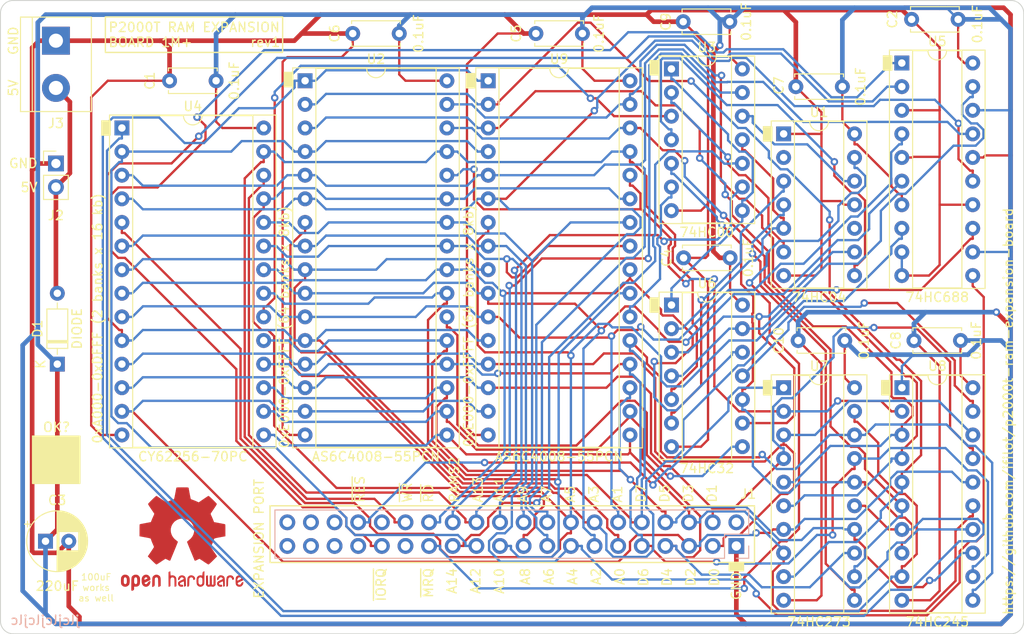
<source format=kicad_pcb>
(kicad_pcb (version 20240108) (generator "pcbnew") (generator_version "8.0")
  (title_block (title "Philips P2000T Memory Expansion 1Mb+") (date "2024-05-20") (rev "1"))
  (layers (0 "F.Cu" signal) (31 "B.Cu" signal) (34 "B.Paste" user) (35 "F.Paste" user) (36 "B.SilkS" user "B.Silkscreen") (37 "F.SilkS" user "F.Silkscreen") (38 "B.Mask" user) (39 "F.Mask" user) (44 "Edge.Cuts" user))
  (net 0 "")
  (net 2 "D0")
  (net 3 "D1")
  (net 4 "D2")
  (net 5 "D3")
  (net 6 "D4")
  (net 7 "D5")
  (net 8 "D6")
  (net 9 "D7")
  (net 10 "A0")
  (net 11 "A1")
  (net 12 "A2")
  (net 13 "A3")
  (net 14 "A4")
  (net 15 "A5")
  (net 16 "A6")
  (net 17 "A7")
  (net 18 "A8")
  (net 19 "A9")
  (net 20 "A10")
  (net 21 "A11")
  (net 22 "A12")
  (net 23 "A13")
  (net 24 "A14")
  (net 25 "RAMS2")
  (net 26 "~{MRQ}")
  (net 27 "~{RD}")
  (net 28 "~{WR}")
  (net 29 "~{IORQ}")
  (net 30 "~{RES}")
  (net 38 "~{CS2}")
  (net 39 "GND")
  (net 40 "S1")
  (net 41 "S2")
  (net 43 "+5V")
  (net 46 "~{CS1}")
  (net 47 "~{REN}")
  (net 48 "Net-(U7-Cp)")
  (net 49 "Net-(U1-Pad6)")
  (net 50 "Net-(U1-Pad8)")
  (net 51 "Net-(U3-Pad1)")
  (net 52 "S3")
  (net 53 "S0")
  (net 54 "Net-(U1-Pad9)")
  (net 55 "S6")
  (net 56 "S5")
  (net 58 "Net-(U1-Pad12)")
  (net 59 "Net-(U1-Pad3)")
  (net 60 "S4")
  (net 61 "VCC")
  (net 62 "~{CS3}")
  (net 63 "S7")
  (net 64 "~{P=R}")
  (net 65 "Net-(U8-CE)")
  (footprint "Capacitor_THT:C_Disc_D5.0mm_W2.5mm_P5.00mm" (layer "F.Cu") (at 43.14 30.48 180)
    (property "Reference" "C1")
    (property "Value" "0.1uF")
  )
  (footprint "Package_DIP:DIP-20_W7.62mm_Socket" (layer "F.Cu") (at 116.84 28.575)
    (property "Reference" "U5")
    (property "Value" "74HC688")
  )
  (footprint "Package_DIP:DIP-32_W15.24mm_Socket" (layer "F.Cu") (at 52.705 30.48)
    (property "Reference" "U2")
    (property "Value" "AS6C4008-55PCN")
  )
  (footprint "Capacitor_THT:C_Disc_D5.0mm_W2.5mm_P5.00mm" (layer "F.Cu") (at 98.345 24.13 180)
    (property "Reference" "C9")
    (property "Value" "0.1uF")
  )
  (footprint "Capacitor_THT:C_Disc_D5.0mm_W2.5mm_P5.00mm" (layer "F.Cu") (at 122.896 23.876 180)
    (property "Reference" "C2")
    (property "Value" "0.1uF")
  )
  (footprint "Diode_THT:D_DO-35_SOD27_P7.62mm_Horizontal" (layer "F.Cu") (at 26.075 60.96 90)
    (property "Reference" "D1")
    (property "Value" "DIODE")
  )
  (footprint "Capacitor_THT:C_Disc_D5.0mm_W2.5mm_P5.00mm" (layer "F.Cu") (at 82.51 25.4 180)
    (property "Reference" "C5")
    (property "Value" "0.1uF")
  )
  (footprint "Capacitor_THT:C_Disc_D5.0mm_W2.5mm_P5.00mm" (layer "F.Cu") (at 62.825 25.4 180)
    (property "Reference" "C6")
    (property "Value" "0.1uF")
  )
  (footprint "Package_DIP:DIP-14_W7.62mm_Socket" (layer "F.Cu") (at 104.14 36.195)
    (property "Reference" "U1")
    (property "Value" "74HC04")
  )
  (footprint "Capacitor_THT:C_Disc_D5.0mm_W2.5mm_P5.00mm" (layer "F.Cu") (at 110.45 31.115 180)
    (property "Reference" "C7")
    (property "Value" "0.1uF")
  )
  (footprint "Package_DIP:DIP-20_W7.62mm_Socket" (layer "F.Cu") (at 116.85 63.5)
    (property "Reference" "U8")
    (property "Value" "74HC245")
  )
  (footprint "Package_DIP:DIP-32_W15.24mm_Socket" (layer "F.Cu") (at 72.385 30.48)
    (property "Reference" "U9")
    (property "Value" "AS6C4008-55PCN")
  )
  (footprint "Capacitor_THT:CP_Radial_D6.3mm_P2.50mm" (layer "F.Cu") (at 24.805 80.01)
    (property "Reference" "C3")
    (property "Value" "220uF")
  )
  (footprint "Capacitor_THT:C_Disc_D5.0mm_W2.5mm_P5.00mm" (layer "F.Cu") (at 110.704 58.42 180)
    (property "Reference" "C10")
    (property "Value" "0.1uF")
  )
  (footprint "Capacitor_THT:C_Disc_D5.0mm_W2.5mm_P5.00mm" (layer "F.Cu") (at 98.385 49.53 180)
    (property "Reference" "C4")
    (property "Value" "0.1uF")
  )
  (footprint "Package_DIP:DIP-28_W15.24mm_Socket" (layer "F.Cu") (at 33.015 35.56)
    (property "Reference" "U4")
    (property "Value" "CY62256-70PC")
  )
  (footprint "Connector_PinHeader_2.54mm:PinHeader_1x02_P2.54mm_Vertical" (layer "F.Cu") (at 25.925 39.38)
    (property "Reference" "J2")
    (property "Value" "POWER")
  )
  (footprint "Package_DIP:DIP-14_W7.62mm_Socket" (layer "F.Cu") (at 92.085 54.605)
    (property "Reference" "U6")
    (property "Value" "74HC32")
  )
  (footprint "components:OSHW-Logo2_14.6x12mm_Copper_AND_Mask" (layer "F.Cu") (at 39.5 79.75)
    (property "Reference" "LOGO1" (hide yes))
    (property "Value" "OSHW-Logo2_14.6x12mm_Copper_AND_Mask" (hide yes))
  )
  (footprint "Capacitor_THT:C_Disc_D5.0mm_W2.5mm_P5.00mm" (layer "F.Cu") (at 123.15 58.42 180)
    (property "Reference" "C8")
    (property "Value" "0.1uF")
  )
  (footprint "TerminalBlock:TerminalBlock_bornier-2_P5.08mm" (layer "F.Cu") (at 25.925 26.172 -90)
    (property "Reference" "J3")
    (property "Value" "TERMINAL")
  )
  (footprint "Package_DIP:DIP-14_W7.62mm_Socket" (layer "F.Cu") (at 92.075 29.21)
    (property "Reference" "U3")
    (property "Value" "74HC00")
  )
  (footprint "Package_DIP:DIP-20_W7.62mm_Socket" (layer "F.Cu") (at 104.14 63.5)
    (property "Reference" "U7")
    (property "Value" "74HC273")
  )
  (footprint "Connector_PinHeader_2.54mm:PinHeader_2x20_P2.54mm_Vertical" (layer "B.Cu") (at 99.055 80.518 90)
    (property "Reference" "J1")
    (property "Value" "EXPANSION PORT")
  )
  (gr_rect (start 70.0405 29.718) (end 70.9295 31.242) (stroke (width 0.15)) (fill solid) (layer "F.SilkS"))
  (gr_rect (start 30.861 34.798) (end 31.75 36.322) (stroke (width 0.15)) (fill solid) (layer "F.SilkS"))
  (gr_rect (start 98.298 82.296) (end 99.822 83.185) (stroke (width 0.15)) (fill solid) (layer "F.SilkS"))
  (gr_rect (start 101.981 35.433) (end 102.87 36.957) (stroke (width 0.15)) (fill solid) (layer "F.SilkS"))
  (gr_rect (start 23.42 68.71) (end 28.5 73.79) (stroke (width 0.15)) (fill solid) (layer "F.SilkS"))
  (gr_rect (start 114.8715 27.813) (end 115.7605 29.337) (stroke (width 0.15)) (fill solid) (layer "F.SilkS"))
  (gr_rect (start 89.789 28.321) (end 90.678 29.845) (stroke (width 0.15)) (fill solid) (layer "F.SilkS"))
  (gr_rect (start 101.981 62.738) (end 102.87 64.262) (stroke (width 0.15)) (fill solid) (layer "F.SilkS"))
  (gr_rect (start 50.4825 29.591) (end 51.3715 31.115) (stroke (width 0.15)) (fill solid) (layer "F.SilkS"))
  (gr_rect (start 89.789 53.848) (end 90.678 55.372) (stroke (width 0.15)) (fill solid) (layer "F.SilkS"))
  (gr_rect (start 31.242 23.622) (end 50.292 27.432) (stroke (width 0.15)) (fill none) (layer "F.SilkS"))
  (gr_rect (start 114.681 62.738) (end 115.57 64.262) (stroke (width 0.15)) (fill solid) (layer "F.SilkS"))
  (gr_rect (start 48.938 76.2) (end 101.008 82.296) (stroke (width 0.15)) (fill none) (layer "F.SilkS"))
  (gr_line (start 129.9464 88.5952) (end 129.9464 23.2156) (stroke (width 0.1)) (layer "Edge.Cuts"))
  (gr_arc (start 19.9644 23.2156) (mid 20.366132 22.245732) (end 21.336 21.844) (stroke (width 0.1)) (layer "Edge.Cuts"))
  (gr_line (start 21.336 89.9668) (end 128.5748 89.9668) (stroke (width 0.1)) (layer "Edge.Cuts"))
  (gr_arc (start 128.5748 21.844) (mid 129.544668 22.245732) (end 129.9464 23.2156) (stroke (width 0.1)) (layer "Edge.Cuts"))
  (gr_arc (start 129.9464 88.5952) (mid 129.544668 89.565068) (end 128.5748 89.9668) (stroke (width 0.1)) (layer "Edge.Cuts"))
  (gr_line (start 19.9644 23.2156) (end 19.9644 88.5952) (stroke (width 0.1)) (layer "Edge.Cuts"))
  (gr_arc (start 21.336 89.9668) (mid 20.366132 89.565068) (end 19.9644 88.5952) (stroke (width 0.1)) (layer "Edge.Cuts"))
  (gr_line (start 128.5748 21.844) (end 21.336 21.844) (stroke (width 0.1)) (layer "Edge.Cuts"))
  (gr_text "jlcjlcjlcjlc" (at 24.75 88.5 0) (layer "B.SilkS") (effects (font (size 1 1)) (justify mirror)))
  (gr_text "~{RD}" (at 65.956 75.946 90) (layer "F.SilkS") (effects (font (size 1 1)) (justify left)))
  (gr_text "~{WR}" (at 63.67 75.946 90) (layer "F.SilkS") (effects (font (size 1 1)) (justify left)))
  (gr_text "A6" (at 78.91 82.804 90) (layer "F.SilkS") (effects (font (size 1 1)) (justify right)))
  (gr_text "rev1" (at 46.736 26.924 0) (layer "F.SilkS") (effects (font (size 1 1)) (justify left bottom)))
  (gr_text "A11" (at 73.576 75.946 90) (layer "F.SilkS") (effects (font (size 1 1)) (justify left)))
  (gr_text "~{IORQ}" (at 60.876 82.804 90) (layer "F.SilkS") (effects (font (size 1 1)) (justify right)))
  (gr_text "A0" (at 86.53 82.804 90) (layer "F.SilkS") (effects (font (size 1 1)) (justify right)))
  (gr_text "D1" (at 96.436 75.946 90) (layer "F.SilkS") (effects (font (size 1 1)) (justify left)))
  (gr_text "A12" (at 71.036 82.804 90) (layer "F.SilkS") (effects (font (size 1 1)) (justify right)))
  (gr_text "5V" (at 24.043 41.95 0) (layer "F.SilkS") (effects (font (size 1 1)) (justify right)))
  (gr_text "0xE000-0xFFFF (64 banks x 8kb)" (at 70.866 69.97 90) (layer "F.SilkS") (effects (font (size 1 1)) (justify left bottom)))
  (gr_text "D6" (at 89.07 82.804 90) (layer "F.SilkS") (effects (font (size 1 1)) (justify right)))
  (gr_text "5V" (at 21.353 31.252 90) (layer "F.SilkS") (effects (font (size 1 1))))
  (gr_text "OK?" (at 26 67.75 0) (layer "F.SilkS") (effects (font (size 1 1))))
  (gr_text "A4" (at 81.45 82.804 90) (layer "F.SilkS") (effects (font (size 1 1)) (justify right)))
  (gr_text "GND" (at 21.353 26.172 90) (layer "F.SilkS") (effects (font (size 1 1))))
  (gr_text "https://github.com/ifilot/p2000t-ram-expansion-board" (at 128.27 66.04 90) (layer "F.SilkS") (effects (font (size 1 1))))
  (gr_text "A3" (at 83.736 75.946 90) (layer "F.SilkS") (effects (font (size 1 1)) (justify left)))
  (gr_text "RAMS2" (at 68.75 75.946 90) (layer "F.SilkS") (effects (font (size 1 1)) (justify left)))
  (gr_text "P2000T RAM EXPANSION\nBOARD 1M+" (at 31.496 26.924 0) (layer "F.SilkS") (effects (font (size 1 1)) (justify left bottom)))
  (gr_text "GND" (at 24.043 39.37 0) (layer "F.SilkS") (effects (font (size 1 1)) (justify right)))
  (gr_text "D4" (at 91.61 82.804 90) (layer "F.SilkS") (effects (font (size 1 1)) (justify right)))
  (gr_text "A8" (at 76.37 82.804 90) (layer "F.SilkS") (effects (font (size 1 1)) (justify right)))
  (gr_text "~{MRQ}" (at 65.956 82.804 90) (layer "F.SilkS") (effects (font (size 1 1)) (justify right)))
  (gr_text "A7" (at 78.656 75.946 90) (layer "F.SilkS") (effects (font (size 1 1)) (justify left)))
  (gr_text "D7" (at 88.816 75.946 90) (layer "F.SilkS") (effects (font (size 1 1)) (justify left)))
  (gr_text "D5" (at 91.356 75.946 90) (layer "F.SilkS") (effects (font (size 1 1)) (justify left)))
  (gr_text "~{RES}" (at 58.59 75.946 90) (layer "F.SilkS") (effects (font (size 1 1)) (justify left)))
  (gr_text "D3" (at 93.896 75.946 90) (layer "F.SilkS") (effects (font (size 1 1)) (justify left)))
  (gr_text "0xA000-0xDFFF (2 banks x 16 kb)" (at 30.988 69.596 90) (layer "F.SilkS") (effects (font (size 1 1)) (justify left bottom)))
  (gr_text "0xE000-0xFFFF (64 banks x 8kb)" (at 51.054 70.104 90) (layer "F.SilkS") (effects (font (size 1 1)) (justify left bottom)))
  (gr_text "A10" (at 73.576 82.804 90) (layer "F.SilkS") (effects (font (size 1 1)) (justify right)))
  (gr_text "D0" (at 96.69 82.804 90) (layer "F.SilkS") (effects (font (size 1 1)) (justify right)))
  (gr_text "A2" (at 83.99 82.804 90) (layer "F.SilkS") (effects (font (size 1 1)) (justify right)))
  (gr_text "GND" (at 99.06 83.185 90) (layer "F.SilkS") (effects (font (size 1 1)) (justify right)))
  (gr_text "A14" (at 68.496 82.804 90) (layer "F.SilkS") (effects (font (size 1 1)) (justify right)))
  (gr_text "A1" (at 86.276 75.946 90) (layer "F.SilkS") (effects (font (size 1 1)) (justify left)))
  (gr_text "A5" (at 81.196 75.946 90) (layer "F.SilkS") (effects (font (size 1 1)) (justify left)))
  (gr_text "A9" (at 76.116 75.946 90) (layer "F.SilkS") (effects (font (size 1 1)) (justify left)))
  (gr_text "D2" (at 94.15 82.804 90) (layer "F.SilkS") (effects (font (size 1 1)) (justify right)))
  (gr_text "100uF\nworks\nas well" (at 30.25 85 0) (layer "F.SilkS") (effects (font (size 0.7 0.7) (thickness 0.1))))
  (gr_text "A13" (at 71.29 75.946 90) (layer "F.SilkS") (effects (font (size 1 1)) (justify left)))
  (segment (start 90.3341 70.3551) (end 91.4134 71.4344) (width 0.25) (layer "F.Cu") (net 2))
  (segment (start 105.2653 70.5492) (end 104.3505 69.6344) (width 0.25) (layer "F.Cu") (net 2))
  (segment (start 99.4056 79.3427) (end 103.8183 74.93) (width 0.25) (layer "F.Cu") (net 2))
  (segment (start 96.515 80.518) (end 97.6903 80.518) (width 0.25) (layer "F.Cu") (net 2))
  (segment (start 103.8183 74.93) (end 104.5419 74.93) (width 0.25) (layer "F.Cu") (net 2))
  (segment (start 105.2653 74.2066) (end 105.2653 70.5492) (width 0.25) (layer "F.Cu") (net 2))
  (segment (start 103.913 69.6344) (end 104.14 69.6344) (width 0.25) (layer "F.Cu") (net 2))
  (segment (start 72.385 60.96) (end 73.5103 60.96) (width 0.25) (layer "F.Cu") (net 2))
  (segment (start 104.14 68.58) (end 104.14 69.6344) (width 0.25) (layer "F.Cu") (net 2))
  (segment (start 104.5419 74.93) (end 105.2653 74.2066) (width 0.25) (layer "F.Cu") (net 2))
  (segment (start 90.3341 62.4395) (end 90.3341 70.3551) (width 0.25) (layer "F.Cu") (net 2))
  (segment (start 104.3505 69.6344) (end 104.14 69.6344) (width 0.25) (layer "F.Cu") (net 2))
  (segment (start 88.09 59.8158) (end 88.9957 60.7215) (width 0.25) (layer "F.Cu") (net 2))
  (segment (start 91.4134 71.4344) (end 102.113 71.4344) (width 0.25) (layer "F.Cu") (net 2))
  (segment (start 83.6692 60.96) (end 84.8134 59.8158) (width 0.25) (layer "F.Cu") (net 2))
  (segment (start 84.8134 59.8158) (end 88.09 59.8158) (width 0.25) (layer "F.Cu") (net 2))
  (segment (start 88.9957 60.7215) (end 88.9957 61.1011) (width 0.25) (layer "F.Cu") (net 2))
  (segment (start 88.9957 61.1011) (end 90.3341 62.4395) (width 0.25) (layer "F.Cu") (net 2))
  (segment (start 98.0575 79.3427) (end 99.4056 79.3427) (width 0.25) (layer "F.Cu") (net 2))
  (segment (start 73.5103 60.96) (end 83.6692 60.96) (width 0.25) (layer "F.Cu") (net 2))
  (segment (start 102.113 71.4344) (end 103.913 69.6344) (width 0.25) (layer "F.Cu") (net 2))
  (segment (start 97.6903 79.7099) (end 98.0575 79.3427) (width 0.25) (layer "F.Cu") (net 2))
  (segment (start 97.6903 80.518) (end 97.6903 79.7099) (width 0.25) (layer "F.Cu") (net 2))
  (segment (start 35.2656 59.8347) (end 50.4544 59.8347) (width 0.25) (layer "B.Cu") (net 2))
  (segment (start 52.705 60.96) (end 53.8303 60.96) (width 0.25) (layer "B.Cu") (net 2))
  (segment (start 52.705 60.96) (end 51.5797 60.96) (width 0.25) (layer "B.Cu") (net 2))
  (segment (start 34.1403 60.96) (end 35.2656 59.8347) (width 0.25) (layer "B.Cu") (net 2))
  (segment (start 111.1833 64.9147) (end 120.8047 64.9147) (width 0.25) (layer "B.Cu") (net 2))
  (segment (start 54.9556 59.8347) (end 53.8303 60.96) (width 0.25) (layer "B.Cu") (net 2))
  (segment (start 33.015 60.96) (end 34.1403 60.96) (width 0.25) (layer "B.Cu") (net 2))
  (segment (start 105.2653 68.58) (end 107.518 68.58) (width 0.25) (layer "B.Cu") (net 2))
  (segment (start 107.518 68.58) (end 111.1833 64.9147) (width 0.25) (layer "B.Cu") (net 2))
  (segment (start 70.1344 59.8347) (end 54.9556 59.8347) (width 0.25) (layer "B.Cu") (net 2))
  (segment (start 104.14 68.58) (end 105.2653 68.58) (width 0.25) (layer "B.Cu") (net 2))
  (segment (start 71.2597 60.96) (end 70.1344 59.8347) (width 0.25) (layer "B.Cu") (net 2))
  (segment (start 120.8047 64.9147) (end 124.47 68.58) (width 0.25) (layer "B.Cu") (net 2))
  (segment (start 72.385 60.96) (end 71.2597 60.96) (width 0.25) (layer "B.Cu") (net 2))
  (segment (start 50.4544 59.8347) (end 51.5797 60.96) (width 0.25) (layer "B.Cu") (net 2))
  (segment (start 86.2749 62.3148) (end 88.0638 62.3148) (width 0.25) (layer "F.Cu") (net 3))
  (segment (start 124.1884 69.9947) (end 124.47 69.9947) (width 0.25) (layer "F.Cu") (net 3))
  (segment (start 104.14 71.12) (end 98.7315 76.5285) (width 0.25) (layer "F.Cu") (net 3))
  (segment (start 122.0267 60.7051) (end 122.0267 67.833) (width 0.25) (layer "F.Cu") (net 3))
  (segment (start 124.47 71.12) (end 124.47 69.9947) (width 0.25) (layer "F.Cu") (net 3))
  (segment (start 85.0897 63.5) (end 86.2749 62.3148) (width 0.25) (layer "F.Cu") (net 3))
  (segment (start 72.385 63.5) (end 85.0897 63.5) (width 0.25) (layer "F.Cu") (net 3))
  (segment (start 96.515 76.5285) (end 96.515 77.978) (width 0.25) (layer "F.Cu") (net 3))
  (segment (start 88.0638 62.3148) (end 89.8838 64.1348) (width 0.25) (layer "F.Cu") (net 3))
  (segment (start 98.7315 76.5285) (end 96.515 76.5285) (width 0.25) (layer "F.Cu") (net 3))
  (segment (start 91.9094 71.9229) (end 96.515 76.5285) (width 0.25) (layer "F.Cu") (net 3))
  (segment (start 122.0267 67.833) (end 124.1884 69.9947) (width 0.25) (layer "F.Cu") (net 3))
  (segment (start 91.2578 71.9229) (end 91.9094 71.9229) (width 0.25) (layer "F.Cu") (net 3))
  (segment (start 118.3498 57.0282) (end 122.0267 60.7051) (width 0.25) (layer "F.Cu") (net 3))
  (segment (start 89.8838 70.5489) (end 91.2578 71.9229) (width 0.25) (layer "F.Cu") (net 3))
  (segment (start 113.8408 57.0282) (end 118.3498 57.0282) (width 0.25) (layer "F.Cu") (net 3))
  (segment (start 89.8838 64.1348) (end 89.8838 70.5489) (width 0.25) (layer "F.Cu") (net 3))
  (via (at 113.8408 57.0282) (size 0.8) (drill 0.4) (layers "F.Cu" "B.Cu") (net 3))
  (segment (start 104.14 71.12) (end 104.14 69.9947) (width 0.25) (layer "B.Cu") (net 3))
  (segment (start 105.1007 64.6254) (end 109.5044 60.2217) (width 0.25) (layer "B.Cu") (net 3))
  (segment (start 104.14 69.9947) (end 103.8587 69.9947) (width 0.25) (layer "B.Cu") (net 3))
  (segment (start 52.705 63.5) (end 51.5797 63.5) (width 0.25) (layer "B.Cu") (net 3))
  (segment (start 33.015 63.5) (end 34.1403 63.5) (width 0.25) (layer "B.Cu") (net 3))
  (segment (start 70.1344 62.3747) (end 54.9556 62.3747) (width 0.25) (layer "B.Cu") (net 3))
  (segment (start 109.5044 60.2217) (end 109.5044 58.0088) (width 0.25) (layer "B.Cu") (net 3))
  (segment (start 103.0141 65.5589) (end 103.9476 64.6254) (width 0.25) (layer "B.Cu") (net 3))
  (segment (start 34.1403 63.5) (end 35.2656 62.3747) (width 0.25) (layer "B.Cu") (net 3))
  (segment (start 103.8587 69.9947) (end 103.0141 69.1501) (width 0.25) (layer "B.Cu") (net 3))
  (segment (start 72.385 63.5) (end 71.2597 63.5) (width 0.25) (layer "B.Cu") (net 3))
  (segment (start 103.0141 69.1501) (end 103.0141 65.5589) (width 0.25) (layer "B.Cu") (net 3))
  (segment (start 103.9476 64.6254) (end 105.1007 64.6254) (width 0.25) (layer "B.Cu") (net 3))
  (segment (start 71.2597 63.5) (end 70.1344 62.3747) (width 0.25) (layer "B.Cu") (net 3))
  (segment (start 35.2656 62.3747) (end 50.4544 62.3747) (width 0.25) (layer "B.Cu") (net 3))
  (segment (start 54.9556 62.3747) (end 53.8303 63.5) (width 0.25) (layer "B.Cu") (net 3))
  (segment (start 110.485 57.0282) (end 113.8408 57.0282) (width 0.25) (layer "B.Cu") (net 3))
  (segment (start 50.4544 62.3747) (end 51.5797 63.5) (width 0.25) (layer "B.Cu") (net 3))
  (segment (start 109.5044 58.0088) (end 110.485 57.0282) (width 0.25) (layer "B.Cu") (net 3))
  (segment (start 52.705 63.5) (end 53.8303 63.5) (width 0.25) (layer "B.Cu") (net 3))
  (segment (start 87.625 80.087) (end 87.625 80.9776) (width 0.25) (layer "F.Cu") (net 4))
  (segment (start 87.625 80.9776) (end 86.3777 82.2249) (width 0.25) (layer "F.Cu") (net 4))
  (segment (start 101.1875 79.1166) (end 102.6381 79.1166) (width 0.25) (layer "F.Cu") (net 4))
  (segment (start 86.3777 82.2249) (end 50.3252 82.2249) (width 0.25) (layer "F.Cu") (net 4))
  (segment (start 88.3694 79.3426) (end 87.625 80.087) (width 0.25) (layer "F.Cu") (net 4))
  (segment (start 33.015 66.04) (end 34.1403 66.04) (width 0.25) (layer "F.Cu") (net 4))
  (segment (start 92.7996 79.3426) (end 88.3694 79.3426) (width 0.25) (layer "F.Cu") (net 4))
  (segment (start 93.975 80.518) (end 92.7996 79.3426) (width 0.25) (layer "F.Cu") (net 4))
  (segment (start 102.6381 79.1166) (end 103.0147 78.74) (width 0.25) (layer "F.Cu") (net 4))
  (segment (start 104.14 78.74) (end 103.0147 78.74) (width 0.25) (layer "F.Cu") (net 4))
  (segment (start 50.3252 82.2249) (end 34.1403 66.04) (width 0.25) (layer "F.Cu") (net 4))
  (via (at 101.1875 79.1166) (size 0.8) (drill 0.4) (layers "F.Cu" "B.Cu") (net 4))
  (segment (start 65.4097 66.04) (end 66.535 64.9147) (width 0.25) (layer "B.Cu") (net 4))
  (segment (start 104.14 78.74) (end 105.2653 78.74) (width 0.25) (layer "B.Cu") (net 4))
  (segment (start 34.1403 66.04) (end 35.2735 64.9068) (width 0.25) (layer "B.Cu") (net 4))
  (segment (start 95.1503 80.518) (end 95.1503 80.1506) (width 0.25) (layer "B.Cu") (net 4))
  (segment (start 115.5808 73.3249) (end 116.371 72.5347) (width 0.25) (layer "B.Cu") (net 4))
  (segment (start 35.2735 64.9068) (end 48.884 64.9068) (width 0.25) (layer "B.Cu") (net 4))
  (segment (start 70.1344 64.9147) (end 71.2597 66.04) (width 0.25) (layer "B.Cu") (net 4))
  (segment (start 66.535 64.9147) (end 70.1344 64.9147) (width 0.25) (layer "B.Cu") (net 4))
  (segment (start 100.9614 79.3427) (end 101.1875 79.1166) (width 0.25) (layer "B.Cu") (net 4))
  (segment (start 33.015 66.04) (end 34.1403 66.04) (width 0.25) (layer "B.Cu") (net 4))
  (segment (start 105.2653 78.74) (end 106.3906 77.6147) (width 0.25) (layer "B.Cu") (net 4))
  (segment (start 116.371 72.5347) (end 122.2194 72.5347) (width 0.25) (layer "B.Cu") (net 4))
  (segment (start 122.2194 72.5347) (end 123.3447 73.66) (width 0.25) (layer "B.Cu") (net 4))
  (segment (start 95.1503 80.1506) (end 95.9582 79.3427) (width 0.25) (layer "B.Cu") (net 4))
  (segment (start 93.975 80.518) (end 95.1503 80.518) (width 0.25) (layer "B.Cu") (net 4))
  (segment (start 95.9582 79.3427) (end 100.9614 79.3427) (width 0.25) (layer "B.Cu") (net 4))
  (segment (start 72.385 66.04) (end 71.2597 66.04) (width 0.25) (layer "B.Cu") (net 4))
  (segment (start 106.3906 77.6147) (end 111.9419 77.6147) (width 0.25) (layer "B.Cu") (net 4))
  (segment (start 124.47 73.66) (end 123.3447 73.66) (width 0.25) (layer "B.Cu") (net 4))
  (segment (start 52.705 66.04) (end 53.8303 66.04) (width 0.25) (layer "B.Cu") (net 4))
  (segment (start 53.8303 66.04) (end 65.4097 66.04) (width 0.25) (layer "B.Cu") (net 4))
  (segment (start 50.0172 66.04) (end 52.705 66.04) (width 0.25) (layer "B.Cu") (net 4))
  (segment (start 115.5808 73.9758) (end 115.5808 73.3249) (width 0.25) (layer "B.Cu") (net 4))
  (segment (start 48.884 64.9068) (end 50.0172 66.04) (width 0.25) (layer "B.Cu") (net 4))
  (segment (start 111.9419 77.6147) (end 115.5808 73.9758) (width 0.25) (layer "B.Cu") (net 4))
  (segment (start 122.6131 78.9009) (end 124.1887 77.3253) (width 0.25) (layer "F.Cu") (net 5))
  (segment (start 103.6617 87.495) (end 119.3899 87.495) (width 0.25) (layer "F.Cu") (net 5))
  (segment (start 104.14 81.28) (end 104.14 82.4053) (width 0.25) (layer "F.Cu") (net 5))
  (segment (start 70.0298 70.6648) (end 87.4129 70.6648) (width 0.25) (layer "F.Cu") (net 5))
  (segment (start 93.975 76.8027) (end 87.625 70.4527) (width 0.25) (layer "F.Cu") (net 5))
  (segment (start 103.8587 82.4053) (end 102.9699 83.2941) (width 0.25) (layer "F.Cu") (net 5))
  (segment (start 124.1887 77.3253) (end 124.47 77.3253) (width 0.25) (layer "F.Cu") (net 5))
  (segment (start 119.3899 87.495) (end 122.6131 84.2718) (width 0.25) (layer "F.Cu") (net 5))
  (segment (start 122.6131 84.2718) (end 122.6131 78.9009) (width 0.25) (layer "F.Cu") (net 5))
  (segment (start 102.9699 86.8032) (end 103.6617 87.495) (width 0.25) (layer "F.Cu") (net 5))
  (segment (start 102.9699 83.2941) (end 102.9699 86.8032) (width 0.25) (layer "F.Cu") (net 5))
  (segment (start 87.4129 70.6648) (end 87.625 70.4527) (width 0.25) (layer "F.Cu") (net 5))
  (segment (start 67.945 68.58) (end 70.0298 70.6648) (width 0.25) (layer "F.Cu") (net 5))
  (segment (start 87.625 70.4527) (end 87.625 68.58) (width 0.25) (layer "F.Cu") (net 5))
  (segment (start 93.975 77.978) (end 93.975 76.8027) (width 0.25) (layer "F.Cu") (net 5))
  (segment (start 124.47 76.2) (end 124.47 77.3253) (width 0.25) (layer "F.Cu") (net 5))
  (segment (start 104.14 82.4053) (end 103.8587 82.4053) (width 0.25) (layer "F.Cu") (net 5))
  (segment (start 48.255 68.58) (end 49.3803 68.58) (width 0.25) (layer "B.Cu") (net 5))
  (segment (start 95.1503 77.978) (end 95.1503 77.6107) (width 0.25) (layer "B.Cu") (net 5))
  (segment (start 95.9584 76.8026) (end 99.9516 76.8026) (width 0.25) (layer "B.Cu") (net 5))
  (segment (start 50.5056 69.7053) (end 49.3803 68.58) (width 0.25) (layer "B.Cu") (net 5))
  (segment (start 99.9516 76.8026) (end 104.14 80.991) (width 0.25) (layer "B.Cu") (net 5))
  (segment (start 66.8197 68.58) (end 65.6944 69.7053) (width 0.25) (layer "B.Cu") (net 5))
  (segment (start 95.1503 77.6107) (end 95.9584 76.8026) (width 0.25) (layer "B.Cu") (net 5))
  (segment (start 67.945 68.58) (end 66.8197 68.58) (width 0.25) (layer "B.Cu") (net 5))
  (segment (start 93.975 77.978) (end 95.1503 77.978) (width 0.25) (layer "B.Cu") (net 5))
  (segment (start 104.14 80.991) (end 104.14 81.28) (width 0.25) (layer "B.Cu") (net 5))
  (segment (start 65.6944 69.7053) (end 50.5056 69.7053) (width 0.25) (layer "B.Cu") (net 5))
  (segment (start 92.6103 80.8853) (end 92.6103 80.518) (width 0.25) (layer "F.Cu") (net 6))
  (segment (start 91.435 80.518) (end 92.6103 80.518) (width 0.25) (layer "F.Cu") (net 6))
  (segment (start 88.9831 71.127) (end 95.1682 77.3121) (width 0.25) (layer "F.Cu") (net 6))
  (segment (start 88.9831 67.9607) (end 88.9831 71.127) (width 0.25) (layer "F.Cu") (net 6))
  (segment (start 87.625 66.04) (end 87.625 66.6026) (width 0.25) (layer "F.Cu") (net 6))
  (segment (start 93.4703 81.7453) (end 92.6103 80.8853) (width 0.25) (layer "F.Cu") (net 6))
  (segment (start 68.1497 67.1653) (end 71.1481 70.1637) (width 0.25) (layer "F.Cu") (net 6))
  (segment (start 84.0639 70.1637) (end 87.625 66.6026) (width 0.25) (layer "F.Cu") (net 6))
  (segment (start 71.1481 70.1637) (end 84.0639 70.1637) (width 0.25) (layer "F.Cu") (net 6))
  (segment (start 67.945 66.04) (end 67.945 67.1653) (width 0.25) (layer "F.Cu") (net 6))
  (segment (start 95.1682 77.3121) (end 95.1682 80.9871) (width 0.25) (layer "F.Cu") (net 6))
  (segment (start 94.41 81.7453) (end 93.4703 81.7453) (width 0.25) (layer "F.Cu") (net 6))
  (segment (start 95.1682 80.9871) (end 94.41 81.7453) (width 0.25) (layer "F.Cu") (net 6))
  (segment (start 87.625 66.6026) (end 88.9831 67.9607) (width 0.25) (layer "F.Cu") (net 6))
  (segment (start 67.945 67.1653) (end 68.1497 67.1653) (width 0.25) (layer "F.Cu") (net 6))
  (segment (start 109.0997 82.815) (end 106.9542 84.9605) (width 0.25) (layer "B.Cu") (net 6))
  (segment (start 67.945 66.04) (end 66.8197 66.04) (width 0.25) (layer "B.Cu") (net 6))
  (segment (start 101.7989 84.9605) (end 100.4421 83.6037) (width 0.25) (layer "B.Cu") (net 6))
  (segment (start 100.4421 83.6037) (end 95.3287 83.6037) (width 0.25) (layer "B.Cu") (net 6))
  (segment (start 112.2795 84.9774) (end 115.2993 81.9576) (width 0.25) (layer "B.Cu") (net 6))
  (segment (start 66.8197 66.04) (end 65.6944 67.1653) (width 0.25) (layer "B.Cu") (net 6))
  (segment (start 111.2621 84.9774) (end 112.2795 84.9774) (width 0.25) (layer "B.Cu") (net 6))
  (segment (start 92.6103 80.8853) (end 92.6103 80.518) (width 0.25) (layer "B.Cu") (net 6))
  (segment (start 91.435 80.518) (end 92.6103 80.518) (width 0.25) (layer "B.Cu") (net 6))
  (segment (start 109.0997 82.815) (end 111.2621 84.9774) (width 0.25) (layer "B.Cu") (net 6))
  (segment (start 111.76 81.28) (end 110.6347 81.28) (width 0.25) (layer "B.Cu") (net 6))
  (segment (start 118.6122 78.74) (end 124.47 78.74) (width 0.25) (layer "B.Cu") (net 6))
  (segment (start 95.3287 83.6037) (end 92.6103 80.8853) (width 0.25) (layer "B.Cu") (net 6))
  (segment (start 110.6347 81.28) (end 109.0997 82.815) (width 0.25) (layer "B.Cu") (net 6))
  (segment (start 48.255 66.04) (end 49.3803 66.04) (width 0.25) (layer "B.Cu") (net 6))
  (segment (start 106.9542 84.9605) (end 101.7989 84.9605) (width 0.25) (layer "B.Cu") (net 6))
  (segment (start 116.3199 80.1546) (end 117.1976 80.1546) (width 0.25) (layer "B.Cu") (net 6))
  (segment (start 50.5056 67.1653) (end 49.3803 66.04) (width 0.25) (layer "B.Cu") (net 6))
  (segment (start 65.6944 67.1653) (end 50.5056 67.1653) (width 0.25) (layer "B.Cu") (net 6))
  (segment (start 115.2993 81.9576) (end 115.2993 81.1752) (width 0.25) (layer "B.Cu") (net 6))
  (segment (start 117.1976 80.1546) (end 118.6122 78.74) (width 0.25) (layer "B.Cu") (net 6))
  (segment (start 115.2993 81.1752) (end 116.3199 80.1546) (width 0.25) (layer "B.Cu") (net 6))
  (segment (start 112.8853 80.7092) (end 112.8853 81.4586) (width 0.25) (layer "F.Cu") (net 7))
  (segment (start 111.76 78.74) (end 111.76 79.8653) (width 0.25) (layer "F.Cu") (net 7))
  (segment (start 67.945 64.6253) (end 67.7522 64.6253) (width 0.25) (layer "F.Cu") (net 7))
  (segment (start 66.8197 69.0463) (end 70.2134 72.44) (width 0.25) (layer "F.Cu") (net 7))
  (segment (start 66.8197 65.5578) (end 66.8197 69.0463) (width 0.25) (layer "F.Cu") (net 7))
  (segment (start 111.76 79.8653) (end 112.0414 79.8653) (width 0.25) (layer "F.Cu") (net 7))
  (segment (start 119.109 84.9454) (end 119.8276 84.2268) (width 0.25) (layer "F.Cu") (net 7))
  (segment (start 91.088 76.8027) (end 87.6687 73.3834) (width 0.25) (layer "F.Cu") (net 7))
  (segment (start 91.435 76.8027) (end 91.088 76.8027) (width 0.25) (layer "F.Cu") (net 7))
  (segment (start 67.7522 64.6253) (end 66.8197 65.5578) (width 0.25) (layer "F.Cu") (net 7))
  (segment (start 86.7253 72.44) (end 87.6687 73.3834) (width 0.25) (layer "F.Cu") (net 7))
  (segment (start 70.2134 72.44) (end 86.7253 72.44) (width 0.25) (layer "F.Cu") (net 7))
  (segment (start 91.435 77.978) (end 91.435 76.8027) (width 0.25) (layer "F.Cu") (net 7))
  (segment (start 112.8853 81.4586) (end 116.3721 84.9454) (width 0.25) (layer "F.Cu") (net 7))
  (segment (start 112.0414 79.8653) (end 112.8853 80.7092) (width 0.25) (layer "F.Cu") (net 7))
  (segment (start 67.945 63.5) (end 67.945 64.6253) (width 0.25) (layer "F.Cu") (net 7))
  (segment (start 116.3721 84.9454) (end 119.109 84.9454) (width 0.25) (layer "F.Cu") (net 7))
  (via (at 87.6687 73.3834) (size 0.8) (drill 0.4) (layers "F.Cu" "B.Cu") (net 7))
  (via (at 119.8276 84.2268) (size 0.8) (drill 0.4) (layers "F.Cu" "B.Cu") (net 7))
  (segment (start 48.255 63.5) (end 49.3803 63.5) (width 0.25) (layer "B.Cu") (net 7))
  (segment (start 87.3436 64.6253) (end 86.4997 65.4692) (width 0.25) (layer "B.Cu") (net 7))
  (segment (start 92.6103 77.978) (end 92.6103 77.6107) (width 0.25) (layer "B.Cu") (net 7))
  (segment (start 50.5056 64.6253) (end 49.3803 63.5) (width 0.25) (layer "B.Cu") (net 7))
  (segment (start 100.118 76.3321) (end 103.6703 79.8844) (width 0.25) (layer "B.Cu") (net 7))
  (segment (start 93.8889 76.3321) (end 100.118 76.3321) (width 0.25) (layer "B.Cu") (net 7))
  (segment (start 103.6703 79.8844) (end 106.0683 79.8844) (width 0.25) (layer "B.Cu") (net 7))
  (segment (start 111.76 78.74) (end 110.6347 78.74) (width 0.25) (layer "B.Cu") (net 7))
  (segment (start 120.3979 84.2268) (end 123.3447 81.28) (width 0.25) (layer "B.Cu") (net 7))
  (segment (start 86.4997 65.4692) (end 86.4997 72.2144) (width 0.25) (layer "B.Cu") (net 7))
  (segment (start 119.8276 84.2268) (end 120.3979 84.2268) (width 0.25) (layer "B.Cu") (net 7))
  (segment (start 67.945 63.5) (end 66.8197 63.5) (width 0.25) (layer "B.Cu") (net 7))
  (segment (start 87.625 63.5) (end 87.625 64.6253) (width 0.25) (layer "B.Cu") (net 7))
  (segment (start 66.8197 63.5) (end 65.6944 64.6253) (width 0.25) (layer "B.Cu") (net 7))
  (segment (start 65.6944 64.6253) (end 50.5056 64.6253) (width 0.25) (layer "B.Cu") (net 7))
  (segment (start 92.6103 77.6107) (end 93.8889 76.3321) (width 0.25) (layer "B.Cu") (net 7))
  (segment (start 124.47 81.28) (end 123.3447 81.28) (width 0.25) (layer "B.Cu") (net 7))
  (segment (start 87.625 64.6253) (end 87.3436 64.6253) (width 0.25) (layer "B.Cu") (net 7))
  (segment (start 107.3532 78.5995) (end 110.4942 78.5995) (width 0.25) (layer "B.Cu") (net 7))
  (segment (start 110.4942 78.5995) (end 110.6347 78.74) (width 0.25) (layer "B.Cu") (net 7))
  (segment (start 91.435 77.978) (end 92.6103 77.978) (width 0.25) (layer "B.Cu") (net 7))
  (segment (start 86.4997 72.2144) (end 87.6687 73.3834) (width 0.25) (layer "B.Cu") (net 7))
  (segment (start 106.0683 79.8844) (end 107.3532 78.5995) (width 0.25) (layer "B.Cu") (net 7))
  (segment (start 85.5071 61.9526) (end 73.4126 61.9526) (width 0.25) (layer "F.Cu") (net 8))
  (segment (start 111.4787 72.2453) (end 109.4045 74.3195) (width 0.25) (layer "F.Cu") (net 8))
  (segment (start 90.0703 80.518) (end 90.0703 80.8853) (width 0.25) (layer "F.Cu") (net 8))
  (segment (start 109.4045 74.3195) (end 109.4045 79.335) (width 0.25) (layer "F.Cu") (net 8))
  (segment (start 90.0703 80.8853) (end 91.4139 82.2289) (width 0.25) (layer "F.Cu") (net 8))
  (segment (start 86.4997 60.96) (end 85.5071 61.9526) (width 0.25) (layer "F.Cu") (net 8))
  (segment (start 88.895 80.518) (end 90.0703 80.518) (width 0.25) (layer "F.Cu") (net 8))
  (segment (start 87.625 60.96) (end 86.4997 60.96) (width 0.25) (layer "F.Cu") (net 8))
  (segment (start 111.76 71.12) (end 111.76 72.2453) (width 0.25) (layer "F.Cu") (net 8))
  (segment (start 111.76 72.2453) (end 111.4787 72.2453) (width 0.25) (layer "F.Cu") (net 8))
  (segment (start 91.4139 82.2289) (end 96.9321 82.2289) (width 0.25) (layer "F.Cu") (net 8))
  (via (at 96.9321 82.2289) (size 0.8) (drill 0.4) (layers "F.Cu" "B.Cu") (net 8))
  (via (at 109.4045 79.335) (size 0.8) (drill 0.4) (layers "F.Cu" "B.Cu") (net 8))
  (via (at 73.4126 61.9526) (size 0.8) (drill 0.4) (layers "F.Cu" "B.Cu") (net 8))
  (segment (start 73.4126 61.9526) (end 73.2739 62.0913) (width 0.25) (layer "B.Cu") (net 8))
  (segment (start 52.076 62.0932) (end 50.9428 60.96) (width 0.25) (layer "B.Cu") (net 8))
  (segment (start 124.8711 72.39) (end 126.1018 73.6207) (width 0.25) (layer "B.Cu") (net 8))
  (segment (start 87.6834 78.4984) (end 88.5277 79.3427) (width 0.25) (layer "B.Cu") (net 8))
  (segment (start 126.1018 81.3442) (end 124.7513 82.6947) (width 0.25) (layer "B.Cu") (net 8))
  (segment (start 88.7503 62.9292) (end 88.7503 72.8773) (width 0.25) (layer "B.Cu") (net 8))
  (segment (start 55.2403 60.96) (end 54.1071 62.0932) (width 0.25) (layer "B.Cu") (net 8))
  (segment (start 104.66 82.4054) (end 107.7304 79.335) (width 0.25) (layer "B.Cu") (net 8))
  (segment (start 71.7541 62.0913) (end 70.6228 60.96) (width 0.25) (layer "B.Cu") (net 8))
  (segment (start 121.5412 69.9914) (end 123.9398 72.39) (width 0.25) (layer "B.Cu") (net 8))
  (segment (start 67.945 60.96) (end 55.2403 60.96) (width 0.25) (layer "B.Cu") (net 8))
  (segment (start 124.7513 82.6947) (end 124.47 82.6947) (width 0.25) (layer "B.Cu") (net 8))
  (segment (start 87.6834 74.5811) (end 87.6834 78.4984) (width 0.25) (layer "B.Cu") (net 8))
  (segment (start 97.1086 82.4054) (end 104.66 82.4054) (width 0.25) (layer "B.Cu") (net 8))
  (segment (start 54.1071 62.0932) (end 52.076 62.0932) (width 0.25) (layer "B.Cu") (net 8))
  (segment (start 70.6228 60.96) (end 67.945 60.96) (width 0.25) (layer "B.Cu") (net 8))
  (segment (start 107.7304 79.335) (end 109.4045 79.335) (width 0.25) (layer "B.Cu") (net 8))
  (segment (start 88.5277 79.3427) (end 88.895 79.3427) (width 0.25) (layer "B.Cu") (net 8))
  (segment (start 115.5809 69.9914) (end 121.5412 69.9914) (width 0.25) (layer "B.Cu") (net 8))
  (segment (start 124.47 83.82) (end 124.47 82.6947) (width 0.25) (layer "B.Cu") (net 8))
  (segment (start 88.7503 72.8773) (end 88.3941 73.2335) (width 0.25) (layer "B.Cu") (net 8))
  (segment (start 87.625 62.0853) (end 87.9064 62.0853) (width 0.25) (layer "B.Cu") (net 8))
  (segment (start 96.9321 82.2289) (end 97.1086 82.4054) (width 0.25) (layer "B.Cu") (net 8))
  (segment (start 88.895 80.518) (end 88.895 79.3427) (width 0.25) (layer "B.Cu") (net 8))
  (segment (start 87.625 60.96) (end 87.625 62.0853) (width 0.25) (layer "B.Cu") (net 8))
  (segment (start 126.1018 73.6207) (end 126.1018 81.3442) (width 0.25) (layer "B.Cu") (net 8))
  (segment (start 88.3941 73.8704) (end 87.6834 74.5811) (width 0.25) (layer "B.Cu") (net 8))
  (segment (start 87.9064 62.0853) (end 88.7503 62.9292) (width 0.25) (layer "B.Cu") (net 8))
  (segment (start 111.76 71.12) (end 114.4523 71.12) (width 0.25) (layer "B.Cu") (net 8))
  (segment (start 114.4523 71.12) (end 115.5809 69.9914) (width 0.25) (layer "B.Cu") (net 8))
  (segment (start 50.9428 60.96) (end 48.255 60.96) (width 0.25) (layer "B.Cu") (net 8))
  (segment (start 88.3941 73.2335) (end 88.3941 73.8704) (width 0.25) (layer "B.Cu") (net 8))
  (segment (start 73.2739 62.0913) (end 71.7541 62.0913) (width 0.25) (layer "B.Cu") (net 8))
  (segment (start 123.9398 72.39) (end 124.8711 72.39) (width 0.25) (layer "B.Cu") (net 8))
  (segment (start 67.945 58.42) (end 67.945 59.5453) (width 0.25) (layer "F.Cu") (net 9))
  (segment (start 82.9994 72.8904) (end 87.7197 77.6107) (width 0.25) (layer "F.Cu") (net 9))
  (segment (start 67.6636 59.5453) (end 66.3694 60.8395) (width 0.25) (layer "F.Cu") (net 9))
  (segment (start 66.3694 69.2329) (end 70.0269 72.8904) (width 0.25) (layer "F.Cu") (net 9))
  (segment (start 89.446 60.241) (end 89.446 60.9145) (width 0.25) (layer "F.Cu") (net 9))
  (segment (start 67.945 59.5453) (end 67.6636 59.5453) (width 0.25) (layer "F.Cu") (net 9))
  (segment (start 87.7197 77.6107) (end 87.7197 77.978) (width 0.25) (layer "F.Cu") (net 9))
  (segment (start 101.5375 70.9841) (end 101.8401 70.6815) (width 0.25) (layer "F.Cu") (net 9))
  (segment (start 88.895 77.978) (end 87.7197 77.978) (width 0.25) (layer "F.Cu") (net 9))
  (segment (start 90.9435 62.412) (end 90.9435 70.3276) (width 0.25) (layer "F.Cu") (net 9))
  (segment (start 91.6 70.9841) (end 101.5375 70.9841) (width 0.25) (layer "F.Cu") (net 9))
  (segment (start 89.446 60.9145) (end 90.9435 62.412) (width 0.25) (layer "F.Cu") (net 9))
  (segment (start 90.9435 70.3276) (end 91.6 70.9841) (width 0.25) (layer "F.Cu") (net 9))
  (segment (start 87.625 58.42) (end 89.446 60.241) (width 0.25) (layer "F.Cu") (net 9))
  (segment (start 70.0269 72.8904) (end 82.9994 72.8904) (width 0.25) (layer "F.Cu") (net 9))
  (segment (start 66.3694 60.8395) (end 66.3694 69.2329) (width 0.25) (layer "F.Cu") (net 9))
  (via (at 101.8401 70.6815) (size 0.8) (drill 0.4) (layers "F.Cu" "B.Cu") (net 9))
  (segment (start 109.0754 68.58) (end 105.4098 72.2456) (width 0.25) (layer "B.Cu") (net 9))
  (segment (start 89.2007 73.0638) (end 88.895 73.3695) (width 0.25) (layer "B.Cu") (net 9))
  (segment (start 88.895 77.978) (end 88.895 76.8027) (width 0.25) (layer "B.Cu") (net 9))
  (segment (start 124.7376 69.7551) (end 123.9464 69.7551) (width 0.25) (layer "B.Cu") (net 9))
  (segment (start 55.2403 58.42) (end 54.1071 59.5532) (width 0.25) (layer "B.Cu") (net 9))
  (segment (start 67.945 58.42) (end 55.2403 58.42) (width 0.25) (layer "B.Cu") (net 9))
  (segment (start 126.5522 83.4338) (end 126.5522 71.5697) (width 0.25) (layer "B.Cu") (net 9))
  (segment (start 114.0106 67.4547) (end 112.8853 68.58) (width 0.25) (layer "B.Cu") (net 9))
  (segment (start 52.076 59.5532) (end 50.9428 58.42) (width 0.25) (layer "B.Cu") (net 9))
  (segment (start 88.895 73.3695) (end 88.895 76.8027) (width 0.25) (layer "B.Cu") (net 9))
  (segment (start 124.47 85.2347) (end 124.7513 85.2347) (width 0.25) (layer "B.Cu") (net 9))
  (segment (start 123.9464 69.7551) (end 121.646 67.4547) (width 0.25) (layer "B.Cu") (net 9))
  (segment (start 89.2007 60.8397) (end 89.2007 73.0638) (width 0.25) (layer "B.Cu") (net 9))
  (segment (start 50.9428 58.42) (end 48.255 58.42) (width 0.25) (layer "B.Cu") (net 9))
  (segment (start 121.646 67.4547) (end 114.0106 67.4547) (width 0.25) (layer "B.Cu") (net 9))
  (segment (start 105.4098 72.2456) (end 103.4042 72.2456) (width 0.25) (layer "B.Cu") (net 9))
  (segment (start 54.1071 59.5532) (end 52.076 59.5532) (width 0.25) (layer "B.Cu") (net 9))
  (segment (start 124.7513 85.2347) (end 126.5522 83.4338) (width 0.25) (layer "B.Cu") (net 9))
  (segment (start 87.625 58.42) (end 87.625 59.5453) (width 0.25) (layer "B.Cu") (net 9))
  (segment (start 124.47 86.36) (end 124.47 85.2347) (width 0.25) (layer "B.Cu") (net 9))
  (segment (start 87.625 59.5453) (end 87.9063 59.5453) (width 0.25) (layer "B.Cu") (net 9))
  (segment (start 87.9063 59.5453) (end 89.2007 60.8397) (width 0.25) (layer "B.Cu") (net 9))
  (segment (start 111.76 68.58) (end 112.8853 68.58) (width 0.25) (layer "B.Cu") (net 9))
  (segment (start 126.5522 71.5697) (end 124.7376 69.7551) (width 0.25) (layer "B.Cu") (net 9))
  (segment (start 103.4042 72.2456) (end 101.8401 70.6815) (width 0.25) (layer "B.Cu") (net 9))
  (segment (start 111.76 68.58) (end 109.0754 68.58) (width 0.25) (layer "B.Cu") (net 9))
  (segment (start 33.015 58.42) (end 33.015 57.2947) (width 0.25) (layer "F.Cu") (net 10))
  (segment (start 79.5672 74.3565) (end 81.8747 74.3565) (width 0.25) (layer "F.Cu") (net 10))
  (segment (start 69.6537 73.791) (end 79.0017 73.791) (width 0.25) (layer "F.Cu") (net 10))
  (segment (start 81.8747 74.3565) (end 85.1797 77.6615) (width 0.25) (layer "F.Cu") (net 10))
  (segment (start 32.7337 57.2947) (end 33.015 57.2947) (width 0.25) (layer "F.Cu") (net 10))
  (segment (start 85.9876 79.3427) (end 86.355 79.3427) (width 0.25) (layer "F.Cu") (net 10))
  (segment (start 52.705 58.42) (end 54.2827 58.42) (width 0.25) (layer "F.Cu") (net 10))
  (segment (start 32.6875 39.3699) (end 31.4393 40.6181) (width 0.25) (layer "F.Cu") (net 10))
  (segment (start 31.4393 56.0003) (end 32.7337 57.2947) (width 0.25) (layer "F.Cu") (net 10))
  (segment (start 54.2827 58.42) (end 69.6537 73.791) (width 0.25) (layer "F.Cu") (net 10))
  (segment (start 41.2757 36.4479) (end 38.3537 39.3699) (width 0.25) (layer "F.Cu") (net 10))
  (segment (start 86.355 80.518) (end 86.355 79.3427) (width 0.25) (layer "F.Cu") (net 10))
  (segment (start 85.1797 77.6615) (end 85.1797 78.5348) (width 0.25) (layer "F.Cu") (net 10))
  (segment (start 79.0017 73.791) (end 79.5672 74.3565) (width 0.25) (layer "F.Cu") (net 10))
  (segment (start 85.1797 78.5348) (end 85.9876 79.3427) (width 0.25) (layer "F.Cu") (net 10))
  (segment (start 31.4393 40.6181) (end 31.4393 56.0003) (width 0.25) (layer "F.Cu") (net 10))
  (segment (start 38.3537 39.3699) (end 32.6875 39.3699) (width 0.25) (layer "F.Cu") (net 10))
  (via (at 41.2757 36.4479) (size 0.8) (drill 0.4) (layers "F.Cu" "B.Cu") (net 10))
  (segment (start 115.2817 31.115) (end 116.84 31.115) (width 0.25) (layer "B.Cu") (net 10))
  (segment (start 52.1424 58.42) (end 51.5797 58.42) (width 0.25) (layer "B.Cu") (net 10))
  (segment (start 98.4192 27.5532) (end 103.8425 27.5532) (width 0.25) (layer "B.Cu") (net 10))
  (segment (start 50.4544 57.2947) (end 35.2656 57.2947) (width 0.25) (layer "B.Cu") (net 10))
  (segment (start 89.6364 25.7136) (end 94.4742 25.7136) (width 0.25) (layer "B.Cu") (net 10))
  (segment (start 35.2656 57.2947) (end 34.1403 58.42) (width 0.25) (layer "B.Cu") (net 10))
  (segment (start 94.4742 25.7136) (end 96.6515 27.8909) (width 0.25) (layer "B.Cu") (net 10))
  (segment (start 41.2757 36.4479) (end 49.7 28.0236) (width 0.25) (layer "B.Cu") (net 10))
  (segment (start 54.9556 57.2947) (end 70.1344 57.2947) (width 0.25) (layer "B.Cu") (net 10))
  (segment (start 98.0815 27.8909) (end 98.4192 27.5532) (width 0.25) (layer "B.Cu") (net 10))
  (segment (start 33.015 58.42) (end 34.1403 58.42) (width 0.25) (layer "B.Cu") (net 10))
  (segment (start 96.6515 27.8909) (end 98.0815 27.8909) (width 0.25) (layer "B.Cu") (net 10))
  (segment (start 113.6916 32.7051) (end 115.2817 31.115) (width 0.25) (layer "B.Cu") (net 10))
  (segment (start 70.1344 57.2947) (end 71.2597 58.42) (width 0.25) (layer "B.Cu") (net 10))
  (segment (start 52.705 58.42) (end 53.8303 58.42) (width 0.25) (layer "B.Cu") (net 10))
  (segment (start 53.8303 58.42) (end 54.9556 57.2947) (width 0.25) (layer "B.Cu") (net 10))
  (segment (start 108.9944 32.7051) (end 113.6916 32.7051) (width 0.25) (layer "B.Cu") (net 10))
  (segment (start 103.8425 27.5532) (end 108.9944 32.7051) (width 0.25) (layer "B.Cu") (net 10))
  (segment (start 52.1424 58.42) (end 52.705 58.42) (width 0.25) (layer "B.Cu") (net 10))
  (segment (start 49.7 28.0236) (end 87.3264 28.0236) (width 0.25) (layer "B.Cu") (net 10))
  (segment (start 51.5797 58.42) (end 50.4544 57.2947) (width 0.25) (layer "B.Cu") (net 10))
  (segment (start 72.385 58.42) (end 71.2597 58.42) (width 0.25) (layer "B.Cu") (net 10))
  (segment (start 87.3264 28.0236) (end 89.6364 25.7136) (width 0.25) (layer "B.Cu") (net 10))
  (segment (start 88.4413 57.2946) (end 88.7897 56.9462) (width 0.25) (layer "F.Cu") (net 11))
  (segment (start 85.6357 57.9409) (end 85.4715 58.1051) (width 0.25) (layer "F.Cu") (net 11))
  (segment (start 75.7354 58.1051) (end 73.5103 55.88) (width 0.25) (layer "F.Cu") (net 11))
  (segment (start 86.282 57.2946) (end 88.4413 57.2946) (width 0.25) (layer "F.Cu") (net 11))
  (segment (start 72.385 55.88) (end 73.5103 55.88) (width 0.25) (layer "F.Cu") (net 11))
  (segment (start 85.4715 58.1051) (end 75.7354 58.1051) (width 0.25) (layer "F.Cu") (net 11))
  (segment (start 85.6357 57.9409) (end 86.282 57.2946) (width 0.25) (layer "F.Cu") (net 11))
  (via (at 85.6357 57.9409) (size 0.8) (drill 0.4) (layers "F.Cu" "B.Cu") (net 11))
  (via (at 88.7897 56.9462) (size 0.8) (drill 0.4) (layers "F.Cu" "B.Cu") (net 11))
  (segment (start 112.0998 45.085) (end 115.6966 41.4882) (width 0.25) (layer "B.Cu") (net 11))
  (segment (start 116.84 36.195) (end 116.84 37.3203) (width 0.25) (layer "B.Cu") (net 11))
  (segment (start 88.7897 56.9462) (end 90.1604 58.3169) (width 0.25) (layer "B.Cu") (net 11))
  (segment (start 106.2882 50.165) (end 111.3682 45.085) (width 0.25) (layer "B.Cu") (net 11))
  (segment (start 70.1264 54.7467) (end 65.7313 54.7467) (width 0.25) (layer "B.Cu") (net 11))
  (segment (start 64.598 55.88) (end 52.705 55.88) (width 0.25) (layer "B.Cu") (net 11))
  (segment (start 92.899 58.3169) (end 98.2347 52.9812) (width 0.25) (layer "B.Cu") (net 11))
  (segment (start 116.5586 37.3203) (end 116.84 37.3203) (width 0.25) (layer "B.Cu") (net 11))
  (segment (start 90.1604 58.3169) (end 92.899 58.3169) (width 0.25) (layer "B.Cu") (net 11))
  (segment (start 50.0697 55.88) (end 52.705 55.88) (width 0.25) (layer "B.Cu") (net 11))
  (segment (start 34.1403 55.88) (end 35.2802 54.7401) (width 0.25) (layer "B.Cu") (net 11))
  (segment (start 101.0017 52.9812) (end 103.8179 50.165) (width 0.25) (layer "B.Cu") (net 11))
  (segment (start 103.8179 50.165) (end 106.2882 50.165) (width 0.25) (layer "B.Cu") (net 11))
  (segment (start 86.355 77.978) (end 86.355 76.8027) (width 0.25) (layer "B.Cu") (net 11))
  (segment (start 98.2347 52.9812) (end 101.0017 52.9812) (width 0.25) (layer "B.Cu") (net 11))
  (segment (start 72.385 55.88) (end 71.2597 55.88) (width 0.25) (layer "B.Cu") (net 11))
  (segment (start 65.7313 54.7467) (end 64.598 55.88) (width 0.25) (layer "B.Cu") (net 11))
  (segment (start 115.6966 41.4882) (end 115.6966 38.1823) (width 0.25) (layer "B.Cu") (net 11))
  (segment (start 71.2597 55.88) (end 70.1264 54.7467) (width 0.25) (layer "B.Cu") (net 11))
  (segment (start 35.2802 54.7401) (end 48.9298 54.7401) (width 0.25) (layer "B.Cu") (net 11))
  (segment (start 111.3682 45.085) (end 112.0998 45.085) (width 0.25) (layer "B.Cu") (net 11))
  (segment (start 33.015 55.88) (end 34.1403 55.88) (width 0.25) (layer "B.Cu") (net 11))
  (segment (start 48.9298 54.7401) (end 50.0697 55.88) (width 0.25) (layer "B.Cu") (net 11))
  (segment (start 115.6966 38.1823) (end 116.5586 37.3203) (width 0.25) (layer "B.Cu") (net 11))
  (segment (start 85.6357 76.0834) (end 85.6357 57.9409) (width 0.25) (layer "B.Cu") (net 11))
  (segment (start 86.355 76.8027) (end 85.6357 76.0834) (width 0.25) (layer "B.Cu") (net 11))
  (segment (start 90.7318 57.3279) (end 90.7318 57.4662) (width 0.25) (layer "F.Cu") (net 12))
  (segment (start 81.7136 54.4653) (end 84.5517 57.3034) (width 0.25) (layer "F.Cu") (net 12))
  (segment (start 93.5872 58.5596) (end 93.6346 58.607) (width 0.25) (layer "F.Cu") (net 12))
  (segment (start 84.5517 57.3034) (end 87.1005 54.7546) (width 0.25) (layer "F.Cu") (net 12))
  (segment (start 88.1585 54.7546) (end 90.7318 57.3279) (width 0.25) (layer "F.Cu") (net 12))
  (segment (start 87.1005 54.7546) (end 88.1585 54.7546) (width 0.25) (layer "F.Cu") (net 12))
  (segment (start 72.385 53.34) (end 72.385 54.4653) (width 0.25) (layer "F.Cu") (net 12))
  (segment (start 90.7318 57.4662) (end 91.8252 58.5596) (width 0.25) (layer "F.Cu") (net 12))
  (segment (start 91.8252 58.5596) (end 93.5872 58.5596) (width 0.25) (layer "F.Cu") (net 12))
  (segment (start 72.385 54.4653) (end 81.7136 54.4653) (width 0.25) (layer "F.Cu") (net 12))
  (segment (start 84.5517 57.3034) (end 84.5517 57.3636) (width 0.25) (layer "F.Cu") (net 12))
  (via (at 84.5517 57.3636) (size 0.8) (drill 0.4) (layers "F.Cu" "B.Cu") (net 12))
  (via (at 93.6346 58.607) (size 0.8) (drill 0.4) (layers "F.Cu" "B.Cu") (net 12))
  (segment (start 72.385 53.34) (end 71.2597 53.34) (width 0.25) (layer "B.Cu") (net 12))
  (segment (start 52.1424 53.34) (end 52.705 53.34) (width 0.25) (layer "B.Cu") (net 12))
  (segment (start 109.934 47.625) (end 112.1384 47.625) (width 0.25) (layer "B.Cu") (net 12))
  (segment (start 70.1344 52.2147) (end 71.2597 53.34) (width 0.25) (layer "B.Cu") (net 12))
  (segment (start 65.4097 53.34) (end 66.535 52.2147) (width 0.25) (layer "B.Cu") (net 12))
  (segment (start 83.815 79.3427) (end 83.4477 79.3427) (width 0.25) (layer "B.Cu") (net 12))
  (segment (start 52.705 53.34) (end 65.4097 53.34) (width 0.25) (layer "B.Cu") (net 12))
  (segment (start 52.1424 53.34) (end 51.5797 53.34) (width 0.25) (layer "B.Cu") (net 12))
  (segment (start 83.815 80.518) (end 83.815 79.3427) (width 0.25) (layer "B.Cu") (net 12))
  (segment (start 83.4477 79.3427) (end 82.6244 78.5194) (width 0.25) (layer "B.Cu") (net 12))
  (segment (start 82.6244 59.2909) (end 84.5517 57.3636) (width 0.25) (layer "B.Cu") (net 12))
  (segment (start 33.015 53.34) (end 34.1403 53.34) (width 0.25) (layer "B.Cu") (net 12))
  (segment (start 113.3305 44.7845) (end 116.84 41.275) (width 0.25) (layer "B.Cu") (net 12))
  (segment (start 112.1384 47.625) (end 113.3305 46.4329) (width 0.25) (layer "B.Cu") (net 12))
  (segment (start 98.81 53.4316) (end 104.1274 53.4316) (width 0.25) (layer "B.Cu") (net 12))
  (segment (start 104.1274 53.4316) (end 109.934 47.625) (width 0.25) (layer "B.Cu") (net 12))
  (segment (start 50.4544 52.2147) (end 51.5797 53.34) (width 0.25) (layer "B.Cu") (net 12))
  (segment (start 82.6244 78.5194) (end 82.6244 59.2909) (width 0.25) (layer "B.Cu") (net 12))
  (segment (start 113.3305 46.4329) (end 113.3305 44.7845) (width 0.25) (layer "B.Cu") (net 12))
  (segment (start 34.1403 53.34) (end 35.2656 52.2147) (width 0.25) (layer "B.Cu") (net 12))
  (segment (start 93.6346 58.607) (end 98.81 53.4316) (width 0.25) (layer "B.Cu") (net 12))
  (segment (start 66.535 52.2147) (end 70.1344 52.2147) (width 0.25) (layer "B.Cu") (net 12))
  (segment (start 35.2656 52.2147) (end 50.4544 52.2147) (width 0.25) (layer "B.Cu") (net 12))
  (segment (start 78.8305 74.2567) (end 79.3806 74.8068) (width 0.25) (layer "F.Cu") (net 13))
  (segment (start 52.4236 51.9253) (end 51.5797 52.7692) (width 0.25) (layer "F.Cu") (net 13))
  (segment (start 51.5797 52.7692) (end 51.5797 58.9658) (width 0.25) (layer "F.Cu") (net 13))
  (segment (start 54.9158 59.69) (end 69.4825 74.2567) (width 0.25) (layer "F.Cu") (net 13))
  (segment (start 79.3806 74.8068) (end 79.7886 74.8068) (width 0.25) (layer "F.Cu") (net 13))
  (segment (start 79.7886 74.8068) (end 82.6397 77.6579) (width 0.25) (layer "F.Cu") (net 13))
  (segment (start 52.705 50.8) (end 52.705 51.9253) (width 0.25) (layer "F.Cu") (net 13))
  (segment (start 83.815 77.978) (end 82.6397 77.978) (width 0.25) (layer "F.Cu") (net 13))
  (segment (start 52.705 51.9253) (end 52.4236 51.9253) (width 0.25) (layer "F.Cu") (net 13))
  (segment (start 82.6397 77.6579) (end 82.6397 77.978) (width 0.25) (layer "F.Cu") (net 13))
  (segment (start 69.4825 74.2567) (end 78.8305 74.2567) (width 0.25) (layer "F.Cu") (net 13))
  (segment (start 51.5797 58.9658) (end 52.3039 59.69) (width 0.25) (layer "F.Cu") (net 13))
  (segment (start 52.3039 59.69) (end 54.9158 59.69) (width 0.25) (layer "F.Cu") (net 13))
  (segment (start 34.1403 50.8) (end 35.2656 49.6747) (width 0.25) (layer "B.Cu") (net 13))
  (segment (start 92.1592 71.3791) (end 91.5222 71.3791) (width 0.25) (layer "B.Cu") (net 13))
  (segment (start 99.882 61.0996) (end 99.2296 61.0996) (width 0.25) (layer "B.Cu") (net 13))
  (segment (start 89.3707 76.361) (end 90.1205 77.1108) (width 0.25) (layer "B.Cu") (net 13))
  (segment (start 89.3707 73.5307) (end 89.3707 76.361) (width 0.25) (layer "B.Cu") (net 13))
  (segment (start 115.7147 48.3242) (end 115.7147 49.0719) (width 0.25) (layer "B.Cu") (net 13))
  (segment (start 85.085 80.9457) (end 85.085 79.248) (width 0.25) (layer "B.Cu") (net 13))
  (segment (start 70.1343 49.6746) (end 61.4708 49.6746) (width 0.25) (layer "B.Cu") (net 13))
  (segment (start 52.705 50.8) (end 51.5797 50.8) (width 0.25) (layer "B.Cu") (net 13))
  (segment (start 90.1205 77.1108) (end 90.1205 80.9582) (width 0.25) (layer "B.Cu") (net 13))
  (segment (start 116.84 46.355) (end 116.84 47.4803) (width 0.25) (layer "B.Cu") (net 13))
  (segment (start 35.2656 49.6747) (end 50.3915 49.6747) (width 0.25) (layer "B.Cu") (net 13))
  (segment (start 51.5168 50.8) (end 51.5797 50.8) (width 0.25) (layer "B.Cu") (net 13))
  (segment (start 93.355 66.9742) (end 93.355 70.1833) (width 0.25) (layer "B.Cu") (net 13))
  (segment (start 115.7147 49.0719) (end 110.6148 54.1718) (width 0.25) (layer "B.Cu") (net 13))
  (segment (start 102.3595 58.1124) (end 102.3595 58.6221) (width 0.25) (layer "B.Cu") (net 13))
  (segment (start 85.8418 81.7025) (end 85.085 80.9457) (width 0.25) (layer "B.Cu") (net 13))
  (segment (start 106.3001 54.1718) (end 102.3595 58.1124) (width 0.25) (layer "B.Cu") (net 13))
  (segment (start 90.1205 80.9582) (end 89.3762 81.7025) (width 0.25) (layer "B.Cu") (net 13))
  (segment (start 91.5222 71.3791) (end 91.5222 71.3792) (width 0.25) (layer "B.Cu") (net 13))
  (segment (start 61.4708 49.6746) (end 60.3454 50.8) (width 0.25) (layer "B.Cu") (net 13))
  (segment (start 116.5586 47.4803) (end 115.7147 48.3242) (width 0.25) (layer "B.Cu") (net 13))
  (segment (start 110.6148 54.1718) (end 106.3001 54.1718) (width 0.25) (layer "B.Cu") (net 13))
  (segment (start 85.085 79.248) (end 83.815 77.978) (width 0.25) (layer "B.Cu") (net 13))
  (segment (start 91.5222 71.3792) (end 89.3707 73.5307) (width 0.25) (layer "B.Cu") (net 13))
  (segment (start 102.3595 58.6221) (end 99.882 61.0996) (width 0.25) (layer "B.Cu") (net 13))
  (segment (start 89.3762 81.7025) (end 85.8418 81.7025) (width 0.25) (layer "B.Cu") (net 13))
  (segment (start 116.84 47.4803) (end 116.5586 47.4803) (width 0.25) (layer "B.Cu") (net 13))
  (segment (start 71.2597 50.8) (end 70.1343 49.6746) (width 0.25) (layer "B.Cu") (net 13))
  (segment (start 50.3915 49.6747) (end 51.5168 50.8) (width 0.25) (layer "B.Cu") (net 13))
  (segment (start 33.015 50.8) (end 34.1403 50.8) (width 0.25) (layer "B.Cu") (net 13))
  (segment (start 99.2296 61.0996) (end 93.355 66.9742) (width 0.25) (layer "B.Cu") (net 13))
  (segment (start 72.385 50.8) (end 71.2597 50.8) (width 0.25) (layer "B.Cu") (net 13))
  (segment (start 60.3454 50.8) (end 52.705 50.8) (width 0.25) (layer "B.Cu") (net 13))
  (segment (start 93.355 70.1833) (end 92.1592 71.3791) (width 0.25) (layer "B.Cu") (net 13))
  (segment (start 101.1887 85.7442) (end 101.1887 85.6508) (width 0.25) (layer "F.Cu") (net 14))
  (segment (start 124.46 52.5603) (end 125.643 53.7433) (width 0.25) (layer "F.Cu") (net 14))
  (segment (start 125.643 79.236) (end 124.869 80.01) (width 0.25) (layer "F.Cu") (net 14))
  (segment (start 124.1425 80.01) (end 123.0635 81.089) (width 0.25) (layer "F.Cu") (net 14))
  (segment (start 125.643 53.7433) (end 125.643 79.236) (width 0.25) (layer "F.Cu") (net 14))
  (segment (start 123.0635 84.4583) (end 119.5463 87.9755) (width 0.25) (layer "F.Cu") (net 14))
  (segment (start 119.5463 87.9755) (end 103.42 87.9755) (width 0.25) (layer "F.Cu") (net 14))
  (segment (start 123.0635 81.089) (end 123.0635 84.4583) (width 0.25) (layer "F.Cu") (net 14))
  (segment (start 124.46 51.435) (end 124.46 52.5603) (width 0.25) (layer "F.Cu") (net 14))
  (segment (start 103.42 87.9755) (end 101.1887 85.7442) (width 0.25) (layer "F.Cu") (net 14))
  (segment (start 124.869 80.01) (end 124.1425 80.01) (width 0.25) (layer "F.Cu") (net 14))
  (segment (start 101.1887 85.6508) (end 101.1886 85.6508) (width 0.25) (layer "F.Cu") (net 14))
  (via (at 101.1886 85.6508) (size 0.8) (drill 0.4) (layers "F.Cu" "B.Cu") (net 14))
  (segment (start 53.8303 48.26) (end 54.9557 47.1346) (width 0.25) (layer "B.Cu") (net 14))
  (segment (start 74.925 75.2228) (end 74.925 78.409) (width 0.25) (layer "B.Cu") (net 14))
  (segment (start 72.385 48.26) (end 74.3309 48.26) (width 0.25) (layer "B.Cu") (net 14))
  (segment (start 73.3186 79.1534) (end 72.4796 79.9924) (width 0.25) (layer "B.Cu") (net 14))
  (segment (start 51.5797 48.26) (end 50.4544 47.1347) (width 0.25) (layer "B.Cu") (net 14))
  (segment (start 76.4435 50.3726) (end 76.4435 73.7043) (width 0.25) (layer "B.Cu") (net 14))
  (segment (start 52.705 48.26) (end 51.5797 48.26) (width 0.25) (layer "B.Cu") (net 14))
  (segment (start 81.8627 80.518) (end 82.4503 80.518) (width 0.25) (layer "B.Cu") (net 14))
  (segment (start 33.015 48.26) (end 34.1403 48.26) (width 0.25) (layer "B.Cu") (net 14))
  (segment (start 72.385 48.26) (end 71.2597 48.26) (width 0.25) (layer "B.Cu") (net 14))
  (segment (start 85.6933 84.1283) (end 82.4503 80.8853) (width 0.25) (layer "B.Cu") (net 14))
  (segment (start 52.705 48.26) (end 53.8303 48.26) (width 0.25) (layer "B.Cu") (net 14))
  (segment (start 101.1886 85.6508) (end 101.1886 85.319) (width 0.25) (layer "B.Cu") (net 14))
  (segment (start 72.4796 79.9924) (end 72.4796 81.0055) (width 0.25) (layer "B.Cu") (net 14))
  (segment (start 74.925 78.409) (end 74.1806 79.1534) (width 0.25) (layer "B.Cu") (net 14))
  (segment (start 54.9557 47.1346) (end 70.1343 47.1346) (width 0.25) (layer "B.Cu") (net 14))
  (segment (start 81.275 80.518) (end 81.8627 80.518) (width 0.25) (layer "B.Cu") (net 14))
  (segment (start 99.9979 84.1283) (end 85.6933 84.1283) (width 0.25) (layer "B.Cu") (net 14))
  (segment (start 74.1806 79.1534) (end 73.3186 79.1534) (width 0.25) (layer "B.Cu") (net 14))
  (segment (start 35.2656 47.1347) (end 34.1403 48.26) (width 0.25) (layer "B.Cu") (net 14))
  (segment (start 70.1343 47.1346) (end 71.2597 48.26) (width 0.25) (layer "B.Cu") (net 14))
  (segment (start 82.4503 80.8853) (end 82.4503 80.518) (width 0.25) (layer "B.Cu") (net 14))
  (segment (start 50.4544 47.1347) (end 35.2656 47.1347) (width 0.25) (layer "B.Cu") (net 14))
  (segment (start 76.4435 73.7043) (end 74.925 75.2228) (width 0.25) (layer "B.Cu") (net 14))
  (segment (start 101.1886 85.319) (end 99.9979 84.1283) (width 0.25) (layer "B.Cu") (net 14))
  (segment (start 73.6825 82.2084) (end 79.5846 82.2084) (width 0.25) (layer "B.Cu") (net 14))
  (segment (start 72.4796 81.0055) (end 73.6825 82.2084) (width 0.25) (layer "B.Cu") (net 14))
  (segment (start 79.5846 82.2084) (end 81.275 80.518) (width 0.25) (layer "B.Cu") (net 14))
  (segment (start 74.3309 48.26) (end 76.4435 50.3726) (width 0.25) (layer "B.Cu") (net 14))
  (segment (start 80.9299 59.69) (end 81.275 60.0351) (width 0.25) (layer "F.Cu") (net 15))
  (segment (start 72.385 45.72) (end 72.385 46.8453) (width 0.25) (layer "F.Cu") (net 15))
  (segment (start 59.685 77.5716) (end 59.685 78.3922) (width 0.25) (layer "F.Cu") (net 15))
  (segment (start 52.6968 75.9019) (end 58.0153 75.9019) (width 0.25) (layer "F.Cu") (net 15))
  (segment (start 59.685 78.3922) (end 60.5074 79.2146) (width 0.25) (layer "F.Cu") (net 15))
  (segment (start 71.2504 58.9134) (end 72.027 59.69) (width 0.25) (layer "F.Cu") (net 15))
  (segment (start 69.2959 74.707) (end 78.1216 74.707) (width 0.25) (layer "F.Cu") (net 15))
  (segment (start 67.2104 80.8238) (end 68.1136 81.727) (width 0.25) (layer "F.Cu") (net 15))
  (segment (start 124.46 46.355) (end 124.46 47.4803) (width 0.25) (layer "F.Cu") (net 15))
  (segment (start 80.9076 79.1533) (end 81.275 79.1533) (width 0.25) (layer "F.Cu") (net 15))
  (segment (start 123.3347 48.3875) (end 123.3347 48.5172) (width 0.25) (layer "F.Cu") (net 15))
  (segment (start 52.3739 62.23) (end 56.8189 62.23) (width 0.25) (layer "F.Cu") (net 15))
  (segment (start 124.46 47.4803) (end 124.2419 47.4803) (width 0.25) (layer "F.Cu") (net 15))
  (segment (start 52.4237 46.8453) (end 51.1279 48.1411) (width 0.25) (layer "F.Cu") (net 15))
  (segment (start 78.1216 74.707) (end 81.275 77.8604) (width 0.25) (layer "F.Cu") (net 15))
  (segment (start 72.1037 46.8453) (end 71.2504 47.6986) (width 0.25) (layer "F.Cu") (net 15))
  (segment (start 118.8736 52.9783) (end 109.8155 52.9783) (width 0.25) (layer "F.Cu") (net 15))
  (segment (start 71.2504 47.6986) (end 71.2504 58.9134) (width 0.25) (layer "F.Cu") (net 15))
  (segment (start 80.0997 79.9612) (end 80.9076 79.1533) (width 0.25) (layer "F.Cu") (net 15))
  (segment (start 33.2963 46.8453) (end 45.7668 59.3158) (width 0.25) (layer "F.Cu") (net 15))
  (segment (start 72.385 46.8453) (end 72.1037 46.8453) (width 0.25) (layer "F.Cu") (net 15))
  (segment (start 33.015 45.72) (end 33.015 46.8453) (width 0.25) (layer "F.Cu") (net 15))
  (segment (start 81.275 77.8604) (end 81.275 77.978) (width 0.25) (layer "F.Cu") (net 15))
  (segment (start 52.705 45.72) (end 52.705 46.8453) (width 0.25) (layer "F.Cu") (net 15))
  (segment (start 56.8189 62.23) (end 69.2959 74.707) (width 0.25) (layer "F.Cu") (net 15))
  (segment (start 67.2104 79.9374) (end 67.2104 80.8238) (width 0.25) (layer "F.Cu") (net 15))
  (segment (start 72.027 59.69) (end 80.9299 59.69) (width 0.25) (layer "F.Cu") (net 15))
  (segment (start 51.1279 60.984) (end 52.3739 62.23) (width 0.25) (layer "F.Cu") (net 15))
  (segment (start 33.015 46.8453) (end 33.2963 46.8453) (width 0.25) (layer "F.Cu") (net 15))
  (segment (start 45.7668 68.9719) (end 52.6968 75.9019) (width 0.25) (layer "F.Cu") (net 15))
  (segment (start 124.2419 47.4803) (end 123.3347 48.3875) (width 0.25) (layer "F.Cu") (net 15))
  (segment (start 60.5074 79.2146) (end 66.4876 79.2146) (width 0.25) (layer "F.Cu") (net 15))
  (segment (start 58.0153 75.9019) (end 59.685 77.5716) (width 0.25) (layer "F.Cu") (net 15))
  (segment (start 81.275 78.0246) (end 81.275 77.978) (width 0.25) (layer "F.Cu") (net 15))
  (segment (start 123.3347 48.5172) (end 118.8736 52.9783) (width 0.25) (layer "F.Cu") (net 15))
  (segment (start 66.4876 79.2146) (end 67.2104 79.9374) (width 0.25) (layer "F.Cu") (net 15))
  (segment (start 79.2073 81.727) (end 80.0997 80.8346) (width 0.25) (layer "F.Cu") (net 15))
  (segment (start 51.1279 48.1411) (end 51.1279 60.984) (width 0.25) (layer "F.Cu") (net 15))
  (segment (start 52.705 46.8453) (end 52.4237 46.8453) (width 0.25) (layer "F.Cu") (net 15))
  (segment (start 68.1136 81.727) (end 79.2073 81.727) (width 0.25) (layer "F.Cu") (net 15))
  (segment (start 80.0997 80.8346) (end 80.0997 79.9612) (width 0.25) (layer "F.Cu") (net 15))
  (segment (start 81.275 78.0246) (end 81.275 79.1533) (width 0.25) (layer "F.Cu") (net 15))
  (segment (start 45.7668 59.3158) (end 45.7668 68.9719) (width 0.25) (layer "F.Cu") (net 15))
  (via (at 109.8155 52.9783) (size 0.8) (drill 0.4) (layers "F.Cu" "B.Cu") (net 15))
  (via (at 81.275 60.0351) (size 0.8) (drill 0.4) (layers "F.Cu" "B.Cu") (net 15))
  (segment (start 98.295 58.415) (end 101.2418 58.415) (width 0.25) (layer "B.Cu") (net 15))
  (segment (start 81.275 60.0351) (end 81.275 59.5848) (width 0.25) (layer "B.Cu") (net 15))
  (segment (start 106.6785 52.9783) (end 109.8155 52.9783) (width 0.25) (layer "B.Cu") (net 15))
  (segment (start 91.5918 63.3522) (end 93.3578 63.3522) (width 0.25) (layer "B.Cu") (net 15))
  (segment (start 81.275 76.8027) (end 81.275 60.0351) (width 0.25) (layer "B.Cu") (net 15))
  (segment (start 90.9595 60.1511) (end 90.9595 62.7199) (width 0.25) (layer "B.Cu") (net 15))
  (segment (start 101.2418 58.415) (end 106.6785 52.9783) (width 0.25) (layer "B.Cu") (net 15))
  (segment (start 84.2273 56.6325) (end 85.3532 56.6325) (width 0.25) (layer "B.Cu") (net 15))
  (segment (start 93.3578 63.3522) (end 98.295 58.415) (width 0.25) (layer "B.Cu") (net 15))
  (segment (start 90.9595 62.7199) (end 91.5918 63.3522) (width 0.25) (layer "B.Cu") (net 15))
  (segment (start 85.3532 56.6325) (end 85.7261 57.0054) (width 0.25) (layer "B.Cu") (net 15))
  (segment (start 87.8138 57.0054) (end 90.9595 60.1511) (width 0.25) (layer "B.Cu") (net 15))
  (segment (start 81.275 59.5848) (end 84.2273 56.6325) (width 0.25) (layer "B.Cu") (net 15))
  (segment (start 85.7261 57.0054) (end 87.8138 57.0054) (width 0.25) (layer "B.Cu") (net 15))
  (segment (start 81.275 77.978) (end 81.275 76.8027) (width 0.25) (layer "B.Cu") (net 15))
  (segment (start 122.9329 38.9039) (end 122.9329 35.0647) (width 0.25) (layer "F.Cu") (net 16))
  (segment (start 124.46 41.275) (end 124.46 40.1497) (width 0.25) (layer "F.Cu") (net 16))
  (segment (start 72.385 43.18) (end 73.5103 43.18) (width 0.25) (layer "F.Cu") (net 16))
  (segment (start 73.5103 43.18) (end 74.3115 43.18) (width 0.25) (layer "F.Cu") (net 16))
  (segment (start 124.1787 40.1497) (end 122.9329 38.9039) (width 0.25) (layer "F.Cu") (net 16))
  (segment (start 124.46 40.1497) (end 124.1787 40.1497) (width 0.25) (layer "F.Cu") (net 16))
  (segment (start 74.3115 43.18) (end 83.7929 33.6986) (width 0.25) (layer "F.Cu") (net 16))
  (via (at 122.9329 35.0647) (size 0.8) (drill 0.4) (layers "F.Cu" "B.Cu") (net 16))
  (via (at 83.7929 33.6986) (size 0.8) (drill 0.4) (layers "F.Cu" "B.Cu") (net 16))
  (segment (start 73.5103 43.18) (end 74.6356 44.3053) (width 0.25) (layer "B.Cu") (net 16))
  (segment (start 113.827 33.2067) (end 114.5046 32.5291) (width 0.25) (layer "B.Cu") (net 16))
  (segment (start 78.735 80.518) (end 78.735 79.3427) (width 0.25) (layer "B.Cu") (net 16))
  (segment (start 35.2656 44.3053) (end 34.1403 43.18) (width 0.25) (layer "B.Cu") (net 16))
  (segment (start 71.2597 43.18) (end 70.1344 44.3053) (width 0.25) (layer "B.Cu") (net 16))
  (segment (start 51.5797 43.18) (end 50.4544 44.3053) (width 0.25) (layer "B.Cu") (net 16))
  (segment (start 84.1031 32.3875) (end 90.3267 26.1639) (width 0.25) (layer "B.Cu") (net 16))
  (segment (start 54.9556 44.3053) (end 53.8303 43.18) (width 0.25) (layer "B.Cu") (net 16))
  (segment (start 88.7569 45.18) (end 88.7569 46.2604) (width 0.25) (layer "B.Cu") (net 16))
  (segment (start 114.5046 32.5291) (end 120.3973 32.5291) (width 0.25) (layer "B.Cu") (net 16))
  (segment (start 98.2618 28.3475) (end 98.5805 28.0288) (width 0.25) (layer "B.Cu") (net 16))
  (segment (start 83.7929 33.6986) (end 84.1031 33.3884) (width 0.25) (layer "B.Cu") (net 16))
  (segment (start 52.705 43.18) (end 51.5797 43.18) (width 0.25) (layer "B.Cu") (net 16))
  (segment (start 77.5544 77.5053) (end 77.5544 78.4814) (width 0.25) (layer "B.Cu") (net 16))
  (segment (start 52.705 43.18) (end 53.8303 43.18) (width 0.25) (layer "B.Cu") (net 16))
  (segment (start 76.4188 75.1899) (end 76.4188 76.3697) (width 0.25) (layer "B.Cu") (net 16))
  (segment (start 74.6356 44.3053) (end 87.8822 44.3053) (width 0.25) (layer "B.Cu") (net 16))
  (segment (start 94.2876 26.1639) (end 96.4712 28.3475) (width 0.25) (layer "B.Cu") (net 16))
  (segment (start 96.4712 28.3475) (end 98.2618 28.3475) (width 0.25) (layer "B.Cu") (net 16))
  (segment (start 84.1031 33.3884) (end 84.1031 32.3875) (width 0.25) (layer "B.Cu") (net 16))
  (segment (start 88.0273 46.99) (end 87.2975 46.99) (width 0.25) (layer "B.Cu") (net 16))
  (segment (start 77.5544 74.0543) (end 76.4188 75.1899) (width 0.25) (layer "B.Cu") (net 16))
  (segment (start 98.5805 28.0288) (end 100.1331 28.0288) (width 0.25) (layer "B.Cu") (net 16))
  (segment (start 72.385 43.18) (end 71.2597 43.18) (width 0.25) (layer "B.Cu") (net 16))
  (segment (start 77.5544 78.4814) (end 78.4157 79.3427) (width 0.25) (layer "B.Cu") (net 16))
  (segment (start 100.1331 28.0288) (end 105.311 33.2067) (width 0.25) (layer "B.Cu") (net 16))
  (segment (start 70.1344 44.3053) (end 54.9556 44.3053) (width 0.25) (layer "B.Cu") (net 16))
  (segment (start 50.4544 44.3053) (end 35.2656 44.3053) (width 0.25) (layer "B.Cu") (net 16))
  (segment (start 120.3973 32.5291) (end 122.9329 35.0647) (width 0.25) (layer "B.Cu") (net 16))
  (segment (start 105.311 33.2067) (end 113.827 33.2067) (width 0.25) (layer "B.Cu") (net 16))
  (segment (start 87.2975 46.99) (end 77.5544 56.7331) (width 0.25) (layer "B.Cu") (net 16))
  (segment (start 87.8822 44.3053) (end 88.7569 45.18) (width 0.25) (layer "B.Cu") (net 16))
  (segment (start 72.9477 43.18) (end 72.385 43.18) (width 0.25) (layer "B.Cu") (net 16))
  (segment (start 33.015 43.18) (end 34.1403 43.18) (width 0.25) (layer "B.Cu") (net 16))
  (segment (start 77.5544 56.7331) (end 77.5544 74.0543) (width 0.25) (layer "B.Cu") (net 16))
  (segment (start 72.9477 43.18) (end 73.5103 43.18) (width 0.25) (layer "B.Cu") (net 16))
  (segment (start 76.4188 76.3697) (end 77.5544 77.5053) (width 0.25) (layer "B.Cu") (net 16))
  (segment (start 78.4157 79.3427) (end 78.735 79.3427) (width 0.25) (layer "B.Cu") (net 16))
  (segment (start 90.3267 26.1639) (end 94.2876 26.1639) (width 0.25) (layer "B.Cu") (net 16))
  (segment (start 88.7569 46.2604) (end 88.0273 46.99) (width 0.25) (layer "B.Cu") (net 16))
  (segment (start 88.7569 39.4964) (end 84.9099 39.4964) (width 0.25) (layer "B.Cu") (net 17))
  (segment (start 35.2656 41.7653) (end 34.1403 40.64) (width 0.25) (layer "B.Cu") (net 17))
  (segment (start 78.162 58.6064) (end 78.162 74.1099) (width 0.25) (layer "B.Cu") (net 17))
  (segment (start 78.735 77.978) (end 78.735 76.8027) (width 0.25) (layer "B.Cu") (net 17))
  (segment (start 88.7569 39.4964) (end 89.2442 39.0091) (width 0.25) (layer "B.Cu") (net 17))
  (segment (start 90.7294 27.1157) (end 93.3287 27.1157) (width 0.25) (layer "B.Cu") (net 17))
  (segment (start 53.8303 40.64) (end 54.9636 41.7733) (width 0.25) (layer "B.Cu") (net 17))
  (segment (start 53.2677 40.64) (end 53.8303 40.64) (width 0.25) (layer "B.Cu") (net 17))
  (segment (start 53.2677 40.64) (end 52.705 40.64) (width 0.25) (layer "B.Cu") (net 17))
  (segment (start 98.0965 30.6036) (end 101.9405 30.6036) (width 0.25) (layer "B.Cu") (net 17))
  (segment (start 52.705 40.64) (end 50.7903 40.64) (width 0.25) (layer "B.Cu") (net 17))
  (segment (start 124.46 36.195) (end 123.3347 36.195) (width 0.25) (layer "B.Cu") (net 17))
  (segment (start 72.385 40.64) (end 71.2597 40.64) (width 0.25) (layer "B.Cu") (net 17))
  (segment (start 88.7569 39.4964) (end 89.2072 39.9467) (width 0.25) (layer "B.Cu") (net 17))
  (segment (start 33.015 40.64) (end 34.1403 40.64) (width 0.25) (layer "B.Cu") (net 17))
  (segment (start 49.665 41.7653) (end 35.2656 41.7653) (width 0.25) (layer "B.Cu") (net 17))
  (segment (start 72.9477 40.64) (end 73.5103 40.64) (width 0.25) (layer "B.Cu") (net 17))
  (segment (start 89.2442 28.6009) (end 90.7294 27.1157) (width 0.25) (layer "B.Cu") (net 17))
  (segment (start 84.9099 39.4964) (end 83.7663 40.64) (width 0.25) (layer "B.Cu") (net 17))
  (segment (start 87.2384 49.53) (end 78.162 58.6064) (width 0.25) (layer "B.Cu") (net 17))
  (segment (start 77.4887 76.8027) (end 78.735 76.8027) (width 0.25) (layer "B.Cu") (net 17))
  (segment (start 101.9405 30.6036) (end 106.2431 34.9062) (width 0.25) (layer "B.Cu") (net 17))
  (segment (start 50.7903 40.64) (end 49.665 41.7653) (width 0.25) (layer "B.Cu") (net 17))
  (segment (start 89.2072 48.3173) (end 87.9945 49.53) (width 0.25) (layer "B.Cu") (net 17))
  (segment (start 121.7487 34.9062) (end 123.0375 36.195) (width 0.25) (layer "B.Cu") (net 17))
  (segment (start 78.162 74.1099) (end 76.8691 75.4028) (width 0.25) (layer "B.Cu") (net 17))
  (segment (start 72.9477 40.64) (end 72.385 40.64) (width 0.25) (layer "B.Cu") (net 17))
  (segment (start 106.2431 34.9062) (end 121.7487 34.9062) (width 0.25) (layer "B.Cu") (net 17))
  (segment (start 76.8691 75.4028) (end 76.8691 76.1831) (width 0.25) (layer "B.Cu") (net 17))
  (segment (start 89.2072 39.9467) (end 89.2072 48.3173) (width 0.25) (layer "B.Cu") (net 17))
  (segment (start 93.3287 27.1157) (end 96.8446 30.6316) (width 0.25) (layer "B.Cu") (net 17))
  (segment (start 54.9636 41.7733) (end 70.1264 41.7733) (width 0.25) (layer "B.Cu") (net 17))
  (segment (start 83.7663 40.64) (end 73.5103 40.64) (width 0.25) (layer "B.Cu") (net 17))
  (segment (start 70.1264 41.7733) (end 71.2597 40.64) (width 0.25) (layer "B.Cu") (net 17))
  (segment (start 98.0685 30.6316) (end 98.0965 30.6036) (width 0.25) (layer "B.Cu") (net 17))
  (segment (start 76.8691 76.1831) (end 77.4887 76.8027) (width 0.25) (layer "B.Cu") (net 17))
  (segment (start 87.9945 49.53) (end 87.2384 49.53) (width 0.25) (layer "B.Cu") (net 17))
  (segment (start 123.0375 36.195) (end 123.3347 36.195) (width 0.25) (layer "B.Cu") (net 17))
  (segment (start 89.2442 39.0091) (end 89.2442 28.6009) (width 0.25) (layer "B.Cu") (net 17))
  (segment (start 96.8446 30.6316) (end 98.0685 30.6316) (width 0.25) (layer "B.Cu") (net 17))
  (segment (start 56.0879 74.285) (end 68.237 74.285) (width 0.25) (layer "F.Cu") (net 18))
  (segment (start 47.1296 45.2319) (end 47.1296 56.4026) (width 0.25) (layer "F.Cu") (net 18))
  (segment (start 78.3717 76.2096) (end 77.3703 77.211) (width 0.25) (layer "F.Cu") (net 18))
  (segment (start 69.1093 75.1573) (end 77.9345 75.1573) (width 0.25) (layer "F.Cu") (net 18))
  (segment (start 76.5624 79.3427) (end 76.195 79.3427) (width 0.25) (layer "F.Cu") (net 18))
  (segment (start 68.237 74.285) (end 69.1093 75.1573) (width 0.25) (layer "F.Cu") (net 18))
  (segment (start 77.9345 75.1573) (end 78.3717 75.5945) (width 0.25) (layer "F.Cu") (net 18))
  (segment (start 49.3803 67.5774) (end 56.0879 74.285) (width 0.25) (layer "F.Cu") (net 18))
  (segment (start 77.3703 77.211) (end 77.3703 78.5348) (width 0.25) (layer "F.Cu") (net 18))
  (segment (start 48.0217 57.2947) (end 48.7212 57.2947) (width 0.25) (layer "F.Cu") (net 18))
  (segment (start 78.3717 75.5945) (end 78.3717 76.2096) (width 0.25) (layer "F.Cu") (net 18))
  (segment (start 47.1296 56.4026) (end 48.0217 57.2947) (width 0.25) (layer "F.Cu") (net 18))
  (segment (start 48.7212 57.2947) (end 49.3803 57.9538) (width 0.25) (layer "F.Cu") (net 18))
  (segment (start 76.195 80.518) (end 76.195 79.3427) (width 0.25) (layer "F.Cu") (net 18))
  (segment (start 48.255 43.18) (end 48.255 44.3053) (width 0.25) (layer "F.Cu") (net 18))
  (segment (start 48.0562 44.3053) (end 47.1296 45.2319) (width 0.25) (layer "F.Cu") (net 18))
  (segment (start 77.3703 78.5348) (end 76.5624 79.3427) (width 0.25) (layer "F.Cu") (net 18))
  (segment (start 49.3803 57.9538) (end 49.3803 67.5774) (width 0.25) (layer "F.Cu") (net 18))
  (segment (start 48.255 44.3053) (end 48.0562 44.3053) (width 0.25) (layer "F.Cu") (net 18))
  (segment (start 50.5131 42.0472) (end 49.3803 43.18) (width 0.25) (layer "B.Cu") (net 18))
  (segment (start 67.945 43.18) (end 69.0703 43.18) (width 0.25) (layer "B.Cu") (net 18))
  (segment (start 48.255 43.18) (end 49.3803 43.18) (width 0.25) (layer "B.Cu") (net 18))
  (segment (start 70.975 42.0547) (end 85.3744 42.0547) (width 0.25) (layer "B.Cu") (net 18))
  (segment (start 53.8075 42.0472) (end 50.5131 42.0472) (width 0.25) (layer "B.Cu") (net 18))
  (segment (start 85.3744 42.0547) (end 86.4997 43.18) (width 0.25) (layer "B.Cu") (net 18))
  (segment (start 69.0703 43.18) (end 69.8497 43.18) (width 0.25) (layer "B.Cu") (net 18))
  (segment (start 54.9403 43.18) (end 53.8075 42.0472) (width 0.25) (layer "B.Cu") (net 18))
  (segment (start 67.945 43.18) (end 54.9403 43.18) (width 0.25) (layer "B.Cu") (net 18))
  (segment (start 87.625 43.18) (end 86.4997 43.18) (width 0.25) (layer "B.Cu") (net 18))
  (segment (start 69.8497 43.18) (end 70.975 42.0547) (width 0.25) (layer "B.Cu") (net 18))
  (segment (start 54.1071 46.8532) (end 55.2403 45.72) (width 0.25) (layer "B.Cu") (net 19))
  (segment (start 55.2403 45.72) (end 67.945 45.72) (width 0.25) (layer "B.Cu") (net 19))
  (segment (start 81.2355 45.72) (end 77.1041 49.8514) (width 0.25) (layer "B.Cu") (net 19))
  (segment (start 71.1595 46.9095) (end 74.1622 46.9095) (width 0.25) (layer "B.Cu") (net 19))
  (segment (start 77.1041 49.8514) (end 77.1041 73.6806) (width 0.25) (layer "B.Cu") (net 19))
  (segment (start 69.97 45.72) (end 71.1595 46.9095) (width 0.25) (layer "B.Cu") (net 19))
  (segment (start 48.255 45.72) (end 50.9428 45.72) (width 0.25) (layer "B.Cu") (net 19))
  (segment (start 86.4997 45.72) (end 81.2355 45.72) (width 0.25) (layer "B.Cu") (net 19))
  (segment (start 76.195 77.978) (end 76.195 76.8027) (width 0.25) (layer "B.Cu") (net 19))
  (segment (start 74.1622 46.9095) (end 77.1041 49.8514) (width 0.25) (layer "B.Cu") (net 19))
  (segment (start 87.625 45.72) (end 86.4997 45.72) (width 0.25) (layer "B.Cu") (net 19))
  (segment (start 67.945 45.72) (end 69.97 45.72) (width 0.25) (layer "B.Cu") (net 19))
  (segment (start 52.076 46.8532) (end 54.1071 46.8532) (width 0.25) (layer "B.Cu") (net 19))
  (segment (start 50.9428 45.72) (end 52.076 46.8532) (width 0.25) (layer "B.Cu") (net 19))
  (segment (start 75.9685 76.5762) (end 76.195 76.8027) (width 0.25) (layer "B.Cu") (net 19))
  (segment (start 77.1041 73.6806) (end 75.9685 74.8162) (width 0.25) (layer "B.Cu") (net 19))
  (segment (start 75.9685 74.8162) (end 75.9685 76.5762) (width 0.25) (layer "B.Cu") (net 19))
  (segment (start 65.9191 56.2099) (end 65.9191 69.4195) (width 0.25) (layer "F.Cu") (net 20))
  (segment (start 67.6637 54.4653) (end 65.9191 56.2099) (width 0.25) (layer "F.Cu") (net 20))
  (segment (start 65.9191 69.4195) (end 69.8403 73.3407) (width 0.25) (layer "F.Cu") (net 20))
  (segment (start 67.945 53.34) (end 67.945 54.4653) (width 0.25) (layer "F.Cu") (net 20))
  (segment (start 79.5771 73.3407) (end 79.8676 73.6312) (width 0.25) (layer "F.Cu") (net 20))
  (segment (start 69.8403 73.3407) (end 79.5771 73.3407) (width 0.25) (layer "F.Cu") (net 20))
  (segment (start 67.945 54.4653) (end 67.6637 54.4653) (width 0.25) (layer "F.Cu") (net 20))
  (via (at 79.8676 73.6312) (size 0.8) (drill 0.4) (layers "F.Cu" "B.Cu") (net 20))
  (segment (start 66.8197 53.34) (end 66.3693 53.7904) (width 0.25) (layer "B.Cu") (net 20))
  (segment (start 74.8303 80.8853) (end 75.6752 81.7302) (width 0.25) (layer "B.Cu") (net 20))
  (segment (start 74.8303 80.518) (end 74.8303 80.8853) (width 0.25) (layer "B.Cu") (net 20))
  (segment (start 79.208 81.7302) (end 79.9589 80.9793) (width 0.25) (layer "B.Cu") (net 20))
  (segment (start 87.625 53.34) (end 86.4997 53.34) (width 0.25) (layer "B.Cu") (net 20))
  (segment (start 60.1738 53.7904) (end 59.4989 54.4653) (width 0.25) (layer "B.Cu") (net 20))
  (segment (start 75.6752 81.7302) (end 79.208 81.7302) (width 0.25) (layer "B.Cu") (net 20))
  (segment (start 50.5056 54.4653) (end 49.3803 53.34) (width 0.25) (layer "B.Cu") (net 20))
  (segment (start 48.255 53.34) (end 49.3803 53.34) (width 0.25) (layer "B.Cu") (net 20))
  (segment (start 73.655 80.518) (end 74.8303 80.518) (width 0.25) (layer "B.Cu") (net 20))
  (segment (start 59.4989 54.4653) (end 50.5056 54.4653) (width 0.25) (layer "B.Cu") (net 20))
  (segment (start 79.9589 80.9793) (end 79.9589 73.6312) (width 0.25) (layer "B.Cu") (net 20))
  (segment (start 79.9589 73.6312) (end 79.9589 59.8808) (width 0.25) (layer "B.Cu") (net 20))
  (segment (start 79.9589 73.6312) (end 79.8676 73.6312) (width 0.25) (layer "B.Cu") (net 20))
  (segment (start 67.945 53.34) (end 66.8197 53.34) (width 0.25) (layer "B.Cu") (net 20))
  (segment (start 66.3693 53.7904) (end 60.1738 53.7904) (width 0.25) (layer "B.Cu") (net 20))
  (segment (start 79.9589 59.8808) (end 86.4997 53.34) (width 0.25) (layer "B.Cu") (net 20))
  (segment (start 74.3888 49.6424) (end 74.3888 51.0735) (width 0.25) (layer "F.Cu") (net 21))
  (segment (start 74.9431 51.6278) (end 75.4854 51.6278) (width 0.25) (layer "F.Cu") (net 21))
  (segment (start 77.6467 49.4665) (end 77.6467 49.3868) (width 0.25) (layer "F.Cu") (net 21))
  (segment (start 77.6467 49.3868) (end 78.7735 48.26) (width 0.25) (layer "F.Cu") (net 21))
  (segment (start 78.7735 48.26) (end 87.625 48.26) (width 0.25) (layer "F.Cu") (net 21))
  (segment (start 75.4854 51.6278) (end 77.6467 49.4665) (width 0.25) (layer "F.Cu") (net 21))
  (segment (start 74.3888 51.0735) (end 74.9431 51.6278) (width 0.25) (layer "F.Cu") (net 21))
  (via (at 74.3888 49.6424) (size 0.8) (drill 0.4) (layers "F.Cu" "B.Cu") (net 21))
  (segment (start 67.945 48.26) (end 55.2403 48.26) (width 0.25) (layer "B.Cu") (net 21))
  (segment (start 72.0052 49.6424) (end 70.6228 48.26) (width 0.25) (layer "B.Cu") (net 21))
  (segment (start 73.655 77.978) (end 73.655 76.8027) (width 0.25) (layer "B.Cu") (net 21))
  (segment (start 74.3888 49.6424) (end 72.0052 49.6424) (width 0.25) (layer "B.Cu") (net 21))
  (segment (start 70.6228 48.26) (end 67.945 48.26) (width 0.25) (layer "B.Cu") (net 21))
  (segment (start 75.0104 49.6424) (end 75.9589 50.5909) (width 0.25) (layer "B.Cu") (net 21))
  (segment (start 75.9589 50.5909) (end 75.9589 73.552) (width 0.25) (layer "B.Cu") (net 21))
  (segment (start 55.2403 48.26) (end 54.1003 49.4) (width 0.25) (layer "B.Cu") (net 21))
  (segment (start 49.6137 48.26) (end 49.3803 48.26) (width 0.25) (layer "B.Cu") (net 21))
  (segment (start 50.7537 49.4) (end 49.6137 48.26) (width 0.25) (layer "B.Cu") (net 21))
  (segment (start 75.9589 73.552) (end 73.655 75.8559) (width 0.25) (layer "B.Cu") (net 21))
  (segment (start 54.1003 49.4) (end 50.7537 49.4) (width 0.25) (layer "B.Cu") (net 21))
  (segment (start 74.3888 49.6424) (end 75.0104 49.6424) (width 0.25) (layer "B.Cu") (net 21))
  (segment (start 48.255 48.26) (end 49.3803 48.26) (width 0.25) (layer "B.Cu") (net 21))
  (segment (start 73.655 75.8559) (end 73.655 76.8027) (width 0.25) (layer "B.Cu") (net 21))
  (segment (start 33.015 38.1) (end 44.7668 38.1) (width 0.25) (layer "B.Cu") (net 22))
  (segment (start 72.385 38.1) (end 71.2597 38.1) (width 0.25) (layer "B.Cu") (net 22))
  (segment (start 31.8897 40.0692) (end 32.7336 39.2253) (width 0.25) (layer "B.Cu") (net 22))
  (segment (start 71.115 80.518) (end 69.9397 80.518) (width 0.25) (layer "B.Cu") (net 22))
  (segment (start 70.1344 36.9747) (end 71.2597 38.1) (width 0.25) (layer "B.Cu") (net 22))
  (segment (start 45.8921 36.9747) (end 50.4544 36.9747) (width 0.25) (layer "B.Cu") (net 22))
  (segment (start 52.705 38.1) (end 53.8303 38.1) (width 0.25) (layer "B.Cu") (net 22))
  (segment (start 50.4544 36.9747) (end 51.5797 38.1) (width 0.25) (layer "B.Cu") (net 22))
  (segment (start 53.8303 38.1) (end 54.9556 36.9747) (width 0.25) (layer "B.Cu") (net 22))
  (segment (start 49.5701 69.9304) (end 36.1656 69.9304) (width 0.25) (layer "B.Cu") (net 22))
  (segment (start 69.9397 80.1506) (end 69.1318 79.3427) (width 0.25) (layer "B.Cu") (net 22))
  (segment (start 52.705 38.1) (end 51.5797 38.1) (width 0.25) (layer "B.Cu") (net 22))
  (segment (start 33.5452 67.31) (end 32.6139 67.31) (width 0.25) (layer "B.Cu") (net 22))
  (segment (start 32.6139 67.31) (end 31.8897 66.5858) (width 0.25) (layer "B.Cu") (net 22))
  (segment (start 58.0787 79.3427) (end 57.145 78.409) (width 0.25) (layer "B.Cu") (net 22))
  (segment (start 32.7336 39.2253) (end 33.015 39.2253) (width 0.25) (layer "B.Cu") (net 22))
  (segment (start 31.8897 66.5858) (end 31.8897 40.0692) (width 0.25) (layer "B.Cu") (net 22))
  (segment (start 57.145 78.409) (end 57.145 77.5053) (width 0.25) (layer "B.Cu") (net 22))
  (segment (start 36.1656 69.9304) (end 33.5452 67.31) (width 0.25) (layer "B.Cu") (net 22))
  (segment (start 44.7668 38.1) (end 45.8921 36.9747) (width 0.25) (layer "B.Cu") (net 22))
  (segment (start 33.015 38.1) (end 33.015 39.2253) (width 0.25) (layer "B.Cu") (net 22))
  (segment (start 57.145 77.5053) (end 49.5701 69.9304) (width 0.25) (layer "B.Cu") (net 22))
  (segment (start 54.9556 36.9747) (end 70.1344 36.9747) (width 0.25) (layer "B.Cu") (net 22))
  (segment (start 69.1318 79.3427) (end 58.0787 79.3427) (width 0.25) (layer "B.Cu") (net 22))
  (segment (start 69.9397 80.518) (end 69.9397 80.1506) (width 0.25) (layer "B.Cu") (net 22))
  (segment (start 46.6674 68.5934) (end 46.6674 43.1034) (width 0.25) (layer "F.Cu") (net 23))
  (segment (start 48.0055 41.7653) (end 48.255 41.7653) (width 0.25) (layer "F.Cu") (net 23))
  (segment (start 46.6674 43.1034) (end 48.0055 41.7653) (width 0.25) (layer "F.Cu") (net 23))
  (segment (start 52.8502 74.7762) (end 46.6674 68.5934) (width 0.25) (layer "F.Cu") (net 23))
  (segment (start 75.2148 50.8726) (end 79.0022 47.0852) (width 0.25) (layer "F.Cu") (net 23))
  (segment (start 69.9397 77.978) (end 69.9397 77.6107) (width 0.25) (layer "F.Cu") (net 23))
  (segment (start 79.0022 47.0852) (end 90.6239 47.0852) (width 0.25) (layer "F.Cu") (net 23))
  (segment (start 67.1052 74.7762) (end 52.8502 74.7762) (width 0.25) (layer "F.Cu") (net 23))
  (segment (start 69.9397 77.6107) (end 67.1052 74.7762) (width 0.25) (layer "F.Cu") (net 23))
  (segment (start 90.6239 47.0852) (end 91.2905 47.7518) (width 0.25) (layer "F.Cu") (net 23))
  (segment (start 71.115 77.978) (end 69.9397 77.978) (width 0.25) (layer "F.Cu") (net 23))
  (segment (start 48.255 40.64) (end 48.255 41.7653) (width 0.25) (layer "F.Cu") (net 23))
  (via (at 91.2905 47.7518) (size 0.8) (drill 0.4) (layers "F.Cu" "B.Cu") (net 23))
  (via (at 75.2148 50.8726) (size 0.8) (drill 0.4) (layers "F.Cu" "B.Cu") (net 23))
  (segment (start 98.4593 43.1457) (end 99.695 41.91) (width 0.25) (layer "B.Cu") (net 23))
  (segment (start 71.115 77.978) (end 71.115 76.8027) (width 0.25) (layer "B.Cu") (net 23))
  (segment (start 97.0201 47.5639) (end 98.4593 46.1247) (width 0.25) (layer "B.Cu") (net 23))
  (segment (start 91.4784 47.5639) (end 97.0201 47.5639) (width 0.25) (layer "B.Cu") (net 23))
  (segment (start 98.4593 46.1247) (end 98.4593 43.1457) (width 0.25) (layer "B.Cu") (net 23))
  (segment (start 75.3758 51.0336) (end 75.2148 50.8726) (width 0.25) (layer "B.Cu") (net 23))
  (segment (start 91.2905 47.7518) (end 91.4784 47.5639) (width 0.25) (layer "B.Cu") (net 23))
  (segment (start 71.115 76.8027) (end 75.3758 72.5419) (width 0.25) (layer "B.Cu") (net 23))
  (segment (start 75.3758 72.5419) (end 75.3758 51.0336) (width 0.25) (layer "B.Cu") (net 23))
  (segment (start 74.0077 75.8827) (end 77.5944 75.8827) (width 0.25) (layer "F.Cu") (net 24))
  (segment (start 72.385 77.5054) (end 74.0077 75.8827) (width 0.25) (layer "F.Cu") (net 24))
  (segment (start 72.385 78.409) (end 72.385 77.5054) (width 0.25) (layer "F.Cu") (net 24))
  (segment (start 71.4513 79.3427) (end 72.385 78.409) (width 0.25) (layer "F.Cu") (net 24))
  (segment (start 68.575 80.518) (end 69.7503 80.518) (width 0.25) (layer "F.Cu") (net 24))
  (segment (start 70.5582 79.3427) (end 71.4513 79.3427) (width 0.25) (layer "F.Cu") (net 24))
  (segment (start 69.7503 80.518) (end 69.7503 80.1506) (width 0.25) (layer "F.Cu") (net 24))
  (segment (start 69.7503 80.1506) (end 70.5582 79.3427) (width 0.25) (layer "F.Cu") (net 24))
  (via (at 77.5944 75.8827) (size 0.8) (drill 0.4) (layers "F.Cu" "B.Cu") (net 24))
  (segment (start 90.3326 49.8769) (end 87.9949 52.2146) (width 0.25) (layer "B.Cu") (net 24))
  (segment (start 90.1149 47.2648) (end 90.1149 48.2388) (width 0.25) (layer "B.Cu") (net 24))
  (segment (start 99.695 39.37) (end 98.5697 39.37) (width 0.25) (layer "B.Cu") (net 24))
  (segment (start 90.3326 47.0471) (end 90.1149 47.2648) (width 0.25) (layer "B.Cu") (net 24))
  (segment (start 98.5697 39.37) (end 98.5362 39.4035) (width 0.25) (layer "B.Cu") (net 24))
  (segment (start 97.7706 39.4035) (end 96.4449 38.0778) (width 0.25) (layer "B.Cu") (net 24))
  (segment (start 90.3326 39.5091) (end 90.3326 47.0471) (width 0.25) (layer "B.Cu") (net 24))
  (segment (start 90.1149 48.2388) (end 90.3326 48.4565) (width 0.25) (layer "B.Cu") (net 24))
  (segment (start 87.9949 52.2146) (end 86.9154 52.2146) (width 0.25) (layer "B.Cu") (net 24))
  (segment (start 78.9345 74.5426) (end 77.5944 75.8827) (width 0.25) (layer "B.Cu") (net 24))
  (segment (start 78.9345 60.1955) (end 78.9345 74.5426) (width 0.25) (layer "B.Cu") (net 24))
  (segment (start 90.3326 48.4565) (end 90.3326 49.8769) (width 0.25) (layer "B.Cu") (net 24))
  (segment (start 86.9154 52.2146) (end 78.9345 60.1955) (width 0.25) (layer "B.Cu") (net 24))
  (segment (start 96.4449 38.0778) (end 91.7639 38.0778) (width 0.25) (layer "B.Cu") (net 24))
  (segment (start 98.5362 39.4035) (end 97.7706 39.4035) (width 0.25) (layer "B.Cu") (net 24))
  (segment (start 91.7639 38.0778) (end 90.3326 39.5091) (width 0.25) (layer "B.Cu") (net 24))
  (segment (start 78.1514 49.5987) (end 75.2441 52.506) (width 0.25) (layer "F.Cu") (net 25))
  (segment (start 89.5838 49.5986) (end 78.1514 49.5986) (width 0.25) (layer "F.Cu") (net 25))
  (segment (start 75.2441 52.506) (end 74.6362 52.506) (width 0.25) (layer "F.Cu") (net 25))
  (segment (start 78.1514 49.5986) (end 78.1514 49.5987) (width 0.25) (layer "F.Cu") (net 25))
  (via (at 89.5838 49.5986) (size 0.8) (drill 0.4) (layers "F.Cu" "B.Cu") (net 25))
  (via (at 74.6362 52.506) (size 0.8) (drill 0.4) (layers "F.Cu" "B.Cu") (net 25))
  (segment (start 74.6993 52.5691) (end 74.6362 52.506) (width 0.25) (layer "B.Cu") (net 25))
  (segment (start 74.6993 70.6784) (end 74.6993 52.5691) (width 0.25) (layer "B.Cu") (net 25))
  (segment (start 90.953 27.5661) (end 93.1422 27.5661) (width 0.25) (layer "B.Cu") (net 25))
  (segment (start 89.5838 49.5986) (end 89.6646 49.5178) (width 0.25) (layer "B.Cu") (net 25))
  (segment (start 68.575 77.978) (end 68.575 76.8027) (width 0.25) (layer "B.Cu") (net 25))
  (segment (start 68.575 76.8027) (end 74.6993 70.6784) (width 0.25) (layer "B.Cu") (net 25))
  (segment (start 93.1422 27.5661) (end 97.3261 31.75) (width 0.25) (layer "B.Cu") (net 25))
  (segment (start 89.7092 47.0336) (end 89.7092 28.8099) (width 0.25) (layer "B.Cu") (net 25))
  (segment (start 89.6646 47.0782) (end 89.7092 47.0336) (width 0.25) (layer "B.Cu") (net 25))
  (segment (start 89.7092 28.8099) (end 90.953 27.5661) (width 0.25) (layer "B.Cu") (net 25))
  (segment (start 89.6646 49.5178) (end 89.6646 47.0782) (width 0.25) (layer "B.Cu") (net 25))
  (segment (start 97.3261 31.75) (end 99.695 31.75) (width 0.25) (layer "B.Cu") (net 25))
  (segment (start 105.788 60.91) (end 102.6385 57.7605) (width 0.25) (layer "F.Cu") (net 26))
  (segment (start 102.6385 54.3883) (end 100.4684 52.2182) (width 0.25) (layer "F.Cu") (net 26))
  (segment (start 104.4615 80.01) (end 105.788 78.6835) (width 0.25) (layer "F.Cu") (net 26))
  (segment (start 105.788 78.6835) (end 105.788 60.91) (width 0.25) (layer "F.Cu") (net 26))
  (segment (start 99.9056 85.0838) (end 99.9056 83.9169) (width 0.25) (layer "F.Cu") (net 26))
  (segment (start 99.9056 83.9169) (end 103.8125 80.01) (width 0.25) (layer "F.Cu") (net 26))
  (segment (start 102.6385 57.7605) (end 102.6385 54.3883) (width 0.25) (layer "F.Cu") (net 26))
  (segment (start 103.8125 80.01) (end 104.4615 80.01) (width 0.25) (layer "F.Cu") (net 26))
  (via (at 100.4684 52.2182) (size 0.8) (drill 0.4) (layers "F.Cu" "B.Cu") (net 26))
  (via (at 99.9056 85.0838) (size 0.8) (drill 0.4) (layers "F.Cu" "B.Cu") (net 26))
  (segment (start 100.4684 52.2182) (end 102.3116 50.375) (width 0.25) (layer "B.Cu") (net 26))
  (segment (start 102.3116 50.375) (end 102.3116 49.0713) (width 0.25) (layer "B.Cu") (net 26))
  (segment (start 107.8755 47.7038) (end 110.0255 45.5538) (width 0.25) (layer "B.Cu") (net 26))
  (segment (start 112.147 42.545) (end 112.9177 41.7743) (width 0.25) (layer "B.Cu") (net 26))
  (segment (start 111.4092 42.545) (end 112.147 42.545) (width 0.25) (layer "B.Cu") (net 26))
  (segment (start 111.76 38.735) (end 111.76 39.8603) (width 0.25) (layer "B.Cu") (net 26))
  (segment (start 71.4088 85.0838) (end 99.9056 85.0838) (width 0.25) (layer "B.Cu") (net 26))
  (segment (start 112.9177 40.7367) (end 112.0413 39.8603) (width 0.25) (layer "B.Cu") (net 26))
  (segment (start 66.035 80.518) (end 67.2103 80.518) (width 0.25) (layer "B.Cu") (net 26))
  (segment (start 110.0255 43.9287) (end 111.4092 42.545) (width 0.25) (layer "B.Cu") (net 26))
  (segment (start 103.6791 47.7038) (end 107.8755 47.7038) (width 0.25) (layer "B.Cu") (net 26))
  (segment (start 112.9177 41.7743) (end 112.9177 40.7367) (width 0.25) (layer "B.Cu") (net 26))
  (segment (start 110.0255 45.5538) (end 110.0255 43.9287) (width 0.25) (layer "B.Cu") (net 26))
  (segment (start 102.3116 49.0713) (end 103.6791 47.7038) (width 0.25) (layer "B.Cu") (net 26))
  (segment (start 67.2103 80.518) (end 67.2103 80.8853) (width 0.25) (layer "B.Cu") (net 26))
  (segment (start 67.2103 80.8853) (end 71.4088 85.0838) (width 0.25) (layer "B.Cu") (net 26))
  (segment (start 112.0413 39.8603) (end 111.76 39.8603) (width 0.25) (layer "B.Cu") (net 26))
  (segment (start 91.1503 55.7304) (end 92.2654 55.7304) (width 0.25) (layer "F.Cu") (net 27))
  (segment (start 92.2654 55.7304) (end 94.3599 57.8249) (width 0.25) (layer "F.Cu") (net 27))
  (segment (start 87.625 50.8) (end 87.625 51.7483) (width 0.25) (layer "F.Cu") (net 27))
  (segment (start 94.3599 57.8249) (end 94.3599 59.0288) (width 0.25) (layer "F.Cu") (net 27))
  (segment (start 90.9597 55.5398) (end 91.1503 55.7304) (width 0.25) (layer "F.Cu") (net 27))
  (segment (start 92.5319 60.8568) (end 90.414 60.8568) (width 0.25) (layer "F.Cu") (net 27))
  (segment (start 94.3599 59.0288) (end 92.5319 60.8568) (width 0.25) (layer "F.Cu") (net 27))
  (segment (start 86.0397 53.3336) (end 87.625 51.7483) (width 0.25) (layer "F.Cu") (net 27))
  (segment (start 73.9663 53.3336) (end 86.0397 53.3336) (width 0.25) (layer "F.Cu") (net 27))
  (segment (start 87.625 51.7483) (end 90.9597 55.083) (width 0.25) (layer "F.Cu") (net 27))
  (segment (start 90.414 60.8568) (end 90.232 60.6748) (width 0.25) (layer "F.Cu") (net 27))
  (segment (start 90.9597 55.083) (end 90.9597 55.5398) (width 0.25) (layer "F.Cu") (net 27))
  (via (at 90.232 60.6748) (size 0.8) (drill 0.4) (layers "F.Cu" "B.Cu") (net 27))
  (via (at 73.9663 53.3336) (size 0.8) (drill 0.4) (layers "F.Cu" "B.Cu") (net 27))
  (segment (start 74.1472 70.4232) (end 74.1472 53.5145) (width 0.25) (layer "B.Cu") (net 27))
  (segment (start 73.9663 53.326) (end 73.9663 53.3336) (width 0.25) (layer "B.Cu") (net 27))
  (segment (start 91.6375 65.9265) (end 90.232 64.521) (width 0.25) (layer "B.Cu") (net 27))
  (segment (start 49.7078 50.8) (end 48.255 50.8) (width 0.25) (layer "B.Cu") (net 27))
  (segment (start 98.5797 59.685) (end 98.5797 59.9663) (width 0.25) (layer "B.Cu") (net 27))
  (segment (start 65.6834 51.9363) (end 50.8441 51.9363) (width 0.25) (layer "B.Cu") (net 27))
  (segment (start 72.0374 52.2146) (end 72.8549 52.2146) (width 0.25) (layer "B.Cu") (net 27))
  (segment (start 67.945 50.8) (end 70.6228 50.8) (width 0.25) (layer "B.Cu") (net 27))
  (segment (start 98.5797 59.9663) (end 92.6195 65.9265) (width 0.25) (layer "B.Cu") (net 27))
  (segment (start 90.232 64.521) (end 90.232 60.6748) (width 0.25) (layer "B.Cu") (net 27))
  (segment (start 67.2103 77.3601) (end 74.1472 70.4232) (width 0.25) (layer "B.Cu") (net 27))
  (segment (start 66.035 77.978) (end 67.2103 77.978) (width 0.25) (layer "B.Cu") (net 27))
  (segment (start 67.3824 50.8) (end 66.8197 50.8) (width 0.25) (layer "B.Cu") (net 27))
  (segment (start 99.705 59.685) (end 98.5797 59.685) (width 0.25) (layer "B.Cu") (net 27))
  (segment (start 70.6228 50.8) (end 72.0374 52.2146) (width 0.25) (layer "B.Cu") (net 27))
  (segment (start 66.8197 50.8) (end 65.6834 51.9363) (width 0.25) (layer "B.Cu") (net 27))
  (segment (start 74.1472 53.5145) (end 73.9663 53.3336) (width 0.25) (layer "B.Cu") (net 27))
  (segment (start 67.3824 50.8) (end 67.945 50.8) (width 0.25) (layer "B.Cu") (net 27))
  (segment (start 72.8549 52.2146) (end 73.9663 53.326) (width 0.25) (layer "B.Cu") (net 27))
  (segment (start 67.2103 77.978) (end 67.2103 77.3601) (width 0.25) (layer "B.Cu") (net 27))
  (segment (start 92.6195 65.9265) (end 91.6375 65.9265) (width 0.25) (layer "B.Cu") (net 27))
  (segment (start 50.8441 51.9363) (end 49.7078 50.8) (width 0.25) (layer "B.Cu") (net 27))
  (segment (start 87.8589 39.2253) (end 87.625 39.2253) (width 0.25) (layer "F.Cu") (net 28))
  (segment (start 46.2171 40.9819) (end 47.9737 39.2253) (width 0.25) (layer "F.Cu") (net 28))
  (segment (start 63.495 77.978) (end 62.3197 77.978) (width 0.25) (layer "F.Cu") (net 28))
  (segment (start 62.3197 77.6107) (end 60.1605 75.4515) (width 0.25) (layer "F.Cu") (net 28))
  (segment (start 87.625 38.1) (end 87.625 39.2253) (width 0.25) (layer "F.Cu") (net 28))
  (segment (start 94.3614 52.0073) (end 93.2104 50.8563) (width 0.25) (layer "F.Cu") (net 28))
  (segment (start 92.4661 48.2389) (end 92.4661 47.0432) (width 0.25) (layer "F.Cu") (net 28))
  (segment (start 60.1605 75.4515) (end 52.8886 75.4515) (width 0.25) (layer "F.Cu") (net 28))
  (segment (start 94.3614 56.5928) (end 94.3614 52.0073) (width 0.25) (layer "F.Cu") (net 28))
  (segment (start 93.2104 50.8563) (end 93.0464 50.8563) (width 0.25) (layer "F.Cu") (net 28))
  (segment (start 92.2254 48.4796) (end 92.4661 48.2389) (width 0.25) (layer "F.Cu") (net 28))
  (segment (start 47.9737 39.2253) (end 48.255 39.2253) (width 0.25) (layer "F.Cu") (net 28))
  (segment (start 93.0464 50.8563) (end 92.2254 50.0353) (width 0.25) (layer "F.Cu") (net 28))
  (segment (start 94.8102 57.0416) (end 94.3614 56.5928) (width 0.25) (layer "F.Cu") (net 28))
  (segment (start 92.2254 50.0353) (end 92.2254 48.4796) (width 0.25) (layer "F.Cu") (net 28))
  (segment (start 52.8886 75.4515) (end 46.2171 68.78) (width 0.25) (layer "F.Cu") (net 28))
  (segment (start 46.2171 68.78) (end 46.2171 40.9819) (width 0.25) (layer "F.Cu") (net 28))
  (segment (start 89.3873 40.7537) (end 87.8589 39.2253) (width 0.25) (layer "F.Cu") (net 28))
  (segment (start 48.255 38.1) (end 48.255 39.2253) (width 0.25) (layer "F.Cu") (net 28))
  (segment (start 62.3197 77.978) (end 62.3197 77.6107) (width 0.25) (layer "F.Cu") (net 28))
  (segment (start 92.3664 63.6397) (end 94.8102 61.1959) (width 0.25) (layer "F.Cu") (net 28))
  (segment (start 89.3873 43.9644) (end 89.3873 40.7537) (width 0.25) (layer "F.Cu") (net 28))
  (segment (start 92.4661 47.0432) (end 89.3873 43.9644) (width 0.25) (layer "F.Cu") (net 28))
  (segment (start 94.8102 61.1959) (end 94.8102 57.0416) (width 0.25) (layer "F.Cu") (net 28))
  (segment (start 92.085 63.6397) (end 92.3664 63.6397) (width 0.25) (layer "F.Cu") (net 28))
  (segment (start 92.085 64.765) (end 92.085 63.6397) (width 0.25) (layer "F.Cu") (net 28))
  (segment (start 70.1956 39.2253) (end 69.0703 38.1) (width 0.25) (layer "B.Cu") (net 28))
  (segment (start 67.945 38.1) (end 66.8197 38.1) (width 0.25) (layer "B.Cu") (net 28))
  (segment (start 84.5441 39.2253) (end 70.1956 39.2253) (width 0.25) (layer "B.Cu") (net 28))
  (segment (start 65.6944 39.2253) (end 50.5056 39.2253) (width 0.25) (layer "B.Cu") (net 28))
  (segment (start 67.945 38.1) (end 69.0703 38.1) (width 0.25) (layer "B.Cu") (net 28))
  (segment (start 85.6694 38.1) (end 84.5441 39.2253) (width 0.25) (layer "B.Cu") (net 28))
  (segment (start 48.255 38.1) (end 49.3803 38.1) (width 0.25) (layer "B.Cu") (net 28))
  (segment (start 87.0624 38.1) (end 87.625 38.1) (width 0.25) (layer "B.Cu") (net 28))
  (segment (start 87.0624 38.1) (end 86.4997 38.1) (width 0.25) (layer "B.Cu") (net 28))
  (segment (start 50.5056 39.2253) (end 49.3803 38.1) (width 0.25) (layer "B.Cu") (net 28))
  (segment (start 66.8197 38.1) (end 65.6944 39.2253) (width 0.25) (layer "B.Cu") (net 28))
  (segment (start 86.4997 38.1) (end 85.6694 38.1) (width 0.25) (layer "B.Cu") (net 28))
  (segment (start 60.955 80.518) (end 59.7797 80.518) (width 0.25) (layer "F.Cu") (net 29))
  (segment (start 32.616 49.53) (end 33.3425 49.53) (width 0.25) (layer "F.Cu") (net 29))
  (segment (start 58.0787 79.3427) (end 58.9718 79.3427) (width 0.25) (layer "F.Cu") (net 29))
  (segment (start 32.6419 41.9554) (end 31.8896 42.7077) (width 0.25) (layer "F.Cu") (net 29))
  (segment (start 58.9718 79.3427) (end 59.7797 80.1506) (width 0.25) (layer "F.Cu") (net 29))
  (segment (start 52.4542 76.3522) (end 55.9918 76.3522) (width 0.25) (layer "F.Cu") (net 29))
  (segment (start 57.145 78.409) (end 58.0787 79.3427) (width 0.25) (layer "F.Cu") (net 29))
  (segment (start 31.8896 42.7077) (end 31.8896 48.8036) (width 0.25) (layer "F.Cu") (net 29))
  (segment (start 42.0011 36.8068) (end 36.8525 41.9554) (width 0.25) (layer "F.Cu") (net 29))
  (segment (start 57.145 77.5054) (end 57.145 78.409) (width 0.25) (layer "F.Cu") (net 29))
  (segment (start 36.8525 41.9554) (end 32.6419 41.9554) (width 0.25) (layer "F.Cu") (net 29))
  (segment (start 45.3165 61.504) (end 45.3165 69.2145) (width 0.25) (layer "F.Cu") (net 29))
  (segment (start 41.0879 34.3993) (end 42.0011 35.3125) (width 0.25) (layer "F.Cu") (net 29))
  (segment (start 45.3165 69.2145) (end 52.4542 76.3522) (width 0.25) (layer "F.Cu") (net 29))
  (segment (start 33.3425 49.53) (end 45.3165 61.504) (width 0.25) (layer "F.Cu") (net 29))
  (segment (start 55.9918 76.3522) (end 57.145 77.5054) (width 0.25) (layer "F.Cu") (net 29))
  (segment (start 59.7797 80.1506) (end 59.7797 80.518) (width 0.25) (layer "F.Cu") (net 29))
  (segment (start 42.0011 35.3125) (end 42.0011 36.8068) (width 0.25) (layer "F.Cu") (net 29))
  (segment (start 31.8896 48.8036) (end 32.616 49.53) (width 0.25) (layer "F.Cu") (net 29))
  (via (at 41.0879 34.3993) (size 0.8) (drill 0.4) (layers "F.Cu" "B.Cu") (net 29))
  (segment (start 48.3059 27.1813) (end 85.5056 27.1813) (width 0.25) (layer "B.Cu") (net 29))
  (segment (start 109.2662 32.2548) (end 112.0349 32.2548) (width 0.25) (layer "B.Cu") (net 29))
  (segment (start 96.9506 27.4406) (end 97.6696 27.4406) (width 0.25) (layer "B.Cu") (net 29))
  (segment (start 116.84 28.575) (end 115.7147 28.575) (width 0.25) (layer "B.Cu") (net 29))
  (segment (start 112.0349 32.2548) (end 115.7147 28.575) (width 0.25) (layer "B.Cu") (net 29))
  (segment (start 104.1043 27.0929) (end 109.2662 32.2548) (width 0.25) (layer "B.Cu") (net 29))
  (segment (start 94.7732 25.2632) (end 96.9506 27.4406) (width 0.25) (layer "B.Cu") (net 29))
  (segment (start 97.6696 27.4406) (end 98.0173 27.0929) (width 0.25) (layer "B.Cu") (net 29))
  (segment (start 87.4237 25.2632) (end 94.7732 25.2632) (width 0.25) (layer "B.Cu") (net 29))
  (segment (start 85.5056 27.1813) (end 87.4237 25.2632) (width 0.25) (layer "B.Cu") (net 29))
  (segment (start 41.0879 34.3993) (end 48.3059 27.1813) (width 0.25) (layer "B.Cu") (net 29))
  (segment (start 98.0173 27.0929) (end 104.1043 27.0929) (width 0.25) (layer "B.Cu") (net 29))
  (segment (start 87.6831 71.548) (end 90.096 73.9609) (width 0.25) (layer "F.Cu") (net 30))
  (segment (start 71.9966 71.548) (end 87.6831 71.548) (width 0.25) (layer "F.Cu") (net 30))
  (via (at 71.9966 71.548) (size 0.8) (drill 0.4) (layers "F.Cu" "B.Cu") (net 30))
  (via (at 90.096 73.9609) (size 0.8) (drill 0.4) (layers "F.Cu" "B.Cu") (net 30))
  (segment (start 59.5903 77.978) (end 59.5903 77.6107) (width 0.25) (layer "B.Cu") (net 30))
  (segment (start 58.415 77.978) (end 59.5903 77.978) (width 0.25) (layer "B.Cu") (net 30))
  (segment (start 90.096 73.9609) (end 90.096 73.8402) (width 0.25) (layer "B.Cu") (net 30))
  (segment (start 59.5903 77.6107) (end 65.653 71.548) (width 0.25) (layer "B.Cu") (net 30))
  (segment (start 65.653 71.548) (end 71.9966 71.548) (width 0.25) (layer "B.Cu") (net 30))
  (segment (start 90.096 73.8402) (end 91.7224 72.2138) (width 0.25) (layer "B.Cu") (net 30))
  (segment (start 98.202 64.6095) (end 99.3115 63.5) (width 0.25) (layer "B.Cu") (net 30))
  (segment (start 98.202 65.9946) (end 98.202 64.6095) (width 0.25) (layer "B.Cu") (net 30))
  (segment (start 91.7224 72.2138) (end 91.9828 72.2138) (width 0.25) (layer "B.Cu") (net 30))
  (segment (start 91.9828 72.2138) (end 98.202 65.9946) (width 0.25) (layer "B.Cu") (net 30))
  (segment (start 99.3115 63.5) (end 104.14 63.5) (width 0.25) (layer "B.Cu") (net 30))
  (segment (start 87.625 55.88) (end 87.625 54.7547) (width 0.25) (layer "B.Cu") (net 38))
  (segment (start 90.9497 43.8792) (end 90.9497 47.0669) (width 0.25) (layer "B.Cu") (net 38))
  (segment (start 90.8536 51.8074) (end 87.9063 54.7547) (width 0.25) (layer "B.Cu") (net 38))
  (segment (start 90.5652 48.0522) (end 90.8536 48.3406) (width 0.25) (layer "B.Cu") (net 38))
  (segment (start 92.075 43.0353) (end 91.7936 43.0353) (width 0.25) (layer "B.Cu") (net 38))
  (segment (start 90.9497 47.0669) (end 90.5652 47.4514) (width 0.25) (layer "B.Cu") (net 38))
  (segment (start 92.075 41.91) (end 92.075 43.0353) (width 0.25) (layer "B.Cu") (net 38))
  (segment (start 90.8536 48.3406) (end 90.8536 51.8074) (width 0.25) (layer "B.Cu") (net 38))
  (segment (start 91.7936 43.0353) (end 90.9497 43.8792) (width 0.25) (layer "B.Cu") (net 38))
  (segment (start 87.9063 54.7547) (end 87.625 54.7547) (width 0.25) (layer "B.Cu") (net 38))
  (segment (start 90.5652 47.4514) (end 90.5652 48.0522) (width 0.25) (layer "B.Cu") (net 38))
  (segment (start 120.904 33.655) (end 120.904 38.6626) (width 0.25) (layer "F.Cu") (net 39))
  (segment (start 89.408 23.368) (end 90.17 24.13) (width 0.5) (layer "F.Cu") (net 39))
  (segment (start 128.524 38.5098) (end 125.8105 38.5098) (width 0.25) (layer "F.Cu") (net 39))
  (segment (start 128.524 56.896) (end 128.524 87.884) (width 0.5) (layer "F.Cu") (net 39))
  (segment (start 128.524 56.896) (end 127 55.372) (width 0.5) (layer "F.Cu") (net 39))
  (segment (start 118.15 58.42) (end 120.904 61.174) (width 0.25) (layer "F.Cu") (net 39))
  (segment (start 108.204 43.4223) (end 108.204 50.8) (width 0.25) (layer "F.Cu") (net 39))
  (segment (start 30.734 68.58) (end 29.718 67.564) (width 0.25) (layer "F.Cu") (net 39))
  (segment (start 108.204 50.8) (end 107.569 51.435) (width 0.25) (layer "F.Cu") (net 39))
  (segment (start 116.88 22.86) (end 117.896 23.876) (width 0.5) (layer "F.Cu") (net 39))
  (segment (start 74.168 23.368) (end 89.408 23.368) (width 0.5) (layer "F.Cu") (net 39))
  (segment (start 117.114 22.626) (end 127.782 22.626) (width 0.5) (layer "F.Cu") (net 39))
  (segment (start 23.368 40.132) (end 24.12 39.38) (width 0.5) (layer "F.Cu") (net 39))
  (segment (start 37.348 26.172) (end 38.14 26.964) (width 0.5) (layer "F.Cu") (net 39))
  (segment (start 108.204 43.4223) (end 110.242 43.4223) (width 0.25) (layer "F.Cu") (net 39))
  (segment (start 52.324 25.4) (end 57.825 25.4) (width 0.5) (layer "F.Cu") (net 39))
  (segment (start 125.8105 38.5098) (end 125.5853 38.735) (width 0.25) (layer "F.Cu") (net 39))
  (segment (start 120.904 85.344) (end 119.888 86.36) (width 0.25) (layer "F.Cu") (net 39))
  (segment (start 95.25 44.45) (end 92.075 44.45) (width 0.25) (layer "F.Cu") (net 39))
  (segment (start 107.569 51.435) (end 104.14 51.435) (width 0.25) (layer "F.Cu") (net 39))
  (segment (start 107.696 86.36) (end 104.14 86.36) (width 0.25) (layer "F.Cu") (net 39))
  (segment (start 89.408 23.368) (end 89.896 22.88) (width 0.5) (layer "F.Cu") (net 39))
  (segment (start 93.345 24.13) (end 96.012 26.797) (width 0.25) (layer "F.Cu") (net 39))
  (segment (start 120.904 43.815) (end 120.904 50.292) (width 0.25) (layer "F.Cu") (net 39))
  (segment (start 105.704 58.42) (end 108.204 60.92) (width 0.25) (layer "F.Cu") (net 39))
  (segment (start 51.552 26.172) (end 52.324 25.4) (width 0.5) (layer "F.Cu") (net 39))
  (segment (start 96.012 49.276) (end 95.758 49.53) (width 0.25) (layer "F.Cu") (net 39))
  (segment (start 37.084 26.172) (end 37.348 26.172) (width 0.5) (layer "F.Cu") (net 39))
  (segment (start 96.012 43.434) (end 96.012 43.688) (width 0.25) (layer "F.Cu") (net 39))
  (segment (start 50.292 28.448) (end 50.8 27.94) (width 0.25) (layer "F.Cu") (net 39))
  (segment (start 116.312 22.88) (end 116.332 22.86) (width 0.5) (layer "F.Cu") (net 39))
  (segment (start 70.104 28.702) (end 73.406 25.4) (width 0.25) (layer "F.Cu") (net 39))
  (segment (start 96.012 43.688) (end 96.012 49.276) (width 0.25) (layer "F.Cu") (net 39))
  (segment (start 104.16 22.88) (end 116.312 22.88) (width 0.5) (layer "F.Cu") (net 39))
  (segment (start 23.368 26.924) (end 24.12 26.172) (width 0.5) (layer "F.Cu") (net 39))
  (segment (start 23.555 81.26) (end 23.368 81.073) (width 0.5) (layer "F.Cu") (net 39))
  (segment (start 95.758 49.53) (end 93.385 49.53) (width 0.25) (layer "F.Cu") (net 39))
  (segment (start 54.356 23.368) (end 74.168 23.368) (width 0.5) (layer "F.Cu") (net 39))
  (segment (start 26.055 81.26) (end 23.555 81.26) (width 0.5) (layer "F.Cu") (net 39))
  (segment (start 99.055 87.879) (end 99.055 80.518) (width 0.5) (layer "F.Cu") (net 39))
  (segment (start 74.168 23.368) (end 76.2 25.4) (width 0.5) (layer "F.Cu") (net 39))
  (segment (start 24.12 26.172) (end 25.925 26.172) (width 0.5) (layer "F.Cu") (net 39))
  (segment (start 89.896 22.88) (end 104.16 22.88) (width 0.5) (layer "F.Cu") (net 39))
  (segment (start 120.904 33.655) (end 116.84 33.655) (width 0.25) (layer "F.Cu") (net 39))
  (segment (start 96.012 43.688) (end 95.25 44.45) (width 0.25) (layer "F.Cu") (net 39))
  (segment (start 90.17 24.13) (end 93.345 24.13) (width 0.5) (layer "F.Cu") (net 39))
  (segment (start 52.324 25.4) (end 54.356 23.368) (width 0.5) (layer "F.Cu") (net 39))
  (segment (start 127.508 88.9) (end 100.076 88.9) (width 0.5) (layer "F.Cu") (net 39))
  (segment (start 116.88 22.86) (end 117.114 22.626) (width 0.5) (layer "F.Cu") (net 39))
  (segment (start 117.896 23.876) (end 120.904 26.884) (width 0.25) (layer "F.Cu") (net 39))
  (segment (start 57.825 26.757) (end 57.825 25.4) (width 0.25) (layer "F.Cu") (net 39))
  (segment (start 24.12 39.38) (end 25.925 39.38) (width 0.5) (layer "F.Cu") (net 39))
  (segment (start 95.255 69.845) (end 92.085 69.845) (width 0.25) (layer "F.Cu") (net 39))
  (segment (start 23.368 81.073) (end 23.368 40.132) (width 0.5) (layer "F.Cu") (net 39))
  (segment (start 127.782 22.626) (end 128.524 23.368) (width 0.5) (layer "F.Cu") (net 39))
  (segment (start 29.718 32.258) (end 31.496 30.48) (width 0.25) (layer "F.Cu") (net 39))
  (segment (start 128.524 38.5098) (end 128.524 56.896) (width 0.5) (layer "F.Cu") (net 39))
  (segment (start 100.076 88.9) (end 28.448 88.9) (width 0.5) (layer "F.Cu") (net 39))
  (segment (start 96.012 26.797) (end 96.012 43.434) (width 0.25) (layer "F.Cu") (net 39))
  (segment (start 28.448 88.138) (end 27.305 86.995) (width 0.5) (layer "F.Cu") (net 39))
  (segment (start 120.904 50.292) (end 119.761 51.435) (width 0.25) (layer "F.Cu") (net 39))
  (segment (start 118.0377 38.6626) (end 117.9653 38.735) (width 0.25) (layer "F.Cu") (net 39))
  (segment (start 33.015 68.58) (end 30.734 68.58) (width 0.25) (layer "F.Cu") (net 39))
  (segment (start 128.524 87.884) (end 127.508 88.9) (width 0.5) (layer "F.Cu") (net 39))
  (segment (start 111.76 43.815) (end 110.6347 43.815) (width 0.25) (layer "F.Cu") (net 39))
  (segment (start 108.204 85.852) (end 107.696 86.36) (width 0.25) (layer "F.Cu") (net 39))
  (segment (start 119.761 51.435) (end 116.84 51.435) (width 0.25) (layer "F.Cu") (net 39))
  (segment (start 27.305 86.995) (end 27.305 80.01) (width 0.5) (layer "F.Cu") (net 39))
  (segment (start 120.904 38.6626) (end 118.0377 38.6626) (width 0.25) (layer "F.Cu") (net 39))
  (segment (start 25.925 26.172) (end 37.084 26.172) (width 0.5) (layer "F.Cu") (net 39))
  (segment (start 52.705 68.58) (end 51.054 68.58) (width 0.25) (layer "F.Cu") (net 39))
  (segment (start 110.242 43.4223) (end 110.6347 43.815) (width 0.25) (layer "F.Cu") (net 39))
  (segment (start 73.406 25.4) (end 76.2 25.4) (width 0.25) (layer "F.Cu") (net 39))
  (segment (start 120.904 61.174) (end 120.904 85.344) (width 0.25) (layer "F.Cu") (net 39))
  (segment (start 76.2 25.4) (end 77.51 25.4) (width 0.25) (layer "F.Cu") (net 39))
  (segment (start 105.2653 36.195) (end 108.204 36.195) (width 0.25) (layer "F.Cu") (net 39))
  (segment (start 38.14 26.964) (end 38.14 30.48) (width 0.5) (layer "F.Cu") (net 39))
  (segment (start 120.904 38.6626) (end 120.904 43.815) (width 0.25) (layer "F.Cu") (net 39))
  (segment (start 120.904 26.884) (end 120.904 33.655) (width 0.25) (layer "F.Cu") (net 39))
  (segment (start 128.524 23.368) (end 128.524 38.5098) (width 0.5) (layer "F.Cu") (net 39))
  (segment (start 93.385 49.53) (end 96.012 52.157) (width 0.25) (layer "F.Cu") (net 39))
  (segment (start 37.348 26.172) (end 51.552 26.172) (width 0.5) (layer "F.Cu") (net 39))
  (segment (start 29.718 67.564) (end 29.718 32.258) (width 0.25) (layer "F.Cu") (net 39))
  (segment (start 108.204 36.195) (end 108.204 43.4223) (width 0.25) (layer "F.Cu") (net 39))
  (segment (start 50.292 67.818) (end 50.292 28.448) (width 0.25) (layer "F.Cu") (net 39))
  (segment (start 124.46 43.815) (end 120.904 43.815) (width 0.25) (layer "F.Cu") (net 39))
  (segment (start 37.084 26.172) (end 37.348 26.172) (width 0.5) (layer "F.Cu") (net 39))
  (segment (start 23.368 40.132) (end 23.368 26.924) (width 0.5) (layer "F.Cu") (net 39))
  (segment (start 96.012 69.088) (end 95.255 69.845) (width 0.25) (layer "F.Cu") (net 39))
  (segment (start 104.14 36.195) (end 105.2653 36.195) (width 0.25) (layer "F.Cu") (net 39))
  (segment (start 27.305 80.01) (end 26.055 81.26) (width 0.5) (layer "F.Cu") (net 39))
  (segment (start 70.104 67.818) (end 70.104 28.702) (width 0.25) (layer "F.Cu") (net 39))
  (segment (start 119.888 86.36) (end 116.85 86.36) (width 0.25) (layer "F.Cu") (net 39))
  (segment (start 105.45 24.17) (end 105.45 31.115) (width 0.5) (layer "F.Cu") (net 39))
  (segment (start 104.16 22.88) (end 105.45 24.17) (width 0.5) (layer "F.Cu") (net 39))
  (segment (start 76.2 25.4) (end 77.51 25.4) (width 0.5) (layer "F.Cu") (net 39))
  (segment (start 50.8 27.94) (end 56.642 27.94) (width 0.25) (layer "F.Cu") (net 39))
  (segment (start 100.076 88.9) (end 99.055 87.879) (width 0.5) (layer "F.Cu") (net 39))
  (segment (start 56.642 27.94) (end 57.825 26.757) (width 0.25) (layer "F.Cu") (net 39))
  (segment (start 51.054 68.58) (end 50.292 67.818) (width 0.25) (layer "F.Cu") (net 39))
  (segment (start 28.448 88.9) (end 28.448 88.138) (width 0.5) (layer "F.Cu") (net 39))
  (segment (start 108.204 33.869) (end 108.204 36.195) (width 0.25) (layer "F.Cu") (net 39))
  (segment (start 108.204 60.92) (end 108.204 85.852) (width 0.25) (layer "F.Cu") (net 39))
  (segment (start 96.012 43.434) (end 96.012 43.688) (width 0.25) (layer "F.Cu") (net 39))
  (segment (start 96.012 52.157) (end 96.012 69.088) (width 0.25) (layer "F.Cu") (net 39))
  (segment (start 31.496 30.48) (end 38.14 30.48) (width 0.25) (layer "F.Cu") (net 39))
  (segment (start 70.866 68.58) (end 70.104 67.818) (width 0.25) (layer "F.Cu") (net 39))
  (segment (start 116.84 38.735) (end 117.9653 38.735) (width 0.25) (layer "F.Cu") (net 39))
  (segment (start 105.45 31.115) (end 108.204 33.869) (width 0.25) (layer "F.Cu") (net 39))
  (segment (start 116.332 22.86) (end 116.88 22.86) (width 0.5) (layer "F.Cu") (net 39))
  (segment (start 72.385 68.58) (end 70.866 68.58) (width 0.25) (layer "F.Cu") (net 39))
  (segment (start 124.46 38.735) (end 125.5853 38.735) (width 0.25) (layer "F.Cu") (net 39))
  (via (at 127 55.372) (size 0.8) (drill 0.4) (layers "F.Cu" "B.Cu") (net 39))
  (segment (start 105.664 56.388) (end 105.704 56.428) (width 0.5) (layer "B.Cu") (net 39))
  (segment (start 127 55.372) (end 119.38 55.372) (width 0.5) (layer "B.Cu") (net 39))
  (segment (start 118.15 56.602) (end 118.15 58.42) (width 0.5) (layer "B.Cu") (net 39))
  (segment (start 116.84 51.435) (end 116.84 48.895) (width 0.25) (layer "B.Cu") (net 39))
  (segment (start 119.38 55.372) (end 118.15 56.602) (width 0.5) (layer "B.Cu") (net 39))
  (segment (start 105.704 56.428) (end 105.704 58.42) (width 0.5) (layer "B.Cu") (net 39))
  (segment (start 119.38 55.372) (end 106.68 55.372) (width 0.5) (layer "B.Cu") (net 39))
  (segment (start 106.68 55.372) (end 105.664 56.388) (width 0.5) (layer "B.Cu") (net 39))
  (segment (start 77.4649 31.6054) (end 88.8436 31.6054) (width 0.25) (layer "F.Cu") (net 40))
  (segment (start 115.7247 61.8164) (end 115.7247 64.4348) (width 0.25) (layer "F.Cu") (net 40))
  (segment (start 73.5103 35.56) (end 77.4649 31.6054) (width 0.25) (layer "F.Cu") (net 40))
  (segment (start 95.1192 35.6663) (end 95.1192 38.8031) (width 0.25) (layer "F.Cu") (net 40))
  (segment (start 102.5448 52.1334) (end 107.3124 56.901) (width 0.25) (layer "F.Cu") (net 40))
  (segment (start 110.8093 56.901) (end 115.7247 61.8164) (width 0.25) (layer "F.Cu") (net 40))
  (segment (start 72.385 35.56) (end 73.5103 35.56) (width 0.25) (layer "F.Cu") (net 40))
  (segment (start 97.8578 42.7193) (end 98.5697 43.4312) (width 0.25) (layer "F.Cu") (net 40))
  (segment (start 92.5836 33.1307) (end 95.1192 35.6663) (width 0.25) (layer "F.Cu") (net 40))
  (segment (start 117.0938 64.6254) (end 117.9991 65.5307) (width 0.25) (layer "F.Cu") (net 40))
  (segment (start 117.0547 67.4547) (end 116.85 67.4547) (width 0.25) (layer "F.Cu") (net 40))
  (segment (start 88.8436 31.6054) (end 90.3689 33.1307) (width 0.25) (layer "F.Cu") (net 40))
  (segment (start 116.85 68.58) (end 116.85 67.4547) (width 0.25) (layer "F.Cu") (net 40))
  (segment (start 102.5448 48.8913) (end 102.5448 52.1334) (width 0.25) (layer "F.Cu") (net 40))
  (segment (start 107.3124 56.901) (end 110.8093 56.901) (width 0.25) (layer "F.Cu") (net 40))
  (segment (start 98.5697 44.9162) (end 102.5448 48.8913) (width 0.25) (layer "F.Cu") (net 40))
  (segment (start 115.7247 64.4348) (end 115.9153 64.6254) (width 0.25) (layer "F.Cu") (net 40))
  (segment (start 117.9991 65.5307) (end 117.9991 66.5103) (width 0.25) (layer "F.Cu") (net 40))
  (segment (start 117.9991 66.5103) (end 117.0547 67.4547) (width 0.25) (layer "F.Cu") (net 40))
  (segment (start 90.3689 33.1307) (end 92.5836 33.1307) (width 0.25) (layer "F.Cu") (net 40))
  (segment (start 98.5697 43.4312) (end 98.5697 44.9162) (width 0.25) (layer "F.Cu") (net 40))
  (segment (start 115.9153 64.6254) (end 117.0938 64.6254) (width 0.25) (layer "F.Cu") (net 40))
  (via (at 97.8578 42.7193) (size 0.8) (drill 0.4) (layers "F.Cu" "B.Cu") (net 40))
  (via (at 95.1192 38.8031) (size 0.8) (drill 0.4) (layers "F.Cu" "B.Cu") (net 40))
  (segment (start 72.385 35.56) (end 71.2597 35.56) (width 0.25) (layer "B.Cu") (net 40))
  (segment (start 109.1655 69.7598) (end 114.545 69.7598) (width 0.25) (layer "B.Cu") (net 40))
  (segment (start 97.8578 41.5417) (end 97.8578 42.7193) (width 0.25) (layer "B.Cu") (net 40))
  (segment (start 105.2653 73.66) (end 109.1655 69.7598) (width 0.25) (layer "B.Cu") (net 40))
  (segment (start 114.545 69.7598) (end 114.545 69.7597) (width 0.25) (layer "B.Cu") (net 40))
  (segment (start 114.545 69.7597) (end 115.7247 68.58) (width 0.25) (layer "B.Cu") (net 40))
  (segment (start 54.9556 34.4347) (end 70.1344 34.4347) (width 0.25) (layer "B.Cu") (net 40))
  (segment (start 104.14 73.66) (end 105.2653 73.66) (width 0.25) (layer "B.Cu") (net 40))
  (segment (start 70.1344 34.4347) (end 71.2597 35.56) (width 0.25) (layer "B.Cu") (net 40))
  (segment (start 116.85 68.58) (end 115.7247 68.58) (width 0.25) (layer "B.Cu") (net 40))
  (segment (start 95.1192 38.8031) (end 97.8578 41.5417) (width 0.25) (layer "B.Cu") (net 40))
  (segment (start 52.705 35.56) (end 53.8303 35.56) (width 0.25) (layer "B.Cu") (net 40))
  (segment (start 53.8303 35.56) (end 54.9556 34.4347) (width 0.25) (layer "B.Cu") (net 40))
  (segment (start 116.85 71.12) (end 116.85 69.9947) (width 0.25) (layer "F.Cu") (net 41))
  (segment (start 118.4586 62.9662) (end 117.7619 62.2695) (width 0.25) (layer "F.Cu") (net 41))
  (segment (start 101.8272 44.987) (end 100.0202 43.18) (width 0.25) (layer "F.Cu") (net 41))
  (segment (start 97.392 41.1986) (end 97.392 29.9776) (width 0.25) (layer "F.Cu") (net 41))
  (segment (start 108.0439 53.0591) (end 104.1074 53.0591) (width 0.25) (layer "F.Cu") (net 41))
  (segment (start 101.8272 46.2706) (end 101.8272 44.987) (width 0.25) (layer "F.Cu") (net 41))
  (segment (start 117.1313 69.9947) (end 118.4586 68.6674) (width 0.25) (layer "F.Cu") (net 41))
  (segment (start 116.85 69.9947) (end 117.1313 69.9947) (width 0.25) (layer "F.Cu") (net 41))
  (segment (start 102.9952 47.4386) (end 101.8272 46.2706) (width 0.25) (layer "F.Cu") (net 41))
  (segment (start 102.9952 51.9469) (end 102.9952 47.4386) (width 0.25) (layer "F.Cu") (net 41))
  (segment (start 104.1074 53.0591) (end 102.9952 51.9469) (width 0.25) (layer "F.Cu") (net 41))
  (segment (start 117.2543 62.2695) (end 108.0439 53.0591) (width 0.25) (layer "F.Cu") (net 41))
  (segment (start 97.392 29.9776) (end 97.4633 29.9063) (width 0.25) (layer "F.Cu") (net 41))
  (segment (start 118.4586 68.6674) (end 118.4586 62.9662) (width 0.25) (layer "F.Cu") (net 41))
  (segment (start 100.0202 43.18) (end 99.3734 43.18) (width 0.25) (layer "F.Cu") (net 41))
  (segment (start 117.7619 62.2695) (end 117.2543 62.2695) (width 0.25) (layer "F.Cu") (net 41))
  (segment (start 99.3734 43.18) (end 97.392 41.1986) (width 0.25) (layer "F.Cu") (net 41))
  (via (at 97.4633 29.9063) (size 0.8) (drill 0.4) (layers "F.Cu" "B.Cu") (net 41))
  (segment (start 87.625 33.02) (end 87.625 31.8947) (width 0.25) (layer "B.Cu") (net 41))
  (segment (start 93.4914 26.6143) (end 96.7834 29.9063) (width 0.25) (layer "B.Cu") (net 41))
  (segment (start 87.9064 31.8947) (end 88.7503 31.0508) (width 0.25) (layer "B.Cu") (net 41))
  (segment (start 104.14 76.2) (end 105.2653 76.2) (width 0.25) (layer "B.Cu") (net 41))
  (segment (start 87.0624 33.02) (end 86.4997 33.02) (width 0.25) (layer "B.Cu") (net 41))
  (segment (start 106.3906 75.0747) (end 105.2653 76.2) (width 0.25) (layer "B.Cu") (net 41))
  (segment (start 70.6228 33.02) (end 67.945 33.02) (width 0.25) (layer "B.Cu") (net 41))
  (segment (start 90.5132 26.6143) (end 93.4914 26.6143) (width 0.25) (layer "B.Cu") (net 41))
  (segment (start 88.7503 31.0508) (end 88.7503 28.3772) (width 0.25) (layer "B.Cu") (net 41))
  (segment (start 87.625 31.8947) (end 87.9064 31.8947) (width 0.25) (layer "B.Cu") (net 41))
  (segment (start 88.7503 28.3772) (end 90.5132 26.6143) (width 0.25) (layer "B.Cu") (net 41))
  (segment (start 72.0374 34.4346) (end 70.6228 33.02) (width 0.25) (layer "B.Cu") (net 41))
  (segment (start 85.0851 34.4346) (end 72.0374 34.4346) (width 0.25) (layer "B.Cu") (net 41))
  (segment (start 115.7247 71.4013) (end 112.0513 75.0747) (width 0.25) (layer "B.Cu") (net 41))
  (segment (start 87.0624 33.02) (end 87.625 33.02) (width 0.25) (layer "B.Cu") (net 41))
  (segment (start 96.7834 29.9063) (end 97.4633 29.9063) (width 0.25) (layer "B.Cu") (net 41))
  (segment (start 115.7247 71.12) (end 115.7247 71.4013) (width 0.25) (layer "B.Cu") (net 41))
  (segment (start 112.0513 75.0747) (end 106.3906 75.0747) (width 0.25) (layer "B.Cu") (net 41))
  (segment (start 86.4997 33.02) (end 85.0851 34.4346) (width 0.25) (layer "B.Cu") (net 41))
  (segment (start 116.85 71.12) (end 115.7247 71.12) (width 0.25) (layer "B.Cu") (net 41))
  (segment (start 111.76 36.195) (end 111.76 37.3203) (width 0.25) (layer "F.Cu") (net 43))
  (segment (start 110.704 62.444) (end 111.76 63.5) (width 0.25) (layer "F.Cu") (net 43))
  (segment (start 83.82 30.48) (end 87.625 30.48) (width 0.25) (layer "F.Cu") (net 43))
  (segment (start 110.704 58.42) (end 110.704 62.444) (width 0.25) (layer "F.Cu") (net 43))
  (segment (start 43.815 35.56) (end 48.255 35.56) (width 0.25) (layer "F.Cu") (net 43))
  (segment (start 63.5 30.48) (end 67.945 30.48) (width 0.25) (layer "F.Cu") (net 43))
  (segment (start 115.7147 41.8458) (end 116.5586 42.6897) (width 0.25) (layer "F.Cu") (net 43))
  (segment (start 97.282 26.67) (end 96.587 27.365) (width 0.5) (layer "F.Cu") (net 43))
  (segment (start 116.5586 42.6897) (end 116.84 42.6897) (width 0.25) (layer "F.Cu") (net 43))
  (segment (start 98.345 24.13) (end 98.345 27.86) (width 0.25) (layer "F.Cu") (net 43))
  (segment (start 62.825 29.805) (end 63.5 30.48) (width 0.25) (layer "F.Cu") (net 43))
  (segment (start 122.896 27.9) (end 123.571 28.575) (width 0.25) (layer "F.Cu") (net 43))
  (segment (start 96.587 27.365) (end 96.587 48.835) (width 0.5) (layer "F.Cu") (net 43))
  (segment (start 43.14 34.885) (end 43.815 35.56) (width 0.25) (layer "F.Cu") (net 43))
  (segment (start 82.51 25.4) (end 82.51 29.17) (width 0.25) (layer "F.Cu") (net 43))
  (segment (start 62.825 25.4) (end 62.825 29.805) (width 0.25) (layer "F.Cu") (net 43))
  (segment (start 122.896 23.876) (end 122.896 27.9) (width 0.25) (layer "F.Cu") (net 43))
  (segment (start 98.345 27.86) (end 99.695 29.21) (width 0.25) (layer "F.Cu") (net 43))
  (segment (start 82.51 29.17) (end 83.82 30.48) (width 0.25) (layer "F.Cu") (net 43))
  (segment (start 26.075 78.74) (end 24.805 80.01) (width 0.5) (layer "F.Cu") (net 43))
  (segment (start 98.385 49.53) (end 98.385 53.285) (width 0.25) (layer "F.Cu") (net 43))
  (segment (start 123.571 28.575) (end 124.46 28.575) (width 0.25) (layer "F.Cu") (net 43))
  (segment (start 111.76 37.3203) (end 112.0414 37.3203) (width 0.25) (layer "F.Cu") (net 43))
  (segment (start 43.14 30.48) (end 43.14 34.885) (width 0.25) (layer "F.Cu") (net 43))
  (segment (start 112.0414 37.3203) (end 115.7147 40.9936) (width 0.25) (layer "F.Cu") (net 43))
  (segment (start 26.075 60.96) (end 26.075 78.74) (width 0.5) (layer "F.Cu") (net 43))
  (segment (start 110.45 31.115) (end 110.45 34.885) (width 0.25) (layer "F.Cu") (net 43))
  (segment (start 116.84 43.815) (end 116.84 42.6897) (width 0.25) (layer "F.Cu") (net 43))
  (segment (start 123.15 58.42) (end 123.15 62.18) (width 0.25) (layer "F.Cu") (net 43))
  (segment (start 110.45 34.885) (end 111.76 36.195) (width 0.25) (layer "F.Cu") (net 43))
  (segment (start 115.7147 40.9936) (end 115.7147 41.8458) (width 0.25) (layer "F.Cu") (net 43))
  (segment (start 98.385 53.285) (end 99.705 54.605) (width 0.25) (layer "F.Cu") (net 43))
  (segment (start 123.15 62.18) (end 124.47 63.5) (width 0.25) (layer "F.Cu") (net 43))
  (segment (start 97.282 49.53) (end 98.385 49.53) (width 0.5) (layer "F.Cu") (net 43))
  (segment (start 96.587 48.835) (end 97.282 49.53) (width 0.5) (layer "F.Cu") (net 43))
  (via (at 97.282 26.67) (size 0.8) (drill 0.4) (layers "F.Cu" "B.Cu") (net 43))
  (segment (start 127.508 23.876) (end 122.896 23.876) (width 0.5) (layer "B.Cu") (net 43))
  (segment (start 82.804 23.368) (end 64.008 23.368) (width 0.5) (layer "B.Cu") (net 43))
  (segment (start 127.508 23.876) (end 126.258 22.626) (width 0.5) (layer "B.Cu") (net 43))
  (segment (start 82.51 23.662) (end 82.51 25.4) (width 0.5) (layer "B.Cu") (net 43))
  (segment (start 128.524 59.436) (end 127.508 58.42) (width 0.5) (layer "B.Cu") (net 43))
  (segment (start 24.805 80.01) (end 24.805 87.797) (width 0.5) (layer "B.Cu") (net 43))
  (segment (start 110.45 23.936) (end 110.45 31.115) (width 0.5) (layer "B.Cu") (net 43))
  (segment (start 22.352 85.344) (end 22.352 58.928) (width 0.5) (layer "B.Cu") (net 43))
  (segment (start 96.012 22.626) (end 83.546 22.626) (width 0.5) (layer "B.Cu") (net 43))
  (segment (start 23.975 58.86) (end 26.075 60.96) (width 0.5) (layer "B.Cu") (net 43))
  (segment (start 125.476 58.42) (end 123.15 58.42) (width 0.5) (layer "B.Cu") (net 43))
  (segment (start 22.352 58.928) (end 23.975 57.305) (width 0.5) (layer "B.Cu") (net 43))
  (segment (start 121.646 22.626) (end 120.904 22.626) (width 0.25) (layer "B.Cu") (net 43))
  (segment (start 23.975 24.222) (end 23.975 56.388) (width 0.5) (layer "B.Cu") (net 43))
  (segment (start 122.896 23.876) (end 121.646 22.626) (width 0.25) (layer "B.Cu") (net 43))
  (segment (start 128.524 33.6549) (end 128.524 24.892) (width 0.5) (layer "B.Cu") (net 43))
  (segment (start 25.908 88.9) (end 127.508 88.9) (width 0.5) (layer "B.Cu") (net 43))
  (segment (start 128.524 33.6549) (end 125.5853 33.6549) (width 0.25) (layer "B.Cu") (net 43))
  (segment (start 112.228 59.944) (end 110.704 58.42) (width 0.5) (layer "B.Cu") (net 43))
  (segment (start 97.282 23.896) (end 98.111 23.896) (width 0.5) (layer "B.Cu") (net 43))
  (segment (start 64.008 23.368) (end 45.212 23.368) (width 0.5) (layer "B.Cu") (net 43))
  (segment (start 126.258 22.626) (end 121.646 22.626) (width 0.5) (layer "B.Cu") (net 43))
  (segment (start 125.5853 33.6549) (end 125.5853 33.655) (width 0.25) (layer "B.Cu") (net 43))
  (segment (start 118.09 59.944) (end 116.85 61.184) (width 0.25) (layer "B.Cu") (net 43))
  (segment (start 23.975 57.305) (end 23.975 58.86) (width 0.5) (layer "B.Cu") (net 43))
  (segment (start 116.85 61.184) (end 116.85 63.5) (width 0.25) (layer "B.Cu") (net 43))
  (segment (start 118.09 59.944) (end 112.228 59.944) (width 0.5) (layer "B.Cu") (net 43))
  (segment (start 98.111 23.896) (end 98.345 24.13) (width 0.5) (layer "B.Cu") (net 43))
  (segment (start 83.546 22.626) (end 82.804 23.368) (width 0.5) (layer "B.Cu") (net 43))
  (segment (start 24.829 23.368) (end 23.975 24.222) (width 0.5) (layer "B.Cu") (net 43))
  (segment (start 82.804 23.368) (end 82.51 23.662) (width 0.5) (layer "B.Cu") (net 43))
  (segment (start 128.524 87.884) (end 128.524 59.436) (width 0.5) (layer "B.Cu") (net 43))
  (segment (start 99.849 22.626) (end 98.345 24.13) (width 0.5) (layer "B.Cu") (net 43))
  (segment (start 45.212 23.368) (end 24.829 23.368) (width 0.5) (layer "B.Cu") (net 43))
  (segment (start 123.952 59.944) (end 118.09 59.944) (width 0.5) (layer "B.Cu") (net 43))
  (segment (start 128.524 24.892) (end 127.508 23.876) (width 0.5) (layer "B.Cu") (net 43))
  (segment (start 83.546 22.626) (end 82.804 23.368) (width 0.5) (layer "B.Cu") (net 43))
  (segment (start 62.825 24.551) (end 62.825 25.4) (width 0.5) (layer "B.Cu") (net 43))
  (segment (start 125.476 58.42) (end 123.952 59.944) (width 0.5) (layer "B.Cu") (net 43))
  (segment (start 124.46 33.655) (end 125.5853 33.655) (width 0.25) (layer "B.Cu") (net 43))
  (segment (start 128.524 59.436) (end 128.524 48.895) (width 0.5) (layer "B.Cu") (net 43))
  (segment (start 24.805 87.797) (end 25.908 88.9) (width 0.5) (layer "B.Cu") (net 43))
  (segment (start 96.012 22.626) (end 97.282 23.896) (width 0.5) (layer "B.Cu") (net 43))
  (segment (start 43.14 25.44) (end 43.14 30.48) (width 0.5) (layer "B.Cu") (net 43))
  (segment (start 23.975 57.305) (end 23.975 56.388) (width 0.5) (layer "B.Cu") (net 43))
  (segment (start 23.975 56.388) (end 23.975 57.305) (width 0.5) (layer "B.Cu") (net 43))
  (segment (start 120.904 22.626) (end 111.76 22.626) (width 0.5) (layer "B.Cu") (net 43))
  (segment (start 128.524 48.895) (end 124.46 48.895) (width 0.25) (layer "B.Cu") (net 43))
  (segment (start 24.805 87.797) (end 22.352 85.344) (width 0.5) (layer "B.Cu") (net 43))
  (segment (start 111.76 22.626) (end 99.849 22.626) (width 0.5) (layer "B.Cu") (net 43))
  (segment (start 64.008 23.368) (end 62.825 24.551) (width 0.5) (layer "B.Cu") (net 43))
  (segment (start 121.646 22.626) (end 120.904 22.626) (width 0.5) (layer "B.Cu") (net 43))
  (segment (start 127.508 58.42) (end 125.476 58.42) (width 0.5) (layer "B.Cu") (net 43))
  (segment (start 99.849 22.626) (end 96.012 22.626) (width 0.5) (layer "B.Cu") (net 43))
  (segment (start 97.282 23.896) (end 97.282 26.67) (width 0.5) (layer "B.Cu") (net 43))
  (segment (start 45.212 23.368) (end 43.14 25.44) (width 0.5) (layer "B.Cu") (net 43))
  (segment (start 111.76 22.626) (end 110.45 23.936) (width 0.5) (layer "B.Cu") (net 43))
  (segment (start 127.508 88.9) (end 128.524 87.884) (width 0.5) (layer "B.Cu") (net 43))
  (segment (start 128.524 48.895) (end 128.524 33.6549) (width 0.5) (layer "B.Cu") (net 43))
  (segment (start 69.0703 57.8492) (end 69.0703 67.449) (width 0.25) (layer "F.Cu") (net 46))
  (segment (start 71.3347 69.7134) (end 81.8619 69.7134) (width 0.25) (layer "F.Cu") (net 46))
  (segment (start 68.2264 57.0053) (end 69.0703 57.8492) (width 0.25) (layer "F.Cu") (net 46))
  (segment (start 67.945 55.88) (end 67.945 57.0053) (width 0.25) (layer "F.Cu") (net 46))
  (segment (start 67.945 57.0053) (end 68.2264 57.0053) (width 0.25) (layer "F.Cu") (net 46))
  (segment (start 91.703 73.005) (end 91.9642 73.005) (width 0.25) (layer "F.Cu") (net 46))
  (segment (start 69.0703 67.449) (end 71.3347 69.7134) (width 0.25) (layer "F.Cu") (net 46))
  (segment (start 88.139 64.9037) (end 89.4334 66.1981) (width 0.25) (layer "F.Cu") (net 46))
  (segment (start 86.6716 64.9037) (end 88.139 64.9037) (width 0.25) (layer "F.Cu") (net 46))
  (segment (start 81.8619 69.7134) (end 86.6716 64.9037) (width 0.25) (layer "F.Cu") (net 46))
  (segment (start 89.4334 70.7354) (end 91.703 73.005) (width 0.25) (layer "F.Cu") (net 46))
  (segment (start 89.4334 66.1981) (end 89.4334 70.7354) (width 0.25) (layer "F.Cu") (net 46))
  (via (at 91.9642 73.005) (size 0.8) (drill 0.4) (layers "F.Cu" "B.Cu") (net 46))
  (segment (start 98.5797 69.845) (end 95.4197 73.005) (width 0.25) (layer "B.Cu") (net 46))
  (segment (start 99.705 69.845) (end 98.5797 69.845) (width 0.25) (layer "B.Cu") (net 46))
  (segment (start 95.4197 73.005) (end 91.9642 73.005) (width 0.25) (layer "B.Cu") (net 46))
  (segment (start 103.0147 40.9937) (end 103.0147 44.3858) (width 0.25) (layer "F.Cu") (net 47))
  (segment (start 99.695 36.83) (end 99.695 37.9553) (width 0.25) (layer "F.Cu") (net 47))
  (segment (start 99.695 37.9553) (end 99.9763 37.9553) (width 0.25) (layer "F.Cu") (net 47))
  (segment (start 103.0147 44.3858) (end 103.8586 45.2297) (width 0.25) (layer "F.Cu") (net 47))
  (segment (start 99.9763 37.9553) (end 103.0147 40.9937) (width 0.25) (layer "F.Cu") (net 47))
  (segment (start 104.14 46.355) (end 104.14 45.2297) (width 0.25) (layer "F.Cu") (net 47))
  (segment (start 103.8586 45.2297) (end 104.14 45.2297) (width 0.25) (layer "F.Cu") (net 47))
  (segment (start 101.8613 47.5084) (end 103.0147 46.355) (width 0.25) (layer "B.Cu") (net 47))
  (segment (start 92.085 57.145) (end 93.2103 57.145) (width 0.25) (layer "B.Cu") (net 47))
  (segment (start 93.2103 57.145) (end 100.5465 49.8088) (width 0.25) (layer "B.Cu") (net 47))
  (segment (start 101.0858 49.8088) (end 101.8613 49.0333) (width 0.25) (layer "B.Cu") (net 47))
  (segment (start 100.5465 49.8088) (end 101.0858 49.8088) (width 0.25) (layer "B.Cu") (net 47))
  (segment (start 104.14 46.355) (end 103.0147 46.355) (width 0.25) (layer "B.Cu") (net 47))
  (segment (start 101.8613 49.0333) (end 101.8613 47.5084) (width 0.25) (layer "B.Cu") (net 47))
  (segment (start 101.6442 49.9424) (end 101.6442 52.5066) (width 0.25) (layer "F.Cu") (net 48))
  (segment (start 111.4787 85.2347) (end 111.76 85.2347) (width 0.25) (layer "F.Cu") (net 48))
  (segment (start 100.7853 49.0835) (end 101.6442 49.9424) (width 0.25) (layer "F.Cu") (net 48))
  (segment (start 108.6668 59.5292) (end 108.6668 82.4228) (width 0.25) (layer "F.Cu") (net 48))
  (segment (start 111.76 86.36) (end 111.76 85.2347) (width 0.25) (layer "F.Cu") (net 48))
  (segment (start 108.6668 82.4228) (end 111.4787 85.2347) (width 0.25) (layer "F.Cu") (net 48))
  (segment (start 101.6442 52.5066) (end 108.6668 59.5292) (width 0.25) (layer "F.Cu") (net 48))
  (via (at 100.7853 49.0835) (size 0.8) (drill 0.4) (layers "F.Cu" "B.Cu") (net 48))
  (segment (start 104.14 43.815) (end 104.14 44.9403) (width 0.25) (layer "B.Cu") (net 48))
  (segment (start 103.718 44.9403) (end 100.7853 47.873) (width 0.25) (layer "B.Cu") (net 48))
  (segment (start 104.14 44.9403) (end 103.718 44.9403) (width 0.25) (layer "B.Cu") (net 48))
  (segment (start 100.7853 47.873) (end 100.7853 49.0835) (width 0.25) (layer "B.Cu") (net 48))
  (segment (start 102.5026 46.3091) (end 102.5026 43.1024) (width 0.25) (layer "F.Cu") (net 49))
  (segment (start 100.0402 40.64) (end 99.338 40.64) (width 0.25) (layer "F.Cu") (net 49))
  (segment (start 103.9631 47.7697) (end 103.9631 47.7696) (width 0.25) (layer "F.Cu") (net 49))
  (segment (start 99.338 40.64) (end 98.1514 39.4534) (width 0.25) (layer "F.Cu") (net 49))
  (segment (start 104.14 47.7697) (end 103.9631 47.7697) (width 0.25) (layer "F.Cu") (net 49))
  (segment (start 103.9631 47.7696) (end 102.5026 46.3091) (width 0.25) (layer "F.Cu") (net 49))
  (segment (start 102.5026 43.1024) (end 100.0402 40.64) (width 0.25) (layer "F.Cu") (net 49))
  (segment (start 104.14 48.895) (end 104.14 47.7697) (width 0.25) (layer "F.Cu") (net 49))
  (segment (start 98.1514 39.4534) (end 98.1514 38.6782) (width 0.25) (layer "F.Cu") (net 49))
  (via (at 98.1514 38.6782) (size 0.8) (drill 0.4) (layers "F.Cu" "B.Cu") (net 49))
  (segment (start 92.075 32.8753) (end 92.3485 32.8753) (width 0.25) (layer "B.Cu") (net 49))
  (segment (start 92.3485 32.8753) (end 98.1514 38.6782) (width 0.25) (layer "B.Cu") (net 49))
  (segment (start 92.075 31.75) (end 92.075 32.8753) (width 0.25) (layer "B.Cu") (net 49))
  (segment (start 109.5915 39.199) (end 109.5915 40.704) (width 0.25) (layer "F.Cu") (net 50))
  (segment (start 112.8853 49.4658) (end 112.0414 50.3097) (width 0.25) (layer "F.Cu") (net 50))
  (segment (start 111.76 51.435) (end 111.76 50.3097) (width 0.25) (layer "F.Cu") (net 50))
  (segment (start 112.8853 43.3485) (end 112.8853 49.4658) (width 0.25) (layer "F.Cu") (net 50))
  (segment (start 112.0818 42.545) (end 112.8853 43.3485) (width 0.25) (layer "F.Cu") (net 50))
  (segment (start 109.5915 40.704) (end 111.4325 42.545) (width 0.25) (layer "F.Cu") (net 50))
  (segment (start 112.0414 50.3097) (end 111.76 50.3097) (width 0.25) (layer "F.Cu") (net 50))
  (segment (start 111.4325 42.545) (end 112.0818 42.545) (width 0.25) (layer "F.Cu") (net 50))
  (via (at 109.5915 39.199) (size 0.8) (drill 0.4) (layers "F.Cu" "B.Cu") (net 50))
  (segment (start 91.1252 28.075) (end 93.0142 28.075) (width 0.25) (layer "B.Cu") (net 50))
  (segment (start 92.075 35.7047) (end 91.7936 35.7047) (width 0.25) (layer "B.Cu") (net 50))
  (segment (start 98.0331 33.0939) (end 103.4864 33.0939) (width 0.25) (layer "B.Cu") (net 50))
  (segment (start 103.4864 33.0939) (end 109.5915 39.199) (width 0.25) (layer "B.Cu") (net 50))
  (segment (start 90.9497 28.2505) (end 91.1252 28.075) (width 0.25) (layer "B.Cu") (net 50))
  (segment (start 93.0142 28.075) (end 98.0331 33.0939) (width 0.25) (layer "B.Cu") (net 50))
  (segment (start 92.075 36.83) (end 92.075 35.7047) (width 0.25) (layer "B.Cu") (net 50))
  (segment (start 91.7936 35.7047) (end 90.9497 34.8608) (width 0.25) (layer "B.Cu") (net 50))
  (segment (start 90.9497 34.8608) (end 90.9497 28.2505) (width 0.25) (layer "B.Cu") (net 50))
  (segment (start 99.695 43.3247) (end 99.9764 43.3247) (width 0.25) (layer "B.Cu") (net 51))
  (segment (start 96.7291 48.1732) (end 97.0971 48.1732) (width 0.25) (layer "B.Cu") (net 51))
  (segment (start 100.8203 42.4808) (end 100.8203 38.8979) (width 0.25) (layer "B.Cu") (net 51))
  (segment (start 98.1652 36.2358) (end 92.2647 30.3353) (width 0.25) (layer "B.Cu") (net 51))
  (segment (start 97.0971 48.1732) (end 99.695 45.5753) (width 0.25) (layer "B.Cu") (net 51))
  (segment (start 92.085 52.8173) (end 96.7291 48.1732) (width 0.25) (layer "B.Cu") (net 51))
  (segment (start 92.085 53.4797) (end 92.085 52.8173) (width 0.25) (layer "B.Cu") (net 51))
  (segment (start 92.085 54.605) (end 92.085 53.4797) (width 0.25) (layer "B.Cu") (net 51))
  (segment (start 99.695 44.45) (end 99.695 43.3247) (width 0.25) (layer "B.Cu") (net 51))
  (segment (start 92.2647 30.3353) (end 92.075 30.3353) (width 0.25) (layer "B.Cu") (net 51))
  (segment (start 100.0224 38.1) (end 99.3729 38.1) (width 0.25) (layer "B.Cu") (net 51))
  (segment (start 99.695 44.45) (end 99.695 45.5753) (width 0.25) (layer "B.Cu") (net 51))
  (segment (start 100.8203 38.8979) (end 100.0224 38.1) (width 0.25) (layer "B.Cu") (net 51))
  (segment (start 99.9764 43.3247) (end 100.8203 42.4808) (width 0.25) (layer "B.Cu") (net 51))
  (segment (start 98.1652 36.8923) (end 98.1652 36.2358) (width 0.25) (layer "B.Cu") (net 51))
  (segment (start 99.3729 38.1) (end 98.1652 36.8923) (width 0.25) (layer "B.Cu") (net 51))
  (segment (start 92.075 29.21) (end 92.075 30.3353) (width 0.25) (layer "B.Cu") (net 51))
  (segment (start 116.2735 60.49) (end 109.0861 53.3026) (width 0.25) (layer "F.Cu") (net 52))
  (segment (start 82.0199 24.2291) (end 83.3908 24.2291) (width 0.25) (layer "F.Cu") (net 52))
  (segment (start 83.3908 24.2291) (end 89.6719 30.5102) (width 0.25) (layer "F.Cu") (net 52))
  (segment (start 117.1313 72.5347) (end 118.909 70.757) (width 0.25) (layer "F.Cu") (net 52))
  (segment (start 72.385 33.02) (end 73.5103 33.02) (width 0.25) (layer "F.Cu") (net 52))
  (segment (start 89.6719 30.5102) (end 94.194 30.5102) (width 0.25) (layer "F.Cu") (net 52))
  (segment (start 116.6193 60.49) (end 116.2735 60.49) (width 0.25) (layer "F.Cu") (net 52))
  (segment (start 118.909 70.757) (end 118.909 62.7797) (width 0.25) (layer "F.Cu") (net 52))
  (segment (start 116.85 73.66) (end 116.85 72.5347) (width 0.25) (layer "F.Cu") (net 52))
  (segment (start 116.85 72.5347) (end 117.1313 72.5347) (width 0.25) (layer "F.Cu") (net 52))
  (segment (start 73.5103 32.7387) (end 82.0199 24.2291) (width 0.25) (layer "F.Cu") (net 52))
  (segment (start 73.5103 33.02) (end 73.5103 32.7387) (width 0.25) (layer "F.Cu") (net 52))
  (segment (start 118.909 62.7797) (end 116.6193 60.49) (width 0.25) (layer "F.Cu") (net 52))
  (segment (start 109.0861 53.3026) (end 109.0861 45.4408) (width 0.25) (layer "F.Cu") (net 52))
  (via (at 94.194 30.5102) (size 0.8) (drill 0.4) (layers "F.Cu" "B.Cu") (net 52))
  (via (at 109.0861 45.4408) (size 0.8) (drill 0.4) (layers "F.Cu" "B.Cu") (net 52))
  (segment (start 102.5509 38.7491) (end 102.5509 38.0426) (width 0.25) (layer "B.Cu") (net 52))
  (segment (start 108.985 80.1003) (end 111.9913 80.1003) (width 0.25) (layer "B.Cu") (net 52))
  (segment (start 109.0861 45.4408) (end 109.0861 44.555) (width 0.25) (layer "B.Cu") (net 52))
  (segment (start 54.9556 31.8947) (end 53.8303 33.02) (width 0.25) (layer "B.Cu") (net 52))
  (segment (start 102.5509 38.0426) (end 100.0683 35.56) (width 0.25) (layer "B.Cu") (net 52))
  (segment (start 114.5812 77.5104) (end 114.5812 76.7727) (width 0.25) (layer "B.Cu") (net 52))
  (segment (start 99.2438 35.56) (end 94.194 30.5102) (width 0.25) (layer "B.Cu") (net 52))
  (segment (start 72.385 33.02) (end 71.2597 33.02) (width 0.25) (layer "B.Cu") (net 52))
  (segment (start 104.5361 40.005) (end 103.8068 40.005) (width 0.25) (layer "B.Cu") (net 52))
  (segment (start 114.5812 76.7727) (end 116.5686 74.7853) (width 0.25) (layer "B.Cu") (net 52))
  (segment (start 71.2597 33.02) (end 70.1344 31.8947) (width 0.25) (layer "B.Cu") (net 52))
  (segment (start 104.14 83.82) (end 105.2653 83.82) (width 0.25) (layer "B.Cu") (net 52))
  (segment (start 105.2653 83.82) (end 108.985 80.1003) (width 0.25) (layer "B.Cu") (net 52))
  (segment (start 111.9913 80.1003) (end 114.5812 77.5104) (width 0.25) (layer "B.Cu") (net 52))
  (segment (start 70.1344 31.8947) (end 54.9556 31.8947) (width 0.25) (layer "B.Cu") (net 52))
  (segment (start 100.0683 35.56) (end 99.2438 35.56) (width 0.25) (layer "B.Cu") (net 52))
  (segment (start 109.0861 44.555) (end 104.5361 40.005) (width 0.25) (layer "B.Cu") (net 52))
  (segment (start 52.705 33.02) (end 53.8303 33.02) (width 0.25) (layer "B.Cu") (net 52))
  (segment (start 116.5686 74.7853) (end 116.85 74.7853) (width 0.25) (layer "B.Cu") (net 52))
  (segment (start 103.8068 40.005) (end 102.5509 38.7491) (width 0.25) (layer "B.Cu") (net 52))
  (segment (start 116.85 73.66) (end 116.85 74.7853) (width 0.25) (layer "B.Cu") (net 52))
  (segment (start 115.7247 66.04) (end 114.5994 64.9147) (width 0.25) (layer "F.Cu") (net 53))
  (segment (start 92.0158 48.0523) (end 92.0158 47.4513) (width 0.25) (layer "F.Cu") (net 53))
  (segment (start 96.6917 63.3839) (end 96.6917 51.7993) (width 0.25) (layer "F.Cu") (net 53))
  (segment (start 114.5994 64.9147) (end 109.946 64.9147) (width 0.25) (layer "F.Cu") (net 53))
  (segment (start 93.6361 52.3104) (end 91.7751 50.4494) (width 0.25) (layer "F.Cu") (net 53))
  (segment (start 99.3478 66.04) (end 96.6917 63.3839) (width 0.25) (layer "F.Cu") (net 53))
  (segment (start 87.625 41.7653) (end 87.9064 41.7653) (width 0.25) (layer "F.Cu") (net 53))
  (segment (start 116.85 66.04) (end 115.7247 66.04) (width 0.25) (layer "F.Cu") (net 53))
  (segment (start 71.9028 44.3058) (end 70.8562 43.2592) (width 0.25) (layer "F.Cu") (net 53))
  (segment (start 88.8703 44.3058) (end 88.7503 44.3058) (width 0.25) (layer "F.Cu") (net 53))
  (segment (start 87.625 40.64) (end 87.625 41.7653) (width 0.25) (layer "F.Cu") (net 53))
  (segment (start 96.6917 51.7993) (end 96.6916 51.7993) (width 0.25) (layer "F.Cu") (net 53))
  (segment (start 70.8562 43.2592) (end 70.8562 40.0015) (width 0.25) (layer "F.Cu") (net 53))
  (segment (start 104.14 66.04) (end 99.3478 66.04) (width 0.25) (layer "F.Cu") (net 53))
  (segment (start 92.0158 47.4513) (end 88.8703 44.3058) (width 0.25) (layer "F.Cu") (net 53))
  (segment (start 88.7503 42.6092) (end 88.7503 44.3058) (width 0.25) (layer "F.Cu") (net 53))
  (segment (start 88.7503 44.3058) (end 71.9028 44.3058) (width 0.25) (layer "F.Cu") (net 53))
  (segment (start 91.7751 48.293) (end 92.0158 48.0523) (width 0.25) (layer "F.Cu") (net 53))
  (segment (start 87.9064 41.7653) (end 88.7503 42.6092) (width 0.25) (layer "F.Cu") (net 53))
  (segment (start 91.7751 50.4494) (end 91.7751 48.293) (width 0.25) (layer "F.Cu") (net 53))
  (via (at 109.946 64.9147) (size 0.8) (drill 0.4) (layers "F.Cu" "B.Cu") (net 53))
  (via (at 96.6916 51.7993) (size 0.8) (drill 0.4) (layers "F.Cu" "B.Cu") (net 53))
  (via (at 70.8562 40.0015) (size 0.8) (drill 0.4) (layers "F.Cu" "B.Cu") (net 53))
  (via (at 93.6361 52.3104) (size 0.8) (drill 0.4) (layers "F.Cu" "B.Cu") (net 53))
  (segment (start 69.0703 40.64) (end 69.7088 40.0015) (width 0.25) (layer "B.Cu") (net 53))
  (segment (start 94.1472 51.7993) (end 96.6916 51.7993) (width 0.25) (layer "B.Cu") (net 53))
  (segment (start 108.8207 66.04) (end 109.946 64.9147) (width 0.25) (layer "B.Cu") (net 53))
  (segment (start 69.7088 40.0015) (end 70.8562 40.0015) (width 0.25) (layer "B.Cu") (net 53))
  (segment (start 105.2653 66.04) (end 108.8207 66.04) (width 0.25) (layer "B.Cu") (net 53))
  (segment (start 67.945 40.64) (end 69.0703 40.64) (width 0.25) (layer "B.Cu") (net 53))
  (segment (start 93.6361 52.3104) (end 94.1472 51.7993) (width 0.25) (layer "B.Cu") (net 53))
  (segment (start 104.14 66.04) (end 105.2653 66.04) (width 0.25) (layer "B.Cu") (net 53))
  (segment (start 105.2842 66.4904) (end 105.2842 61.4071) (width 0.25) (layer "F.Cu") (net 54))
  (segment (start 105.2842 61.4071) (end 101.5073 57.6302) (width 0.25) (layer "F.Cu") (net 54))
  (segment (start 104.4696 67.305) (end 105.2842 66.4904) (width 0.25) (layer "F.Cu") (net 54))
  (segment (start 101.5073 57.6302) (end 101.5073 55.8497) (width 0.25) (layer "F.Cu") (net 54))
  (segment (start 99.705 67.305) (end 104.4696 67.305) (width 0.25) (layer "F.Cu") (net 54))
  (via (at 101.5073 55.8497) (size 0.8) (drill 0.4) (layers "F.Cu" "B.Cu") (net 54))
  (segment (start 101.5073 55.8497) (end 97.6824 55.8497) (width 0.25) (layer "B.Cu") (net 54))
  (segment (start 109.4187 48.895) (end 102.464 55.8497) (width 0.25) (layer "B.Cu") (net 54))
  (segment (start 102.464 55.8497) (end 101.5073 55.8497) (width 0.25) (layer "B.Cu") (net 54))
  (segment (start 97.6824 55.8497) (end 93.8471 59.685) (width 0.25) (layer "B.Cu") (net 54))
  (segment (start 111.76 48.895) (end 109.4187 48.895) (width 0.25) (layer "B.Cu") (net 54))
  (segment (start 93.8471 59.685) (end 93.2103 59.685) (width 0.25) (layer "B.Cu") (net 54))
  (segment (start 92.085 59.685) (end 93.2103 59.685) (width 0.25) (layer "B.Cu") (net 54))
  (segment (start 112.8853 73.66) (end 112.8853 73.9413) (width 0.25) (layer "F.Cu") (net 55))
  (segment (start 99.705 64.765) (end 99.705 63.6397) (width 0.25) (layer "F.Cu") (net 55))
  (segment (start 117.1314 80.1547) (end 116.85 80.1547) (width 0.25) (layer "F.Cu") (net 55))
  (segment (start 100.8303 62.7958) (end 99.9864 63.6397) (width 0.25) (layer "F.Cu") (net 55))
  (segment (start 111.76 73.66) (end 112.8853 73.66) (width 0.25) (layer "F.Cu") (net 55))
  (segment (start 99.9864 63.6397) (end 99.705 63.6397) (width 0.25) (layer "F.Cu") (net 55))
  (segment (start 100.775 56.4911) (end 100.8303 56.5464) (width 0.25) (layer "F.Cu") (net 55))
  (segment (start 117.9753 79.3108) (end 117.1314 80.1547) (width 0.25) (layer "F.Cu") (net 55))
  (segment (start 97.5089 45.9977) (end 99.5748 48.0636) (width 0.25) (layer "F.Cu") (net 55))
  (segment (start 117.9753 78.2592) (end 117.9753 79.3108) (width 0.25) (layer "F.Cu") (net 55))
  (segment (start 116.414 77.47) (end 117.1861 77.47) (width 0.25) (layer "F.Cu") (net 55))
  (segment (start 99.5748 52.3514) (end 100.8732 53.6498) (width 0.25) (layer "F.Cu") (net 55))
  (segment (start 117.1861 77.47) (end 117.9753 78.2592) (width 0.25) (layer "F.Cu") (net 55))
  (segment (start 100.8732 53.6498) (end 100.8732 55.4294) (width 0.25) (layer "F.Cu") (net 55))
  (segment (start 100.775 55.5276) (end 100.775 56.4911) (width 0.25) (layer "F.Cu") (net 55))
  (segment (start 100.8732 55.4294) (end 100.775 55.5276) (width 0.25) (layer "F.Cu") (net 55))
  (segment (start 116.85 81.28) (end 116.85 80.1547) (width 0.25) (layer "F.Cu") (net 55))
  (segment (start 112.8853 73.9413) (end 116.414 77.47) (width 0.25) (layer "F.Cu") (net 55))
  (segment (start 100.8303 56.5464) (end 100.8303 62.7958) (width 0.25) (layer "F.Cu") (net 55))
  (segment (start 99.5748 48.0636) (end 99.5748 52.3514) (width 0.25) (layer "F.Cu") (net 55))
  (via (at 97.5089 45.9977) (size 0.8) (drill 0.4) (layers "F.Cu" "B.Cu") (net 55))
  (segment (start 92.075 39.37) (end 92.075 40.4953) (width 0.25) (layer "B.Cu") (net 55))
  (segment (start 105.9022 73.66) (end 111.76 73.66) (width 0.25) (layer "B.Cu") (net 55))
  (segment (start 92.3181 40.4953) (end 96.9554 45.1326) (width 0.25) (layer "B.Cu") (net 55))
  (segment (start 96.9554 45.1326) (end 96.9554 45.4442) (width 0.25) (layer "B.Cu") (net 55))
  (segment (start 103.6816 74.7932) (end 104.769 74.7932) (width 0.25) (layer "B.Cu") (net 55))
  (segment (start 92.075 40.4953) (end 92.3181 40.4953) (width 0.25) (layer "B.Cu") (net 55))
  (segment (start 99.705 65.8903) (end 99.9864 65.8903) (width 0.25) (layer "B.Cu") (net 55))
  (segment (start 100.8303 71.9419) (end 103.6816 74.7932) (width 0.25) (layer "B.Cu") (net 55))
  (segment (start 104.769 74.7932) (end 105.9022 73.66) (width 0.25) (layer "B.Cu") (net 55))
  (segment (start 100.8303 66.7342) (end 100.8303 71.9419) (width 0.25) (layer "B.Cu") (net 55))
  (segment (start 99.705 64.765) (end 99.705 65.8903) (width 0.25) (layer "B.Cu") (net 55))
  (segment (start 96.9554 45.4442) (end 97.5089 45.9977) (width 0.25) (layer "B.Cu") (net 55))
  (segment (start 99.9864 65.8903) (end 100.8303 66.7342) (width 0.25) (layer "B.Cu") (net 55))
  (segment (start 111.76 76.2) (end 112.8853 76.2) (width 0.25) (layer "F.Cu") (net 56))
  (segment (start 116.85 78.74) (end 115.7247 78.74) (width 0.25) (layer "F.Cu") (net 56))
  (segment (start 112.8853 76.2) (end 115.4253 78.74) (width 0.25) (layer "F.Cu") (net 56))
  (segment (start 115.4253 78.74) (end 115.7247 78.74) (width 0.25) (layer "F.Cu") (net 56))
  (segment (start 41.8455 37.1738) (end 45.5864 33.4329) (width 0.25) (layer "B.Cu") (net 56))
  (segment (start 125.6168 79.2033) (end 124.8101 80.01) (width 0.25) (layer "B.Cu") (net 56))
  (segment (start 49.3478 33.4329) (end 51.5797 31.201) (width 0.25) (layer "B.Cu") (net 56))
  (segment (start 70.1344 29.3547) (end 54.9556 29.3547) (width 0.25) (layer "B.Cu") (net 56))
  (segment (start 51.5797 31.201) (end 51.5797 30.48) (width 0.25) (layer "B.Cu") (net 56))
  (segment (start 123.0187 80.01) (end 117.7941 85.2346) (width 0.25) (layer "B.Cu") (net 56))
  (segment (start 52.705 30.48) (end 51.5797 30.48) (width 0.25) (layer "B.Cu") (net 56))
  (segment (start 112.7749 88.0405) (end 50.1183 88.0405) (width 0.25) (layer "B.Cu") (net 56))
  (segment (start 52.705 30.48) (end 53.8303 30.48) (width 0.25) (layer "B.Cu") (net 56))
  (segment (start 119.1006 77.6147) (end 124.9887 77.6147) (width 0.25) (layer "B.Cu") (net 56))
  (segment (start 116.85 78.74) (end 117.9753 78.74) (width 0.25) (layer "B.Cu") (net 56))
  (segment (start 117.9753 78.74) (end 119.1006 77.6147) (width 0.25) (layer "B.Cu") (net 56))
  (segment (start 124.9887 77.6147) (end 125.6168 78.2428) (width 0.25) (layer "B.Cu") (net 56))
  (segment (start 54.9556 29.3547) (end 53.8303 30.48) (width 0.25) (layer "B.Cu") (net 56))
  (segment (start 32.0465 34.4346) (end 37.0146 34.4346) (width 0.25) (layer "B.Cu") (net 56))
  (segment (start 39.7538 37.1738) (end 41.8455 37.1738) (width 0.25) (layer "B.Cu") (net 56))
  (segment (start 124.8101 80.01) (end 123.0187 80.01) (width 0.25) (layer "B.Cu") (net 56))
  (segment (start 71.2597 30.48) (end 70.1344 29.3547) (width 0.25) (layer "B.Cu") (net 56))
  (segment (start 37.0146 34.4346) (end 39.7538 37.1738) (width 0.25) (layer "B.Cu") (net 56))
  (segment (start 125.6168 78.2428) (end 125.6168 79.2033) (width 0.25) (layer "B.Cu") (net 56))
  (segment (start 50.1183 88.0405) (end 30.9661 68.8883) (width 0.25) (layer "B.Cu") (net 56))
  (segment (start 117.7941 85.2346) (end 115.5808 85.2346) (width 0.25) (layer "B.Cu") (net 56))
  (segment (start 72.385 30.48) (end 71.2597 30.48) (width 0.25) (layer "B.Cu") (net 56))
  (segment (start 115.5808 85.2346) (end 112.7749 88.0405) (width 0.25) (layer "B.Cu") (net 56))
  (segment (start 30.9661 68.8883) (end 30.9661 35.515) (width 0.25) (layer "B.Cu") (net 56))
  (segment (start 45.5864 33.4329) (end 49.3478 33.4329) (width 0.25) (layer "B.Cu") (net 56))
  (segment (start 30.9661 35.515) (end 32.0465 34.4346) (width 0.25) (layer "B.Cu") (net 56))
  (segment (start 111.76 41.275) (end 110.6347 41.275) (width 0.25) (layer "B.Cu") (net 58))
  (segment (start 99.695 34.29) (end 100.8203 34.29) (width 0.25) (layer "B.Cu") (net 58))
  (segment (start 100.8203 34.9933) (end 103.1474 37.3204) (width 0.25) (layer "B.Cu") (net 58))
  (segment (start 103.1474 37.3204) (end 106.6801 37.3204) (width 0.25) (layer "B.Cu") (net 58))
  (segment (start 106.6801 37.3204) (end 110.6347 41.275) (width 0.25) (layer "B.Cu") (net 58))
  (segment (start 100.8203 34.29) (end 100.8203 34.9933) (width 0.25) (layer "B.Cu") (net 58))
  (segment (start 92.3663 66.1797) (end 95.2745 63.2715) (width 0.25) (layer "F.Cu") (net 59))
  (segment (start 92.085 66.1797) (end 92.3663 66.1797) (width 0.25) (layer "F.Cu") (net 59))
  (segment (start 92.085 67.305) (end 92.085 66.1797) (width 0.25) (layer "F.Cu") (net 59))
  (segment (start 95.2745 63.2715) (end 95.2745 54.0509) (width 0.25) (layer "F.Cu") (net 59))
  (via (at 95.2745 54.0509) (size 0.8) (drill 0.4) (layers "F.Cu" "B.Cu") (net 59))
  (segment (start 99.543 49.9742) (end 95.4663 54.0509) (width 0.25) (layer "B.Cu") (net 59))
  (segment (start 95.4663 54.0509) (end 95.2745 54.0509) (width 0.25) (layer "B.Cu") (net 59))
  (segment (start 103.9631 42.4003) (end 99.543 46.8204) (width 0.25) (layer "B.Cu") (net 59))
  (segment (start 104.14 41.275) (end 104.14 42.4003) (width 0.25) (layer "B.Cu") (net 59))
  (segment (start 99.543 46.8204) (end 99.543 49.9742) (width 0.25) (layer "B.Cu") (net 59))
  (segment (start 104.14 42.4003) (end 103.9631 42.4003) (width 0.25) (layer "B.Cu") (net 59))
  (segment (start 87.625 35.56) (end 88.7503 35.56) (width 0.25) (layer "F.Cu") (net 60))
  (segment (start 112.8854 70.6065) (end 112.8854 72.2354) (width 0.25) (layer "F.Cu") (net 60))
  (segment (start 97.6807 44.9624) (end 97.6902 44.9624) (width 0.25) (layer "F.Cu") (net 60))
  (segment (start 102.0945 52.32) (end 109.1794 59.4049) (width 0.25) (layer "F.Cu") (net 60))
  (segment (start 109.1794 67.6572) (end 111.3722 69.85) (width 0.25) (layer "F.Cu") (net 60))
  (segment (start 88.7503 35.56) (end 91.1457 37.9554) (width 0.25) (layer "F.Cu") (net 60))
  (segment (start 111.3722 69.85) (end 112.1289 69.85) (width 0.25) (layer "F.Cu") (net 60))
  (segment (start 97.6902 44.9624) (end 102.0945 49.3667) (width 0.25) (layer "F.Cu") (net 60))
  (segment (start 91.1457 37.9554) (end 92.3855 37.9554) (width 0.25) (layer "F.Cu") (net 60))
  (segment (start 102.0945 49.3667) (end 102.0945 52.32) (width 0.25) (layer "F.Cu") (net 60))
  (segment (start 109.1794 59.4049) (end 109.1794 67.6572) (width 0.25) (layer "F.Cu") (net 60))
  (segment (start 92.3855 37.9554) (end 93.5056 39.0755) (width 0.25) (layer "F.Cu") (net 60))
  (segment (start 112.8854 72.2354) (end 116.85 76.2) (width 0.25) (layer "F.Cu") (net 60))
  (segment (start 112.1289 69.85) (end 112.8854 70.6065) (width 0.25) (layer "F.Cu") (net 60))
  (via (at 93.5056 39.0755) (size 0.8) (drill 0.4) (layers "F.Cu" "B.Cu") (net 60))
  (via (at 97.6807 44.9624) (size 0.8) (drill 0.4) (layers "F.Cu" "B.Cu") (net 60))
  (segment (start 86.4997 35.56) (end 85.3665 36.6932) (width 0.25) (layer "B.Cu") (net 60))
  (segment (start 71.756 36.6932) (end 70.6228 35.56) (width 0.25) (layer "B.Cu") (net 60))
  (segment (start 93.5056 40.7873) (end 93.5056 39.0755) (width 0.25) (layer "B.Cu") (net 60))
  (segment (start 87.625 35.56) (end 86.4997 35.56) (width 0.25) (layer "B.Cu") (net 60))
  (segment (start 116.5686 77.3253) (end 112.8853 81.0086) (width 0.25) (layer "B.Cu") (net 60))
  (segment (start 97.6807 44.9624) (end 93.5056 40.7873) (width 0.25) (layer "B.Cu") (net 60))
  (segment (start 116.85 77.3253) (end 116.5686 77.3253) (width 0.25) (layer "B.Cu") (net 60))
  (segment (start 85.3665 36.6932) (end 71.756 36.6932) (width 0.25) (layer "B.Cu") (net 60))
  (segment (start 112.0414 82.6947) (end 111.76 82.6947) (width 0.25) (layer "B.Cu") (net 60))
  (segment (start 70.6228 35.56) (end 67.945 35.56) (width 0.25) (layer "B.Cu") (net 60))
  (segment (start 111.76 83.82) (end 111.76 82.6947) (width 0.25) (layer "B.Cu") (net 60))
  (segment (start 112.8853 81.0086) (end 112.8853 81.8508) (width 0.25) (layer "B.Cu") (net 60))
  (segment (start 112.8853 81.8508) (end 112.0414 82.6947) (width 0.25) (layer "B.Cu") (net 60))
  (segment (start 116.85 76.2) (end 116.85 77.3253) (width 0.25) (layer "B.Cu") (net 60))
  (segment (start 27.425 40.42) (end 25.925 41.92) (width 0.5) (layer "F.Cu") (net 61))
  (segment (start 25.925 31.252) (end 27.425 32.752) (width 0.5) (layer "F.Cu") (net 61))
  (segment (start 27.425 32.752) (end 27.425 40.42) (width 0.5) (layer "F.Cu") (net 61))
  (segment (start 25.925 41.92) (end 25.925 53.19) (width 0.5) (layer "F.Cu") (net 61))
  (segment (start 25.925 53.19) (end 26.075 53.34) (width 0.5) (layer "F.Cu") (net 61))
  (segment (start 48.255 55.88) (end 48.255 54.7547) (width 0.25) (layer "F.Cu") (net 62))
  (segment (start 92.075 34.29) (end 90.9497 34.29) (width 0.25) (layer "F.Cu") (net 62))
  (segment (start 83.9894 32.3694) (end 85.91 34.29) (width 0.25) (layer "F.Cu") (net 62))
  (segment (start 85.91 34.29) (end 90.9497 34.29) (width 0.25) (layer "F.Cu") (net 62))
  (segment (start 48.5363 54.7547) (end 49.4394 53.8516) (width 0.25) (layer "F.Cu") (net 62))
  (segment (start 83.3778 32.3694) (end 83.9894 32.3694) (width 0.25) (layer "F.Cu") (net 62))
  (segment (start 48.255 54.7547) (end 48.5363 54.7547) (width 0.25) (layer "F.Cu") (net 62))
  (segment (start 49.4394 53.8516) (end 49.4394 32.3155) (width 0.25) (layer "F.Cu") (net 62))
  (via (at 83.3778 32.3694) (size 0.8) (drill 0.4) (layers "F.Cu" "B.Cu") (net 62))
  (via (at 49.4394 32.3155) (size 0.8) (drill 0.4) (layers "F.Cu" "B.Cu") (net 62))
  (segment (start 49.4394 31.6627) (end 49.4394 32.3155) (width 0.25) (layer "B.Cu") (net 62))
  (segment (start 83.3778 32.3694) (end 79.8782 28.8698) (width 0.25) (layer "B.Cu") (net 62))
  (segment (start 79.8782 28.8698) (end 52.2323 28.8698) (width 0.25) (layer "B.Cu") (net 62))
  (segment (start 52.2323 28.8698) (end 49.4394 31.6627) (width 0.25) (layer "B.Cu") (net 62))
  (segment (start 118.4399 81.3861) (end 118.4399 76.1886) (width 0.25) (layer "F.Cu") (net 63))
  (segment (start 112.0413 67.1653) (end 111.76 67.1653) (width 0.25) (layer "F.Cu") (net 63))
  (segment (start 117.1313 82.6947) (end 118.4399 81.3861) (width 0.25) (layer "F.Cu") (net 63))
  (segment (start 118.4399 76.1886) (end 117.1813 74.93) (width 0.25) (layer "F.Cu") (net 63))
  (segment (start 116.85 82.6947) (end 117.1313 82.6947) (width 0.25) (layer "F.Cu") (net 63))
  (segment (start 116.85 83.82) (end 116.85 82.6947) (width 0.25) (layer "F.Cu") (net 63))
  (segment (start 117.1813 74.93) (end 116.458 74.93) (width 0.25) (layer "F.Cu") (net 63))
  (segment (start 116.458 74.93) (end 114.305 72.777) (width 0.25) (layer "F.Cu") (net 63))
  (segment (start 114.305 72.777) (end 114.305 69.429) (width 0.25) (layer "F.Cu") (net 63))
  (segment (start 114.305 69.429) (end 112.0413 67.1653) (width 0.25) (layer "F.Cu") (net 63))
  (segment (start 111.76 66.04) (end 111.76 67.1653) (width 0.25) (layer "F.Cu") (net 63))
  (segment (start 32.7337 36.6853) (end 31.4165 38.0025) (width 0.25) (layer "B.Cu") (net 63))
  (segment (start 50.3667 87.5232) (end 112.1883 87.5232) (width 0.25) (layer "B.Cu") (net 63))
  (segment (start 33.015 36.6853) (end 32.7337 36.6853) (width 0.25) (layer "B.Cu") (net 63))
  (segment (start 115.7247 83.9868) (end 115.7247 83.82) (width 0.25) (layer "B.Cu") (net 63))
  (segment (start 112.1883 87.5232) (end 115.7247 83.9868) (width 0.25) (layer "B.Cu") (net 63))
  (segment (start 31.4165 38.0025) (end 31.4165 68.573) (width 0.25) (layer "B.Cu") (net 63))
  (segment (start 33.015 35.56) (end 33.015 36.6853) (width 0.25) (layer "B.Cu") (net 63))
  (segment (start 31.4165 68.573) (end 50.3667 87.5232) (width 0.25) (layer "B.Cu") (net 63))
  (segment (start 116.85 83.82) (end 115.7247 83.82) (width 0.25) (layer "B.Cu") (net 63))
  (segment (start 99.1424 57.145) (end 98.5797 57.145) (width 0.25) (layer "B.Cu") (net 64))
  (segment (start 124.46 32.2403) (end 124.1786 32.2403) (width 0.25) (layer "B.Cu") (net 64))
  (segment (start 98.2903 57.145) (end 93.2103 62.225) (width 0.25) (layer "B.Cu") (net 64))
  (segment (start 101.8749 57.145) (end 100.8303 57.145) (width 0.25) (layer "B.Cu") (net 64))
  (segment (start 112.1205 50.165) (end 108.8549 50.165) (width 0.25) (layer "B.Cu") (net 64))
  (segment (start 98.5797 57.145) (end 98.2903 57.145) (width 0.25) (layer "B.Cu") (net 64))
  (segment (start 124.1786 32.2403) (end 123.3347 33.0842) (width 0.25) (layer "B.Cu") (net 64))
  (segment (start 122.4005 37.465) (end 117.225 42.6405) (width 0.25) (layer "B.Cu") (net 64))
  (segment (start 114.5885 47.697) (end 112.1205 50.165) (width 0.25) (layer "B.Cu") (net 64))
  (segment (start 123.3347 33.0842) (end 123.3347 34.1224) (width 0.25) (layer "B.Cu") (net 64))
  (segment (start 99.705 57.145) (end 100.8303 57.145) (width 0.25) (layer "B.Cu") (net 64))
  (segment (start 124.7817 37.465) (end 122.4005 37.465) (width 0.25) (layer "B.Cu") (net 64))
  (segment (start 117.225 42.6405) (end 116.4155 42.6405) (width 0.25) (layer "B.Cu") (net 64))
  (segment (start 125.6127 35.7498) (end 125.6127 36.634) (width 0.25) (layer "B.Cu") (net 64))
  (segment (start 124.9325 35.0696) (end 125.6127 35.7498) (width 0.25) (layer "B.Cu") (net 64))
  (segment (start 116.4155 42.6405) (end 114.5885 44.4675) (width 0.25) (layer "B.Cu") (net 64))
  (segment (start 108.8549 50.165) (end 101.8749 57.145) (width 0.25) (layer "B.Cu") (net 64))
  (segment (start 124.46 31.115) (end 124.46 32.2403) (width 0.25) (layer "B.Cu") (net 64))
  (segment (start 125.6127 36.634) (end 124.7817 37.465) (width 0.25) (layer "B.Cu") (net 64))
  (segment (start 123.3347 34.1224) (end 124.2819 35.0696) (width 0.25) (layer "B.Cu") (net 64))
  (segment (start 114.5885 44.4675) (end 114.5885 47.697) (width 0.25) (layer "B.Cu") (net 64))
  (segment (start 124.2819 35.0696) (end 124.9325 35.0696) (width 0.25) (layer "B.Cu") (net 64))
  (segment (start 92.085 62.225) (end 93.2103 62.225) (width 0.25) (layer "B.Cu") (net 64))
  (segment (start 99.1424 57.145) (end 99.705 57.145) (width 0.25) (layer "B.Cu") (net 64))
  (segment (start 124.47 66.04) (end 124.47 64.9147) (width 0.25) (layer "F.Cu") (net 65))
  (segment (start 112.8041 54.3927) (end 116.3512 54.3927) (width 0.25) (layer "F.Cu") (net 65))
  (segment (start 122.5316 60.5731) (end 122.5316 63.2576) (width 0.25) (layer "F.Cu") (net 65))
  (segment (start 122.5316 63.2576) (end 124.1887 64.9147) (width 0.25) (layer "F.Cu") (net 65))
  (segment (start 124.1887 64.9147) (end 124.47 64.9147) (width 0.25) (layer "F.Cu") (net 65))
  (segment (start 116.3512 54.3927) (end 122.5316 60.5731) (width 0.25) (layer "F.Cu") (net 65))
  (via (at 112.8041 54.3927) (size 0.8) (drill 0.4) (layers "F.Cu" "B.Cu") (net 65))
  (segment (start 104.6576 56.4837) (end 106.3447 54.7966) (width 0.25) (layer "B.Cu") (net 65))
  (segment (start 112.4002 54.7966) (end 112.8041 54.3927) (width 0.25) (layer "B.Cu") (net 65))
  (segment (start 99.705 62.225) (end 104.6576 57.2724) (width 0.25) (layer "B.Cu") (net 65))
  (segment (start 106.3447 54.7966) (end 112.4002 54.7966) (width 0.25) (layer "B.Cu") (net 65))
  (segment (start 104.6576 57.2724) (end 104.6576 56.4837) (width 0.25) (layer "B.Cu") (net 65))
)
</source>
